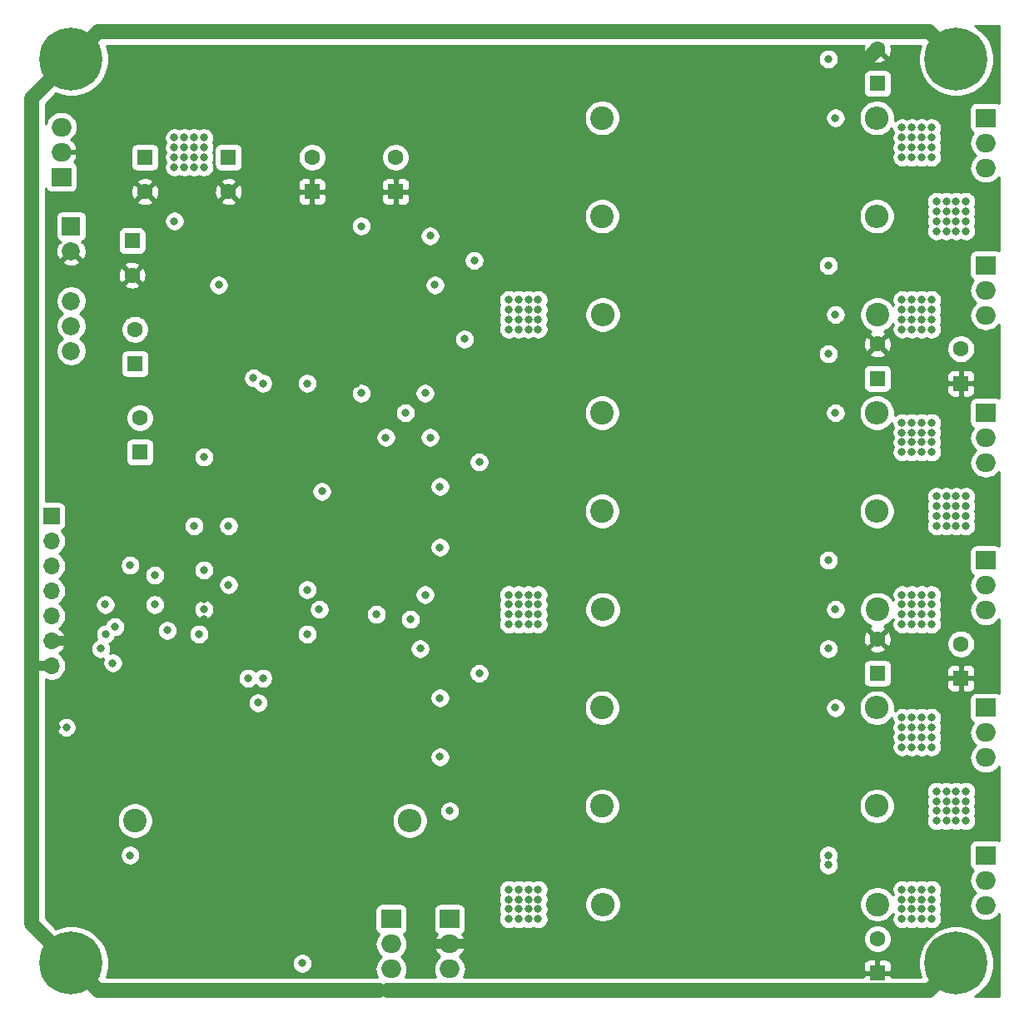
<source format=gbr>
G04 #@! TF.GenerationSoftware,KiCad,Pcbnew,(5.1.6)-1*
G04 #@! TF.CreationDate,2020-07-02T12:50:25+02:00*
G04 #@! TF.ProjectId,LT1166_amp,4c543131-3636-45f6-916d-702e6b696361,rev?*
G04 #@! TF.SameCoordinates,Original*
G04 #@! TF.FileFunction,Copper,L3,Inr*
G04 #@! TF.FilePolarity,Positive*
%FSLAX46Y46*%
G04 Gerber Fmt 4.6, Leading zero omitted, Abs format (unit mm)*
G04 Created by KiCad (PCBNEW (5.1.6)-1) date 2020-07-02 12:50:25*
%MOMM*%
%LPD*%
G01*
G04 APERTURE LIST*
G04 #@! TA.AperFunction,ViaPad*
%ADD10O,1.700000X1.700000*%
G04 #@! TD*
G04 #@! TA.AperFunction,ViaPad*
%ADD11R,1.700000X1.700000*%
G04 #@! TD*
G04 #@! TA.AperFunction,ViaPad*
%ADD12O,2.000000X1.905000*%
G04 #@! TD*
G04 #@! TA.AperFunction,ViaPad*
%ADD13R,2.000000X1.905000*%
G04 #@! TD*
G04 #@! TA.AperFunction,ViaPad*
%ADD14C,1.600000*%
G04 #@! TD*
G04 #@! TA.AperFunction,ViaPad*
%ADD15R,1.600000X1.600000*%
G04 #@! TD*
G04 #@! TA.AperFunction,ViaPad*
%ADD16C,1.850000*%
G04 #@! TD*
G04 #@! TA.AperFunction,ViaPad*
%ADD17R,1.850000X1.850000*%
G04 #@! TD*
G04 #@! TA.AperFunction,ViaPad*
%ADD18O,2.400000X2.400000*%
G04 #@! TD*
G04 #@! TA.AperFunction,ViaPad*
%ADD19C,2.400000*%
G04 #@! TD*
G04 #@! TA.AperFunction,ViaPad*
%ADD20C,6.400000*%
G04 #@! TD*
G04 #@! TA.AperFunction,ViaPad*
%ADD21C,0.800000*%
G04 #@! TD*
G04 #@! TA.AperFunction,Conductor*
%ADD22C,1.000000*%
G04 #@! TD*
G04 #@! TA.AperFunction,Conductor*
%ADD23C,1.500000*%
G04 #@! TD*
G04 #@! TA.AperFunction,Conductor*
%ADD24C,0.254000*%
G04 #@! TD*
G04 APERTURE END LIST*
D10*
X103000000Y-115740000D03*
X103000000Y-113200000D03*
X103000000Y-110660000D03*
X103000000Y-108120000D03*
X103000000Y-105580000D03*
X103000000Y-103040000D03*
D11*
X103000000Y-100500000D03*
D12*
X104000000Y-60920000D03*
X104000000Y-63460000D03*
D13*
X104000000Y-66000000D03*
D14*
X111500000Y-81500000D03*
D15*
X111500000Y-85000000D03*
D14*
X111200000Y-76000000D03*
D15*
X111200000Y-72500000D03*
D14*
X112000000Y-90500000D03*
D15*
X112000000Y-94000000D03*
D16*
X105000000Y-83700000D03*
X105000000Y-81160000D03*
X105000000Y-78620000D03*
X105000000Y-73540000D03*
D17*
X105000000Y-71000000D03*
D14*
X129500000Y-64000000D03*
D15*
X129500000Y-67500000D03*
D14*
X138000000Y-64000000D03*
D15*
X138000000Y-67500000D03*
D14*
X121000000Y-67500000D03*
D15*
X121000000Y-64000000D03*
D14*
X112500000Y-67500000D03*
D15*
X112500000Y-64000000D03*
D12*
X137540000Y-146580000D03*
X137540000Y-144040000D03*
D13*
X137540000Y-141500000D03*
D12*
X143500000Y-146580000D03*
X143500000Y-144040000D03*
D13*
X143500000Y-141500000D03*
D12*
X198000000Y-80080000D03*
X198000000Y-77540000D03*
D13*
X198000000Y-75000000D03*
D12*
X198000000Y-65080000D03*
X198000000Y-62540000D03*
D13*
X198000000Y-60000000D03*
D14*
X195500000Y-83500000D03*
D15*
X195500000Y-87000000D03*
D14*
X187000000Y-53000000D03*
D15*
X187000000Y-56500000D03*
D18*
X186940000Y-60000000D03*
D19*
X159000000Y-60000000D03*
D18*
X159060000Y-80000000D03*
D19*
X187000000Y-80000000D03*
D18*
X186940000Y-70000000D03*
D19*
X159000000Y-70000000D03*
D18*
X139440000Y-131500000D03*
D19*
X111500000Y-131500000D03*
D12*
X198000000Y-140080000D03*
X198000000Y-137540000D03*
D13*
X198000000Y-135000000D03*
D12*
X198000000Y-125080000D03*
X198000000Y-122540000D03*
D13*
X198000000Y-120000000D03*
D12*
X198000000Y-110080000D03*
X198000000Y-107540000D03*
D13*
X198000000Y-105000000D03*
D12*
X198000000Y-95080000D03*
X198000000Y-92540000D03*
D13*
X198000000Y-90000000D03*
D14*
X187000000Y-143500000D03*
D15*
X187000000Y-147000000D03*
D14*
X187000000Y-113000000D03*
D15*
X187000000Y-116500000D03*
D14*
X195500000Y-113500000D03*
D15*
X195500000Y-117000000D03*
D14*
X187000000Y-83000000D03*
D15*
X187000000Y-86500000D03*
D20*
X195000000Y-146000000D03*
X105000000Y-146000000D03*
X195000000Y-54000000D03*
X105000000Y-54000000D03*
D18*
X159060000Y-140000000D03*
D19*
X187000000Y-140000000D03*
D18*
X186940000Y-130000000D03*
D19*
X159000000Y-130000000D03*
D18*
X186940000Y-120000000D03*
D19*
X159000000Y-120000000D03*
D18*
X159060000Y-110000000D03*
D19*
X187000000Y-110000000D03*
D18*
X186940000Y-100000000D03*
D19*
X159000000Y-100000000D03*
D18*
X186940000Y-90000000D03*
D19*
X159000000Y-90000000D03*
D21*
X123500000Y-135000000D03*
X134000000Y-73000000D03*
X134000000Y-87000000D03*
X123500000Y-62000000D03*
X124500000Y-62000000D03*
X125500000Y-62000000D03*
X126500000Y-62000000D03*
X123500000Y-63000000D03*
X124500000Y-63000000D03*
X125500000Y-63000000D03*
X126500000Y-63000000D03*
X123500000Y-64000000D03*
X124500000Y-64000000D03*
X125500000Y-64000000D03*
X126500000Y-64000000D03*
X123500000Y-65000000D03*
X124500000Y-65000000D03*
X125500000Y-65000000D03*
X126500000Y-65000000D03*
X124500000Y-135000000D03*
X125500000Y-135000000D03*
X126500000Y-135000000D03*
X123500000Y-136000000D03*
X124500000Y-136000000D03*
X125500000Y-136000000D03*
X126500000Y-136000000D03*
X123500000Y-137000000D03*
X124500000Y-137000000D03*
X123500000Y-138000000D03*
X124500000Y-138000000D03*
X125500000Y-138000000D03*
X134000000Y-108000000D03*
X134500000Y-93000000D03*
X134000000Y-115000000D03*
X134000000Y-128500000D03*
X125500000Y-137000000D03*
X126500000Y-137000000D03*
X126500000Y-138000000D03*
X103500000Y-122000000D03*
X113500000Y-122000000D03*
X118500000Y-111000000D03*
X116500000Y-111000000D03*
X116500000Y-109000000D03*
X118500000Y-109000000D03*
X125500000Y-103500000D03*
X110000000Y-137500000D03*
X126500000Y-74600000D03*
X125450846Y-75649154D03*
X122000000Y-74600000D03*
X137500000Y-138500000D03*
X137500000Y-137500000D03*
X137500000Y-136500000D03*
X137500000Y-135500000D03*
X136500000Y-135500000D03*
X133947313Y-133443127D03*
X114500000Y-128500000D03*
X113500000Y-118000000D03*
X124500000Y-81600000D03*
X124000000Y-69500000D03*
X122500000Y-105500000D03*
X115000000Y-101000000D03*
X109500000Y-117500000D03*
X128000000Y-95500000D03*
X115500000Y-62000000D03*
X189500000Y-91000000D03*
X189500000Y-121000000D03*
X189500000Y-61000000D03*
X190500000Y-61000000D03*
X191500000Y-61000000D03*
X192500000Y-61000000D03*
X189500000Y-62000000D03*
X190500000Y-62000000D03*
X191500000Y-62000000D03*
X192500000Y-62000000D03*
X189500000Y-63000000D03*
X190500000Y-63000000D03*
X191500000Y-63000000D03*
X192500000Y-63000000D03*
X189500000Y-64000000D03*
X190500000Y-64000000D03*
X191500000Y-64000000D03*
X192500000Y-64000000D03*
X190500000Y-91000000D03*
X191500000Y-91000000D03*
X192500000Y-91000000D03*
X189500000Y-92000000D03*
X190500000Y-92000000D03*
X191500000Y-92000000D03*
X192500000Y-92000000D03*
X189500000Y-93000000D03*
X190500000Y-93000000D03*
X191500000Y-93000000D03*
X192500000Y-93000000D03*
X189500000Y-94000000D03*
X190500000Y-94000000D03*
X191500000Y-94000000D03*
X192500000Y-94000000D03*
X190500000Y-121000000D03*
X191500000Y-121000000D03*
X192500000Y-121000000D03*
X189500000Y-122000000D03*
X190500000Y-122000000D03*
X191500000Y-122000000D03*
X192500000Y-122000000D03*
X189500000Y-123000000D03*
X190500000Y-123000000D03*
X191500000Y-123000000D03*
X192500000Y-123000000D03*
X189500000Y-124000000D03*
X190500000Y-124000000D03*
X191500000Y-124000000D03*
X192500000Y-124000000D03*
X116500000Y-62000000D03*
X117500000Y-62000000D03*
X118500000Y-62000000D03*
X115500000Y-63000000D03*
X116500000Y-63000000D03*
X117500000Y-63000000D03*
X118500000Y-63000000D03*
X115500000Y-64000000D03*
X116500000Y-64000000D03*
X117500000Y-64000000D03*
X118500000Y-64000000D03*
X115500000Y-65000000D03*
X116500000Y-65000000D03*
X117500000Y-65000000D03*
X118500000Y-65000000D03*
X182000000Y-54000000D03*
X141500000Y-72000000D03*
X182725000Y-60000000D03*
X142000000Y-77000000D03*
X182000000Y-75000000D03*
X141000000Y-88000000D03*
X149500000Y-108500000D03*
X149500000Y-138500000D03*
X149500000Y-78500000D03*
X189500000Y-108500000D03*
X189500000Y-138500000D03*
X189500000Y-78500000D03*
X190500000Y-78500000D03*
X191500000Y-78500000D03*
X192500000Y-78500000D03*
X189500000Y-79500000D03*
X190500000Y-79500000D03*
X191500000Y-79500000D03*
X192500000Y-79500000D03*
X189500000Y-80500000D03*
X190500000Y-80500000D03*
X191500000Y-80500000D03*
X192500000Y-80500000D03*
X189500000Y-81500000D03*
X190500000Y-81500000D03*
X191500000Y-81500000D03*
X192500000Y-81500000D03*
X190500000Y-108500000D03*
X191500000Y-108500000D03*
X192500000Y-108500000D03*
X189500000Y-109500000D03*
X190500000Y-109500000D03*
X191500000Y-109500000D03*
X192500000Y-109500000D03*
X189500000Y-110500000D03*
X190500000Y-110500000D03*
X191500000Y-110500000D03*
X192500000Y-110500000D03*
X189500000Y-111500000D03*
X190500000Y-111500000D03*
X191500000Y-111500000D03*
X192500000Y-111500000D03*
X190500000Y-138500000D03*
X191500000Y-138500000D03*
X192500000Y-138500000D03*
X189500000Y-139500000D03*
X190500000Y-139500000D03*
X191500000Y-139500000D03*
X192500000Y-139500000D03*
X189500000Y-140500000D03*
X190500000Y-140500000D03*
X191500000Y-140500000D03*
X192500000Y-140500000D03*
X189500000Y-141500000D03*
X190500000Y-141500000D03*
X191500000Y-141500000D03*
X192500000Y-141500000D03*
X150500000Y-78500000D03*
X151500000Y-78500000D03*
X152500000Y-78500000D03*
X149500000Y-79500000D03*
X150500000Y-79500000D03*
X151500000Y-79500000D03*
X152500000Y-79500000D03*
X149500000Y-80500000D03*
X150500000Y-80500000D03*
X151500000Y-80500000D03*
X152500000Y-80500000D03*
X149500000Y-81500000D03*
X150500000Y-81500000D03*
X151500000Y-81500000D03*
X152500000Y-81500000D03*
X150500000Y-108500000D03*
X151500000Y-108500000D03*
X152500000Y-108500000D03*
X149500000Y-109500000D03*
X150500000Y-109500000D03*
X151500000Y-109500000D03*
X152500000Y-109500000D03*
X149500000Y-110500000D03*
X150500000Y-110500000D03*
X151500000Y-110500000D03*
X152500000Y-110500000D03*
X149500000Y-111500000D03*
X150500000Y-111500000D03*
X151500000Y-111500000D03*
X152500000Y-111500000D03*
X150500000Y-138500000D03*
X151500000Y-138500000D03*
X152500000Y-138500000D03*
X149500000Y-139500000D03*
X150500000Y-139500000D03*
X151500000Y-139500000D03*
X152500000Y-139500000D03*
X149500000Y-140500000D03*
X150500000Y-140500000D03*
X151500000Y-140500000D03*
X152500000Y-140500000D03*
X149500000Y-141500000D03*
X150500000Y-141500000D03*
X151500000Y-141500000D03*
X152500000Y-141500000D03*
X146000000Y-74500000D03*
X146500000Y-95000000D03*
X129000000Y-87000000D03*
X129000000Y-108000000D03*
X182000000Y-84000000D03*
X141500000Y-92500000D03*
X182725000Y-90000000D03*
X142500000Y-97500000D03*
X182000000Y-105000000D03*
X141000000Y-108500000D03*
X182000000Y-114000000D03*
X140500000Y-114000000D03*
X182725000Y-120000000D03*
X142500000Y-119000000D03*
X182000000Y-135000000D03*
X143500000Y-130500000D03*
X182725000Y-80000000D03*
X145000000Y-82500000D03*
X182725000Y-110000000D03*
X142500000Y-103675000D03*
X182000000Y-136000000D03*
X142500000Y-125000000D03*
X146500000Y-116500000D03*
X134500000Y-71000000D03*
X137000000Y-92500000D03*
X124500000Y-117000000D03*
X139500000Y-111000000D03*
X139000000Y-90000000D03*
X129000000Y-112500000D03*
X130225000Y-110000000D03*
X123537653Y-86462347D03*
X130500000Y-98000000D03*
X113500010Y-109500000D03*
X123000000Y-117000000D03*
X118500000Y-110000000D03*
X121000000Y-101500000D03*
X124500000Y-87000000D03*
X115500000Y-70500000D03*
X120000000Y-77000000D03*
X104499996Y-122002932D03*
X193000000Y-98500000D03*
X193000000Y-128500000D03*
X193000000Y-68500000D03*
X194000000Y-68500000D03*
X195000000Y-68500000D03*
X196000000Y-68500000D03*
X193000000Y-69500000D03*
X194000000Y-69500000D03*
X195000000Y-69500000D03*
X196000000Y-69500000D03*
X193000000Y-70500000D03*
X194000000Y-70500000D03*
X195000000Y-70500000D03*
X196000000Y-70500000D03*
X193000000Y-71500000D03*
X194000000Y-71500000D03*
X195000000Y-71500000D03*
X196000000Y-71500000D03*
X194000000Y-98500000D03*
X195000000Y-98500000D03*
X196000000Y-98500000D03*
X193000000Y-99500000D03*
X194000000Y-99500000D03*
X195000000Y-99500000D03*
X196000000Y-99500000D03*
X193000000Y-100500000D03*
X194000000Y-100500000D03*
X195000000Y-100500000D03*
X196000000Y-100500000D03*
X193000000Y-101500000D03*
X194000000Y-101500000D03*
X195000000Y-101500000D03*
X196000000Y-101500000D03*
X194000000Y-128500000D03*
X195000000Y-128500000D03*
X196000000Y-128500000D03*
X193000000Y-129500000D03*
X194000000Y-129500000D03*
X195000000Y-129500000D03*
X196000000Y-129500000D03*
X193000000Y-130500000D03*
X194000000Y-130500000D03*
X195000000Y-130500000D03*
X196000000Y-130500000D03*
X193000000Y-131500000D03*
X194000000Y-131500000D03*
X195000000Y-131500000D03*
X196000000Y-131500000D03*
X124000000Y-119500000D03*
X136049990Y-110500000D03*
X134500000Y-88000000D03*
X111000000Y-105500000D03*
X108474695Y-109500000D03*
X136249999Y-148750001D03*
X137249999Y-148750001D03*
X138249999Y-148750001D03*
X139249999Y-148750001D03*
X140249999Y-148750001D03*
X109230000Y-115445000D03*
X121000000Y-107500000D03*
X118000000Y-112500000D03*
X108500000Y-112500000D03*
X109449990Y-111775000D03*
X114767711Y-112134756D03*
X118500000Y-106000000D03*
X108000000Y-114000000D03*
X113512653Y-106512653D03*
X128500000Y-146000000D03*
X118500000Y-94500000D03*
X117500000Y-101500000D03*
X111000000Y-135000000D03*
D22*
X143500000Y-144040000D02*
X141040000Y-144040000D01*
X141040000Y-144040000D02*
X141080000Y-144000000D01*
X143500000Y-144040000D02*
X145960000Y-144040000D01*
D23*
X187000000Y-53000000D02*
X186000000Y-54000000D01*
D22*
X103000000Y-113200000D02*
X105200000Y-113200000D01*
D23*
X107750001Y-51249999D02*
X105000000Y-54000000D01*
X192249999Y-51249999D02*
X107750001Y-51249999D01*
X195000000Y-54000000D02*
X192249999Y-51249999D01*
X105000000Y-54000000D02*
X101000000Y-58000000D01*
X101000000Y-142000000D02*
X105000000Y-146000000D01*
X192249999Y-148750001D02*
X195000000Y-146000000D01*
X107750001Y-148750001D02*
X136249999Y-148750001D01*
X105000000Y-146000000D02*
X107750001Y-148750001D01*
X137249999Y-148750001D02*
X138249999Y-148750001D01*
X138249999Y-148750001D02*
X139249999Y-148750001D01*
X139249999Y-148750001D02*
X140249999Y-148750001D01*
X140249999Y-148750001D02*
X192249999Y-148750001D01*
D22*
X101240000Y-115740000D02*
X101000000Y-115500000D01*
X103000000Y-115740000D02*
X101240000Y-115740000D01*
D23*
X101000000Y-58000000D02*
X101000000Y-115500000D01*
X101000000Y-115500000D02*
X101000000Y-142000000D01*
D24*
G36*
X199340000Y-58509216D02*
G01*
X199244180Y-58457998D01*
X199124482Y-58421688D01*
X199000000Y-58409428D01*
X197000000Y-58409428D01*
X196875518Y-58421688D01*
X196755820Y-58457998D01*
X196645506Y-58516963D01*
X196548815Y-58596315D01*
X196469463Y-58693006D01*
X196410498Y-58803320D01*
X196374188Y-58923018D01*
X196361928Y-59047500D01*
X196361928Y-60952500D01*
X196374188Y-61076982D01*
X196410498Y-61196680D01*
X196469463Y-61306994D01*
X196548815Y-61403685D01*
X196645506Y-61483037D01*
X196729446Y-61527905D01*
X196626155Y-61653765D01*
X196478745Y-61929551D01*
X196387970Y-62228796D01*
X196357319Y-62540000D01*
X196387970Y-62851204D01*
X196478745Y-63150449D01*
X196626155Y-63426235D01*
X196824537Y-63667963D01*
X196997609Y-63810000D01*
X196824537Y-63952037D01*
X196626155Y-64193765D01*
X196478745Y-64469551D01*
X196387970Y-64768796D01*
X196357319Y-65080000D01*
X196387970Y-65391204D01*
X196478745Y-65690449D01*
X196626155Y-65966235D01*
X196824537Y-66207963D01*
X197066265Y-66406345D01*
X197342051Y-66553755D01*
X197641296Y-66644530D01*
X197874514Y-66667500D01*
X198125486Y-66667500D01*
X198358704Y-66644530D01*
X198657949Y-66553755D01*
X198933735Y-66406345D01*
X199175463Y-66207963D01*
X199340000Y-66007475D01*
X199340000Y-73509216D01*
X199244180Y-73457998D01*
X199124482Y-73421688D01*
X199000000Y-73409428D01*
X197000000Y-73409428D01*
X196875518Y-73421688D01*
X196755820Y-73457998D01*
X196645506Y-73516963D01*
X196548815Y-73596315D01*
X196469463Y-73693006D01*
X196410498Y-73803320D01*
X196374188Y-73923018D01*
X196361928Y-74047500D01*
X196361928Y-75952500D01*
X196374188Y-76076982D01*
X196410498Y-76196680D01*
X196469463Y-76306994D01*
X196548815Y-76403685D01*
X196645506Y-76483037D01*
X196729446Y-76527905D01*
X196626155Y-76653765D01*
X196478745Y-76929551D01*
X196387970Y-77228796D01*
X196357319Y-77540000D01*
X196387970Y-77851204D01*
X196478745Y-78150449D01*
X196626155Y-78426235D01*
X196824537Y-78667963D01*
X196997609Y-78810000D01*
X196824537Y-78952037D01*
X196626155Y-79193765D01*
X196478745Y-79469551D01*
X196387970Y-79768796D01*
X196357319Y-80080000D01*
X196387970Y-80391204D01*
X196478745Y-80690449D01*
X196626155Y-80966235D01*
X196824537Y-81207963D01*
X197066265Y-81406345D01*
X197342051Y-81553755D01*
X197641296Y-81644530D01*
X197874514Y-81667500D01*
X198125486Y-81667500D01*
X198358704Y-81644530D01*
X198657949Y-81553755D01*
X198933735Y-81406345D01*
X199175463Y-81207963D01*
X199340000Y-81007475D01*
X199340000Y-88509216D01*
X199244180Y-88457998D01*
X199124482Y-88421688D01*
X199000000Y-88409428D01*
X197000000Y-88409428D01*
X196875518Y-88421688D01*
X196755820Y-88457998D01*
X196645506Y-88516963D01*
X196548815Y-88596315D01*
X196469463Y-88693006D01*
X196410498Y-88803320D01*
X196374188Y-88923018D01*
X196361928Y-89047500D01*
X196361928Y-90952500D01*
X196374188Y-91076982D01*
X196410498Y-91196680D01*
X196469463Y-91306994D01*
X196548815Y-91403685D01*
X196645506Y-91483037D01*
X196729446Y-91527905D01*
X196626155Y-91653765D01*
X196478745Y-91929551D01*
X196387970Y-92228796D01*
X196357319Y-92540000D01*
X196387970Y-92851204D01*
X196478745Y-93150449D01*
X196626155Y-93426235D01*
X196824537Y-93667963D01*
X196997609Y-93810000D01*
X196824537Y-93952037D01*
X196626155Y-94193765D01*
X196478745Y-94469551D01*
X196387970Y-94768796D01*
X196357319Y-95080000D01*
X196387970Y-95391204D01*
X196478745Y-95690449D01*
X196626155Y-95966235D01*
X196824537Y-96207963D01*
X197066265Y-96406345D01*
X197342051Y-96553755D01*
X197641296Y-96644530D01*
X197874514Y-96667500D01*
X198125486Y-96667500D01*
X198358704Y-96644530D01*
X198657949Y-96553755D01*
X198933735Y-96406345D01*
X199175463Y-96207963D01*
X199340000Y-96007474D01*
X199340001Y-103509216D01*
X199244180Y-103457998D01*
X199124482Y-103421688D01*
X199000000Y-103409428D01*
X197000000Y-103409428D01*
X196875518Y-103421688D01*
X196755820Y-103457998D01*
X196645506Y-103516963D01*
X196548815Y-103596315D01*
X196469463Y-103693006D01*
X196410498Y-103803320D01*
X196374188Y-103923018D01*
X196361928Y-104047500D01*
X196361928Y-105952500D01*
X196374188Y-106076982D01*
X196410498Y-106196680D01*
X196469463Y-106306994D01*
X196548815Y-106403685D01*
X196645506Y-106483037D01*
X196729446Y-106527905D01*
X196626155Y-106653765D01*
X196478745Y-106929551D01*
X196387970Y-107228796D01*
X196357319Y-107540000D01*
X196387970Y-107851204D01*
X196478745Y-108150449D01*
X196626155Y-108426235D01*
X196824537Y-108667963D01*
X196997609Y-108810000D01*
X196824537Y-108952037D01*
X196626155Y-109193765D01*
X196478745Y-109469551D01*
X196387970Y-109768796D01*
X196357319Y-110080000D01*
X196387970Y-110391204D01*
X196478745Y-110690449D01*
X196626155Y-110966235D01*
X196824537Y-111207963D01*
X197066265Y-111406345D01*
X197342051Y-111553755D01*
X197641296Y-111644530D01*
X197874514Y-111667500D01*
X198125486Y-111667500D01*
X198358704Y-111644530D01*
X198657949Y-111553755D01*
X198933735Y-111406345D01*
X199175463Y-111207963D01*
X199340001Y-111007474D01*
X199340001Y-118509216D01*
X199244180Y-118457998D01*
X199124482Y-118421688D01*
X199000000Y-118409428D01*
X197000000Y-118409428D01*
X196875518Y-118421688D01*
X196755820Y-118457998D01*
X196645506Y-118516963D01*
X196548815Y-118596315D01*
X196469463Y-118693006D01*
X196410498Y-118803320D01*
X196374188Y-118923018D01*
X196361928Y-119047500D01*
X196361928Y-120952500D01*
X196374188Y-121076982D01*
X196410498Y-121196680D01*
X196469463Y-121306994D01*
X196548815Y-121403685D01*
X196645506Y-121483037D01*
X196729446Y-121527905D01*
X196626155Y-121653765D01*
X196478745Y-121929551D01*
X196387970Y-122228796D01*
X196357319Y-122540000D01*
X196387970Y-122851204D01*
X196478745Y-123150449D01*
X196626155Y-123426235D01*
X196824537Y-123667963D01*
X196997609Y-123810000D01*
X196824537Y-123952037D01*
X196626155Y-124193765D01*
X196478745Y-124469551D01*
X196387970Y-124768796D01*
X196357319Y-125080000D01*
X196387970Y-125391204D01*
X196478745Y-125690449D01*
X196626155Y-125966235D01*
X196824537Y-126207963D01*
X197066265Y-126406345D01*
X197342051Y-126553755D01*
X197641296Y-126644530D01*
X197874514Y-126667500D01*
X198125486Y-126667500D01*
X198358704Y-126644530D01*
X198657949Y-126553755D01*
X198933735Y-126406345D01*
X199175463Y-126207963D01*
X199340001Y-126007474D01*
X199340001Y-133509216D01*
X199244180Y-133457998D01*
X199124482Y-133421688D01*
X199000000Y-133409428D01*
X197000000Y-133409428D01*
X196875518Y-133421688D01*
X196755820Y-133457998D01*
X196645506Y-133516963D01*
X196548815Y-133596315D01*
X196469463Y-133693006D01*
X196410498Y-133803320D01*
X196374188Y-133923018D01*
X196361928Y-134047500D01*
X196361928Y-135952500D01*
X196374188Y-136076982D01*
X196410498Y-136196680D01*
X196469463Y-136306994D01*
X196548815Y-136403685D01*
X196645506Y-136483037D01*
X196729446Y-136527905D01*
X196626155Y-136653765D01*
X196478745Y-136929551D01*
X196387970Y-137228796D01*
X196357319Y-137540000D01*
X196387970Y-137851204D01*
X196478745Y-138150449D01*
X196626155Y-138426235D01*
X196824537Y-138667963D01*
X196997609Y-138810000D01*
X196824537Y-138952037D01*
X196626155Y-139193765D01*
X196478745Y-139469551D01*
X196387970Y-139768796D01*
X196357319Y-140080000D01*
X196387970Y-140391204D01*
X196478745Y-140690449D01*
X196626155Y-140966235D01*
X196824537Y-141207963D01*
X197066265Y-141406345D01*
X197342051Y-141553755D01*
X197641296Y-141644530D01*
X197874514Y-141667500D01*
X198125486Y-141667500D01*
X198358704Y-141644530D01*
X198657949Y-141553755D01*
X198933735Y-141406345D01*
X199175463Y-141207963D01*
X199340001Y-141007474D01*
X199340001Y-149340000D01*
X196904155Y-149340000D01*
X197444670Y-148978839D01*
X197978839Y-148444670D01*
X198398533Y-147816554D01*
X198687623Y-147118628D01*
X198835000Y-146377715D01*
X198835000Y-145622285D01*
X198687623Y-144881372D01*
X198398533Y-144183446D01*
X197978839Y-143555330D01*
X197444670Y-143021161D01*
X196816554Y-142601467D01*
X196118628Y-142312377D01*
X195377715Y-142165000D01*
X194622285Y-142165000D01*
X193881372Y-142312377D01*
X193183446Y-142601467D01*
X192555330Y-143021161D01*
X192021161Y-143555330D01*
X191601467Y-144183446D01*
X191312377Y-144881372D01*
X191165000Y-145622285D01*
X191165000Y-146377715D01*
X191312377Y-147118628D01*
X191414428Y-147365001D01*
X188435473Y-147365001D01*
X188435000Y-147285750D01*
X188276250Y-147127000D01*
X187127000Y-147127000D01*
X187127000Y-147147000D01*
X186873000Y-147147000D01*
X186873000Y-147127000D01*
X185723750Y-147127000D01*
X185565000Y-147285750D01*
X185564527Y-147365001D01*
X144927955Y-147365001D01*
X145021255Y-147190449D01*
X145112030Y-146891204D01*
X145142681Y-146580000D01*
X145112030Y-146268796D01*
X145091161Y-146200000D01*
X185561928Y-146200000D01*
X185565000Y-146714250D01*
X185723750Y-146873000D01*
X186873000Y-146873000D01*
X186873000Y-145723750D01*
X187127000Y-145723750D01*
X187127000Y-146873000D01*
X188276250Y-146873000D01*
X188435000Y-146714250D01*
X188438072Y-146200000D01*
X188425812Y-146075518D01*
X188389502Y-145955820D01*
X188330537Y-145845506D01*
X188251185Y-145748815D01*
X188154494Y-145669463D01*
X188044180Y-145610498D01*
X187924482Y-145574188D01*
X187800000Y-145561928D01*
X187285750Y-145565000D01*
X187127000Y-145723750D01*
X186873000Y-145723750D01*
X186714250Y-145565000D01*
X186200000Y-145561928D01*
X186075518Y-145574188D01*
X185955820Y-145610498D01*
X185845506Y-145669463D01*
X185748815Y-145748815D01*
X185669463Y-145845506D01*
X185610498Y-145955820D01*
X185574188Y-146075518D01*
X185561928Y-146200000D01*
X145091161Y-146200000D01*
X145021255Y-145969551D01*
X144873845Y-145693765D01*
X144675463Y-145452037D01*
X144496101Y-145304837D01*
X144681315Y-145149437D01*
X144875969Y-144906923D01*
X145019571Y-144631094D01*
X145090563Y-144412980D01*
X144970594Y-144167000D01*
X143627000Y-144167000D01*
X143627000Y-144187000D01*
X143373000Y-144187000D01*
X143373000Y-144167000D01*
X142029406Y-144167000D01*
X141909437Y-144412980D01*
X141980429Y-144631094D01*
X142124031Y-144906923D01*
X142318685Y-145149437D01*
X142503899Y-145304837D01*
X142324537Y-145452037D01*
X142126155Y-145693765D01*
X141978745Y-145969551D01*
X141887970Y-146268796D01*
X141857319Y-146580000D01*
X141887970Y-146891204D01*
X141978745Y-147190449D01*
X142072045Y-147365001D01*
X138967955Y-147365001D01*
X139061255Y-147190449D01*
X139152030Y-146891204D01*
X139182681Y-146580000D01*
X139152030Y-146268796D01*
X139061255Y-145969551D01*
X138913845Y-145693765D01*
X138715463Y-145452037D01*
X138542391Y-145310000D01*
X138715463Y-145167963D01*
X138913845Y-144926235D01*
X139061255Y-144650449D01*
X139152030Y-144351204D01*
X139182681Y-144040000D01*
X139152030Y-143728796D01*
X139061255Y-143429551D01*
X138913845Y-143153765D01*
X138810554Y-143027905D01*
X138894494Y-142983037D01*
X138991185Y-142903685D01*
X139070537Y-142806994D01*
X139129502Y-142696680D01*
X139165812Y-142576982D01*
X139178072Y-142452500D01*
X139178072Y-140547500D01*
X141861928Y-140547500D01*
X141861928Y-142452500D01*
X141874188Y-142576982D01*
X141910498Y-142696680D01*
X141969463Y-142806994D01*
X142048815Y-142903685D01*
X142145506Y-142983037D01*
X142237219Y-143032059D01*
X142124031Y-143173077D01*
X141980429Y-143448906D01*
X141909437Y-143667020D01*
X142029406Y-143913000D01*
X143373000Y-143913000D01*
X143373000Y-143893000D01*
X143627000Y-143893000D01*
X143627000Y-143913000D01*
X144970594Y-143913000D01*
X145090563Y-143667020D01*
X145019571Y-143448906D01*
X144972590Y-143358665D01*
X185565000Y-143358665D01*
X185565000Y-143641335D01*
X185620147Y-143918574D01*
X185728320Y-144179727D01*
X185885363Y-144414759D01*
X186085241Y-144614637D01*
X186320273Y-144771680D01*
X186581426Y-144879853D01*
X186858665Y-144935000D01*
X187141335Y-144935000D01*
X187418574Y-144879853D01*
X187679727Y-144771680D01*
X187914759Y-144614637D01*
X188114637Y-144414759D01*
X188271680Y-144179727D01*
X188379853Y-143918574D01*
X188435000Y-143641335D01*
X188435000Y-143358665D01*
X188379853Y-143081426D01*
X188271680Y-142820273D01*
X188114637Y-142585241D01*
X187914759Y-142385363D01*
X187679727Y-142228320D01*
X187418574Y-142120147D01*
X187141335Y-142065000D01*
X186858665Y-142065000D01*
X186581426Y-142120147D01*
X186320273Y-142228320D01*
X186085241Y-142385363D01*
X185885363Y-142585241D01*
X185728320Y-142820273D01*
X185620147Y-143081426D01*
X185565000Y-143358665D01*
X144972590Y-143358665D01*
X144875969Y-143173077D01*
X144762781Y-143032059D01*
X144854494Y-142983037D01*
X144951185Y-142903685D01*
X145030537Y-142806994D01*
X145089502Y-142696680D01*
X145125812Y-142576982D01*
X145138072Y-142452500D01*
X145138072Y-140547500D01*
X145125812Y-140423018D01*
X145089502Y-140303320D01*
X145030537Y-140193006D01*
X144951185Y-140096315D01*
X144854494Y-140016963D01*
X144744180Y-139957998D01*
X144624482Y-139921688D01*
X144500000Y-139909428D01*
X142500000Y-139909428D01*
X142375518Y-139921688D01*
X142255820Y-139957998D01*
X142145506Y-140016963D01*
X142048815Y-140096315D01*
X141969463Y-140193006D01*
X141910498Y-140303320D01*
X141874188Y-140423018D01*
X141861928Y-140547500D01*
X139178072Y-140547500D01*
X139165812Y-140423018D01*
X139129502Y-140303320D01*
X139070537Y-140193006D01*
X138991185Y-140096315D01*
X138894494Y-140016963D01*
X138784180Y-139957998D01*
X138664482Y-139921688D01*
X138540000Y-139909428D01*
X136540000Y-139909428D01*
X136415518Y-139921688D01*
X136295820Y-139957998D01*
X136185506Y-140016963D01*
X136088815Y-140096315D01*
X136009463Y-140193006D01*
X135950498Y-140303320D01*
X135914188Y-140423018D01*
X135901928Y-140547500D01*
X135901928Y-142452500D01*
X135914188Y-142576982D01*
X135950498Y-142696680D01*
X136009463Y-142806994D01*
X136088815Y-142903685D01*
X136185506Y-142983037D01*
X136269446Y-143027905D01*
X136166155Y-143153765D01*
X136018745Y-143429551D01*
X135927970Y-143728796D01*
X135897319Y-144040000D01*
X135927970Y-144351204D01*
X136018745Y-144650449D01*
X136166155Y-144926235D01*
X136364537Y-145167963D01*
X136537609Y-145310000D01*
X136364537Y-145452037D01*
X136166155Y-145693765D01*
X136018745Y-145969551D01*
X135927970Y-146268796D01*
X135897319Y-146580000D01*
X135927970Y-146891204D01*
X136018745Y-147190449D01*
X136112045Y-147365001D01*
X108585572Y-147365001D01*
X108687623Y-147118628D01*
X108835000Y-146377715D01*
X108835000Y-145898061D01*
X127465000Y-145898061D01*
X127465000Y-146101939D01*
X127504774Y-146301898D01*
X127582795Y-146490256D01*
X127696063Y-146659774D01*
X127840226Y-146803937D01*
X128009744Y-146917205D01*
X128198102Y-146995226D01*
X128398061Y-147035000D01*
X128601939Y-147035000D01*
X128801898Y-146995226D01*
X128990256Y-146917205D01*
X129159774Y-146803937D01*
X129303937Y-146659774D01*
X129417205Y-146490256D01*
X129495226Y-146301898D01*
X129535000Y-146101939D01*
X129535000Y-145898061D01*
X129495226Y-145698102D01*
X129417205Y-145509744D01*
X129303937Y-145340226D01*
X129159774Y-145196063D01*
X128990256Y-145082795D01*
X128801898Y-145004774D01*
X128601939Y-144965000D01*
X128398061Y-144965000D01*
X128198102Y-145004774D01*
X128009744Y-145082795D01*
X127840226Y-145196063D01*
X127696063Y-145340226D01*
X127582795Y-145509744D01*
X127504774Y-145698102D01*
X127465000Y-145898061D01*
X108835000Y-145898061D01*
X108835000Y-145622285D01*
X108687623Y-144881372D01*
X108398533Y-144183446D01*
X107978839Y-143555330D01*
X107444670Y-143021161D01*
X106816554Y-142601467D01*
X106118628Y-142312377D01*
X105377715Y-142165000D01*
X104622285Y-142165000D01*
X103881372Y-142312377D01*
X103449818Y-142491132D01*
X102385000Y-141426315D01*
X102385000Y-138398061D01*
X148465000Y-138398061D01*
X148465000Y-138601939D01*
X148504774Y-138801898D01*
X148582795Y-138990256D01*
X148589306Y-139000000D01*
X148582795Y-139009744D01*
X148504774Y-139198102D01*
X148465000Y-139398061D01*
X148465000Y-139601939D01*
X148504774Y-139801898D01*
X148582795Y-139990256D01*
X148589306Y-140000000D01*
X148582795Y-140009744D01*
X148504774Y-140198102D01*
X148465000Y-140398061D01*
X148465000Y-140601939D01*
X148504774Y-140801898D01*
X148582795Y-140990256D01*
X148589306Y-141000000D01*
X148582795Y-141009744D01*
X148504774Y-141198102D01*
X148465000Y-141398061D01*
X148465000Y-141601939D01*
X148504774Y-141801898D01*
X148582795Y-141990256D01*
X148696063Y-142159774D01*
X148840226Y-142303937D01*
X149009744Y-142417205D01*
X149198102Y-142495226D01*
X149398061Y-142535000D01*
X149601939Y-142535000D01*
X149801898Y-142495226D01*
X149990256Y-142417205D01*
X150000000Y-142410694D01*
X150009744Y-142417205D01*
X150198102Y-142495226D01*
X150398061Y-142535000D01*
X150601939Y-142535000D01*
X150801898Y-142495226D01*
X150990256Y-142417205D01*
X151000000Y-142410694D01*
X151009744Y-142417205D01*
X151198102Y-142495226D01*
X151398061Y-142535000D01*
X151601939Y-142535000D01*
X151801898Y-142495226D01*
X151990256Y-142417205D01*
X152000000Y-142410694D01*
X152009744Y-142417205D01*
X152198102Y-142495226D01*
X152398061Y-142535000D01*
X152601939Y-142535000D01*
X152801898Y-142495226D01*
X152990256Y-142417205D01*
X153159774Y-142303937D01*
X153303937Y-142159774D01*
X153417205Y-141990256D01*
X153495226Y-141801898D01*
X153535000Y-141601939D01*
X153535000Y-141398061D01*
X153495226Y-141198102D01*
X153417205Y-141009744D01*
X153410694Y-141000000D01*
X153417205Y-140990256D01*
X153495226Y-140801898D01*
X153535000Y-140601939D01*
X153535000Y-140398061D01*
X153495226Y-140198102D01*
X153417205Y-140009744D01*
X153410694Y-140000000D01*
X153417205Y-139990256D01*
X153488031Y-139819268D01*
X157225000Y-139819268D01*
X157225000Y-140180732D01*
X157295518Y-140535250D01*
X157433844Y-140869199D01*
X157634662Y-141169744D01*
X157890256Y-141425338D01*
X158190801Y-141626156D01*
X158524750Y-141764482D01*
X158879268Y-141835000D01*
X159240732Y-141835000D01*
X159595250Y-141764482D01*
X159929199Y-141626156D01*
X160229744Y-141425338D01*
X160485338Y-141169744D01*
X160686156Y-140869199D01*
X160824482Y-140535250D01*
X160895000Y-140180732D01*
X160895000Y-139819268D01*
X185165000Y-139819268D01*
X185165000Y-140180732D01*
X185235518Y-140535250D01*
X185373844Y-140869199D01*
X185574662Y-141169744D01*
X185830256Y-141425338D01*
X186130801Y-141626156D01*
X186464750Y-141764482D01*
X186819268Y-141835000D01*
X187180732Y-141835000D01*
X187535250Y-141764482D01*
X187869199Y-141626156D01*
X188169744Y-141425338D01*
X188425338Y-141169744D01*
X188568434Y-140955586D01*
X188582795Y-140990256D01*
X188589306Y-141000000D01*
X188582795Y-141009744D01*
X188504774Y-141198102D01*
X188465000Y-141398061D01*
X188465000Y-141601939D01*
X188504774Y-141801898D01*
X188582795Y-141990256D01*
X188696063Y-142159774D01*
X188840226Y-142303937D01*
X189009744Y-142417205D01*
X189198102Y-142495226D01*
X189398061Y-142535000D01*
X189601939Y-142535000D01*
X189801898Y-142495226D01*
X189990256Y-142417205D01*
X190000000Y-142410694D01*
X190009744Y-142417205D01*
X190198102Y-142495226D01*
X190398061Y-142535000D01*
X190601939Y-142535000D01*
X190801898Y-142495226D01*
X190990256Y-142417205D01*
X191000000Y-142410694D01*
X191009744Y-142417205D01*
X191198102Y-142495226D01*
X191398061Y-142535000D01*
X191601939Y-142535000D01*
X191801898Y-142495226D01*
X191990256Y-142417205D01*
X192000000Y-142410694D01*
X192009744Y-142417205D01*
X192198102Y-142495226D01*
X192398061Y-142535000D01*
X192601939Y-142535000D01*
X192801898Y-142495226D01*
X192990256Y-142417205D01*
X193159774Y-142303937D01*
X193303937Y-142159774D01*
X193417205Y-141990256D01*
X193495226Y-141801898D01*
X193535000Y-141601939D01*
X193535000Y-141398061D01*
X193495226Y-141198102D01*
X193417205Y-141009744D01*
X193410694Y-141000000D01*
X193417205Y-140990256D01*
X193495226Y-140801898D01*
X193535000Y-140601939D01*
X193535000Y-140398061D01*
X193495226Y-140198102D01*
X193417205Y-140009744D01*
X193410694Y-140000000D01*
X193417205Y-139990256D01*
X193495226Y-139801898D01*
X193535000Y-139601939D01*
X193535000Y-139398061D01*
X193495226Y-139198102D01*
X193417205Y-139009744D01*
X193410694Y-139000000D01*
X193417205Y-138990256D01*
X193495226Y-138801898D01*
X193535000Y-138601939D01*
X193535000Y-138398061D01*
X193495226Y-138198102D01*
X193417205Y-138009744D01*
X193303937Y-137840226D01*
X193159774Y-137696063D01*
X192990256Y-137582795D01*
X192801898Y-137504774D01*
X192601939Y-137465000D01*
X192398061Y-137465000D01*
X192198102Y-137504774D01*
X192009744Y-137582795D01*
X192000000Y-137589306D01*
X191990256Y-137582795D01*
X191801898Y-137504774D01*
X191601939Y-137465000D01*
X191398061Y-137465000D01*
X191198102Y-137504774D01*
X191009744Y-137582795D01*
X191000000Y-137589306D01*
X190990256Y-137582795D01*
X190801898Y-137504774D01*
X190601939Y-137465000D01*
X190398061Y-137465000D01*
X190198102Y-137504774D01*
X190009744Y-137582795D01*
X190000000Y-137589306D01*
X189990256Y-137582795D01*
X189801898Y-137504774D01*
X189601939Y-137465000D01*
X189398061Y-137465000D01*
X189198102Y-137504774D01*
X189009744Y-137582795D01*
X188840226Y-137696063D01*
X188696063Y-137840226D01*
X188582795Y-138009744D01*
X188504774Y-138198102D01*
X188465000Y-138398061D01*
X188465000Y-138601939D01*
X188504774Y-138801898D01*
X188582795Y-138990256D01*
X188589306Y-139000000D01*
X188582795Y-139009744D01*
X188568434Y-139044414D01*
X188425338Y-138830256D01*
X188169744Y-138574662D01*
X187869199Y-138373844D01*
X187535250Y-138235518D01*
X187180732Y-138165000D01*
X186819268Y-138165000D01*
X186464750Y-138235518D01*
X186130801Y-138373844D01*
X185830256Y-138574662D01*
X185574662Y-138830256D01*
X185373844Y-139130801D01*
X185235518Y-139464750D01*
X185165000Y-139819268D01*
X160895000Y-139819268D01*
X160824482Y-139464750D01*
X160686156Y-139130801D01*
X160485338Y-138830256D01*
X160229744Y-138574662D01*
X159929199Y-138373844D01*
X159595250Y-138235518D01*
X159240732Y-138165000D01*
X158879268Y-138165000D01*
X158524750Y-138235518D01*
X158190801Y-138373844D01*
X157890256Y-138574662D01*
X157634662Y-138830256D01*
X157433844Y-139130801D01*
X157295518Y-139464750D01*
X157225000Y-139819268D01*
X153488031Y-139819268D01*
X153495226Y-139801898D01*
X153535000Y-139601939D01*
X153535000Y-139398061D01*
X153495226Y-139198102D01*
X153417205Y-139009744D01*
X153410694Y-139000000D01*
X153417205Y-138990256D01*
X153495226Y-138801898D01*
X153535000Y-138601939D01*
X153535000Y-138398061D01*
X153495226Y-138198102D01*
X153417205Y-138009744D01*
X153303937Y-137840226D01*
X153159774Y-137696063D01*
X152990256Y-137582795D01*
X152801898Y-137504774D01*
X152601939Y-137465000D01*
X152398061Y-137465000D01*
X152198102Y-137504774D01*
X152009744Y-137582795D01*
X152000000Y-137589306D01*
X151990256Y-137582795D01*
X151801898Y-137504774D01*
X151601939Y-137465000D01*
X151398061Y-137465000D01*
X151198102Y-137504774D01*
X151009744Y-137582795D01*
X151000000Y-137589306D01*
X150990256Y-137582795D01*
X150801898Y-137504774D01*
X150601939Y-137465000D01*
X150398061Y-137465000D01*
X150198102Y-137504774D01*
X150009744Y-137582795D01*
X150000000Y-137589306D01*
X149990256Y-137582795D01*
X149801898Y-137504774D01*
X149601939Y-137465000D01*
X149398061Y-137465000D01*
X149198102Y-137504774D01*
X149009744Y-137582795D01*
X148840226Y-137696063D01*
X148696063Y-137840226D01*
X148582795Y-138009744D01*
X148504774Y-138198102D01*
X148465000Y-138398061D01*
X102385000Y-138398061D01*
X102385000Y-134898061D01*
X109965000Y-134898061D01*
X109965000Y-135101939D01*
X110004774Y-135301898D01*
X110082795Y-135490256D01*
X110196063Y-135659774D01*
X110340226Y-135803937D01*
X110509744Y-135917205D01*
X110698102Y-135995226D01*
X110898061Y-136035000D01*
X111101939Y-136035000D01*
X111301898Y-135995226D01*
X111490256Y-135917205D01*
X111659774Y-135803937D01*
X111803937Y-135659774D01*
X111917205Y-135490256D01*
X111995226Y-135301898D01*
X112035000Y-135101939D01*
X112035000Y-134898061D01*
X180965000Y-134898061D01*
X180965000Y-135101939D01*
X181004774Y-135301898D01*
X181082795Y-135490256D01*
X181089306Y-135500000D01*
X181082795Y-135509744D01*
X181004774Y-135698102D01*
X180965000Y-135898061D01*
X180965000Y-136101939D01*
X181004774Y-136301898D01*
X181082795Y-136490256D01*
X181196063Y-136659774D01*
X181340226Y-136803937D01*
X181509744Y-136917205D01*
X181698102Y-136995226D01*
X181898061Y-137035000D01*
X182101939Y-137035000D01*
X182301898Y-136995226D01*
X182490256Y-136917205D01*
X182659774Y-136803937D01*
X182803937Y-136659774D01*
X182917205Y-136490256D01*
X182995226Y-136301898D01*
X183035000Y-136101939D01*
X183035000Y-135898061D01*
X182995226Y-135698102D01*
X182917205Y-135509744D01*
X182910694Y-135500000D01*
X182917205Y-135490256D01*
X182995226Y-135301898D01*
X183035000Y-135101939D01*
X183035000Y-134898061D01*
X182995226Y-134698102D01*
X182917205Y-134509744D01*
X182803937Y-134340226D01*
X182659774Y-134196063D01*
X182490256Y-134082795D01*
X182301898Y-134004774D01*
X182101939Y-133965000D01*
X181898061Y-133965000D01*
X181698102Y-134004774D01*
X181509744Y-134082795D01*
X181340226Y-134196063D01*
X181196063Y-134340226D01*
X181082795Y-134509744D01*
X181004774Y-134698102D01*
X180965000Y-134898061D01*
X112035000Y-134898061D01*
X111995226Y-134698102D01*
X111917205Y-134509744D01*
X111803937Y-134340226D01*
X111659774Y-134196063D01*
X111490256Y-134082795D01*
X111301898Y-134004774D01*
X111101939Y-133965000D01*
X110898061Y-133965000D01*
X110698102Y-134004774D01*
X110509744Y-134082795D01*
X110340226Y-134196063D01*
X110196063Y-134340226D01*
X110082795Y-134509744D01*
X110004774Y-134698102D01*
X109965000Y-134898061D01*
X102385000Y-134898061D01*
X102385000Y-131319268D01*
X109665000Y-131319268D01*
X109665000Y-131680732D01*
X109735518Y-132035250D01*
X109873844Y-132369199D01*
X110074662Y-132669744D01*
X110330256Y-132925338D01*
X110630801Y-133126156D01*
X110964750Y-133264482D01*
X111319268Y-133335000D01*
X111680732Y-133335000D01*
X112035250Y-133264482D01*
X112369199Y-133126156D01*
X112669744Y-132925338D01*
X112925338Y-132669744D01*
X113126156Y-132369199D01*
X113264482Y-132035250D01*
X113335000Y-131680732D01*
X113335000Y-131319268D01*
X137605000Y-131319268D01*
X137605000Y-131680732D01*
X137675518Y-132035250D01*
X137813844Y-132369199D01*
X138014662Y-132669744D01*
X138270256Y-132925338D01*
X138570801Y-133126156D01*
X138904750Y-133264482D01*
X139259268Y-133335000D01*
X139620732Y-133335000D01*
X139975250Y-133264482D01*
X140309199Y-133126156D01*
X140609744Y-132925338D01*
X140865338Y-132669744D01*
X141066156Y-132369199D01*
X141204482Y-132035250D01*
X141275000Y-131680732D01*
X141275000Y-131319268D01*
X141204482Y-130964750D01*
X141066156Y-130630801D01*
X140910644Y-130398061D01*
X142465000Y-130398061D01*
X142465000Y-130601939D01*
X142504774Y-130801898D01*
X142582795Y-130990256D01*
X142696063Y-131159774D01*
X142840226Y-131303937D01*
X143009744Y-131417205D01*
X143198102Y-131495226D01*
X143398061Y-131535000D01*
X143601939Y-131535000D01*
X143801898Y-131495226D01*
X143990256Y-131417205D01*
X144159774Y-131303937D01*
X144303937Y-131159774D01*
X144417205Y-130990256D01*
X144495226Y-130801898D01*
X144535000Y-130601939D01*
X144535000Y-130398061D01*
X144495226Y-130198102D01*
X144417205Y-130009744D01*
X144303937Y-129840226D01*
X144282979Y-129819268D01*
X157165000Y-129819268D01*
X157165000Y-130180732D01*
X157235518Y-130535250D01*
X157373844Y-130869199D01*
X157574662Y-131169744D01*
X157830256Y-131425338D01*
X158130801Y-131626156D01*
X158464750Y-131764482D01*
X158819268Y-131835000D01*
X159180732Y-131835000D01*
X159535250Y-131764482D01*
X159869199Y-131626156D01*
X160169744Y-131425338D01*
X160425338Y-131169744D01*
X160626156Y-130869199D01*
X160764482Y-130535250D01*
X160835000Y-130180732D01*
X160835000Y-129819268D01*
X185105000Y-129819268D01*
X185105000Y-130180732D01*
X185175518Y-130535250D01*
X185313844Y-130869199D01*
X185514662Y-131169744D01*
X185770256Y-131425338D01*
X186070801Y-131626156D01*
X186404750Y-131764482D01*
X186759268Y-131835000D01*
X187120732Y-131835000D01*
X187475250Y-131764482D01*
X187809199Y-131626156D01*
X188109744Y-131425338D01*
X188365338Y-131169744D01*
X188566156Y-130869199D01*
X188704482Y-130535250D01*
X188775000Y-130180732D01*
X188775000Y-129819268D01*
X188704482Y-129464750D01*
X188566156Y-129130801D01*
X188365338Y-128830256D01*
X188109744Y-128574662D01*
X187845443Y-128398061D01*
X191965000Y-128398061D01*
X191965000Y-128601939D01*
X192004774Y-128801898D01*
X192082795Y-128990256D01*
X192089306Y-129000000D01*
X192082795Y-129009744D01*
X192004774Y-129198102D01*
X191965000Y-129398061D01*
X191965000Y-129601939D01*
X192004774Y-129801898D01*
X192082795Y-129990256D01*
X192089306Y-130000000D01*
X192082795Y-130009744D01*
X192004774Y-130198102D01*
X191965000Y-130398061D01*
X191965000Y-130601939D01*
X192004774Y-130801898D01*
X192082795Y-130990256D01*
X192089306Y-131000000D01*
X192082795Y-131009744D01*
X192004774Y-131198102D01*
X191965000Y-131398061D01*
X191965000Y-131601939D01*
X192004774Y-131801898D01*
X192082795Y-131990256D01*
X192196063Y-132159774D01*
X192340226Y-132303937D01*
X192509744Y-132417205D01*
X192698102Y-132495226D01*
X192898061Y-132535000D01*
X193101939Y-132535000D01*
X193301898Y-132495226D01*
X193490256Y-132417205D01*
X193500000Y-132410694D01*
X193509744Y-132417205D01*
X193698102Y-132495226D01*
X193898061Y-132535000D01*
X194101939Y-132535000D01*
X194301898Y-132495226D01*
X194490256Y-132417205D01*
X194500000Y-132410694D01*
X194509744Y-132417205D01*
X194698102Y-132495226D01*
X194898061Y-132535000D01*
X195101939Y-132535000D01*
X195301898Y-132495226D01*
X195490256Y-132417205D01*
X195500000Y-132410694D01*
X195509744Y-132417205D01*
X195698102Y-132495226D01*
X195898061Y-132535000D01*
X196101939Y-132535000D01*
X196301898Y-132495226D01*
X196490256Y-132417205D01*
X196659774Y-132303937D01*
X196803937Y-132159774D01*
X196917205Y-131990256D01*
X196995226Y-131801898D01*
X197035000Y-131601939D01*
X197035000Y-131398061D01*
X196995226Y-131198102D01*
X196917205Y-131009744D01*
X196910694Y-131000000D01*
X196917205Y-130990256D01*
X196995226Y-130801898D01*
X197035000Y-130601939D01*
X197035000Y-130398061D01*
X196995226Y-130198102D01*
X196917205Y-130009744D01*
X196910694Y-130000000D01*
X196917205Y-129990256D01*
X196995226Y-129801898D01*
X197035000Y-129601939D01*
X197035000Y-129398061D01*
X196995226Y-129198102D01*
X196917205Y-129009744D01*
X196910694Y-129000000D01*
X196917205Y-128990256D01*
X196995226Y-128801898D01*
X197035000Y-128601939D01*
X197035000Y-128398061D01*
X196995226Y-128198102D01*
X196917205Y-128009744D01*
X196803937Y-127840226D01*
X196659774Y-127696063D01*
X196490256Y-127582795D01*
X196301898Y-127504774D01*
X196101939Y-127465000D01*
X195898061Y-127465000D01*
X195698102Y-127504774D01*
X195509744Y-127582795D01*
X195500000Y-127589306D01*
X195490256Y-127582795D01*
X195301898Y-127504774D01*
X195101939Y-127465000D01*
X194898061Y-127465000D01*
X194698102Y-127504774D01*
X194509744Y-127582795D01*
X194500000Y-127589306D01*
X194490256Y-127582795D01*
X194301898Y-127504774D01*
X194101939Y-127465000D01*
X193898061Y-127465000D01*
X193698102Y-127504774D01*
X193509744Y-127582795D01*
X193500000Y-127589306D01*
X193490256Y-127582795D01*
X193301898Y-127504774D01*
X193101939Y-127465000D01*
X192898061Y-127465000D01*
X192698102Y-127504774D01*
X192509744Y-127582795D01*
X192340226Y-127696063D01*
X192196063Y-127840226D01*
X192082795Y-128009744D01*
X192004774Y-128198102D01*
X191965000Y-128398061D01*
X187845443Y-128398061D01*
X187809199Y-128373844D01*
X187475250Y-128235518D01*
X187120732Y-128165000D01*
X186759268Y-128165000D01*
X186404750Y-128235518D01*
X186070801Y-128373844D01*
X185770256Y-128574662D01*
X185514662Y-128830256D01*
X185313844Y-129130801D01*
X185175518Y-129464750D01*
X185105000Y-129819268D01*
X160835000Y-129819268D01*
X160764482Y-129464750D01*
X160626156Y-129130801D01*
X160425338Y-128830256D01*
X160169744Y-128574662D01*
X159869199Y-128373844D01*
X159535250Y-128235518D01*
X159180732Y-128165000D01*
X158819268Y-128165000D01*
X158464750Y-128235518D01*
X158130801Y-128373844D01*
X157830256Y-128574662D01*
X157574662Y-128830256D01*
X157373844Y-129130801D01*
X157235518Y-129464750D01*
X157165000Y-129819268D01*
X144282979Y-129819268D01*
X144159774Y-129696063D01*
X143990256Y-129582795D01*
X143801898Y-129504774D01*
X143601939Y-129465000D01*
X143398061Y-129465000D01*
X143198102Y-129504774D01*
X143009744Y-129582795D01*
X142840226Y-129696063D01*
X142696063Y-129840226D01*
X142582795Y-130009744D01*
X142504774Y-130198102D01*
X142465000Y-130398061D01*
X140910644Y-130398061D01*
X140865338Y-130330256D01*
X140609744Y-130074662D01*
X140309199Y-129873844D01*
X139975250Y-129735518D01*
X139620732Y-129665000D01*
X139259268Y-129665000D01*
X138904750Y-129735518D01*
X138570801Y-129873844D01*
X138270256Y-130074662D01*
X138014662Y-130330256D01*
X137813844Y-130630801D01*
X137675518Y-130964750D01*
X137605000Y-131319268D01*
X113335000Y-131319268D01*
X113264482Y-130964750D01*
X113126156Y-130630801D01*
X112925338Y-130330256D01*
X112669744Y-130074662D01*
X112369199Y-129873844D01*
X112035250Y-129735518D01*
X111680732Y-129665000D01*
X111319268Y-129665000D01*
X110964750Y-129735518D01*
X110630801Y-129873844D01*
X110330256Y-130074662D01*
X110074662Y-130330256D01*
X109873844Y-130630801D01*
X109735518Y-130964750D01*
X109665000Y-131319268D01*
X102385000Y-131319268D01*
X102385000Y-124898061D01*
X141465000Y-124898061D01*
X141465000Y-125101939D01*
X141504774Y-125301898D01*
X141582795Y-125490256D01*
X141696063Y-125659774D01*
X141840226Y-125803937D01*
X142009744Y-125917205D01*
X142198102Y-125995226D01*
X142398061Y-126035000D01*
X142601939Y-126035000D01*
X142801898Y-125995226D01*
X142990256Y-125917205D01*
X143159774Y-125803937D01*
X143303937Y-125659774D01*
X143417205Y-125490256D01*
X143495226Y-125301898D01*
X143535000Y-125101939D01*
X143535000Y-124898061D01*
X143495226Y-124698102D01*
X143417205Y-124509744D01*
X143303937Y-124340226D01*
X143159774Y-124196063D01*
X142990256Y-124082795D01*
X142801898Y-124004774D01*
X142601939Y-123965000D01*
X142398061Y-123965000D01*
X142198102Y-124004774D01*
X142009744Y-124082795D01*
X141840226Y-124196063D01*
X141696063Y-124340226D01*
X141582795Y-124509744D01*
X141504774Y-124698102D01*
X141465000Y-124898061D01*
X102385000Y-124898061D01*
X102385000Y-121900993D01*
X103464996Y-121900993D01*
X103464996Y-122104871D01*
X103504770Y-122304830D01*
X103582791Y-122493188D01*
X103696059Y-122662706D01*
X103840222Y-122806869D01*
X104009740Y-122920137D01*
X104198098Y-122998158D01*
X104398057Y-123037932D01*
X104601935Y-123037932D01*
X104801894Y-122998158D01*
X104990252Y-122920137D01*
X105159770Y-122806869D01*
X105303933Y-122662706D01*
X105417201Y-122493188D01*
X105495222Y-122304830D01*
X105534996Y-122104871D01*
X105534996Y-121900993D01*
X105495222Y-121701034D01*
X105417201Y-121512676D01*
X105303933Y-121343158D01*
X105159770Y-121198995D01*
X104990252Y-121085727D01*
X104801894Y-121007706D01*
X104601935Y-120967932D01*
X104398057Y-120967932D01*
X104198098Y-121007706D01*
X104009740Y-121085727D01*
X103840222Y-121198995D01*
X103696059Y-121343158D01*
X103582791Y-121512676D01*
X103504770Y-121701034D01*
X103464996Y-121900993D01*
X102385000Y-121900993D01*
X102385000Y-119398061D01*
X122965000Y-119398061D01*
X122965000Y-119601939D01*
X123004774Y-119801898D01*
X123082795Y-119990256D01*
X123196063Y-120159774D01*
X123340226Y-120303937D01*
X123509744Y-120417205D01*
X123698102Y-120495226D01*
X123898061Y-120535000D01*
X124101939Y-120535000D01*
X124301898Y-120495226D01*
X124490256Y-120417205D01*
X124659774Y-120303937D01*
X124803937Y-120159774D01*
X124917205Y-119990256D01*
X124995226Y-119801898D01*
X125035000Y-119601939D01*
X125035000Y-119398061D01*
X124995226Y-119198102D01*
X124917205Y-119009744D01*
X124842582Y-118898061D01*
X141465000Y-118898061D01*
X141465000Y-119101939D01*
X141504774Y-119301898D01*
X141582795Y-119490256D01*
X141696063Y-119659774D01*
X141840226Y-119803937D01*
X142009744Y-119917205D01*
X142198102Y-119995226D01*
X142398061Y-120035000D01*
X142601939Y-120035000D01*
X142801898Y-119995226D01*
X142990256Y-119917205D01*
X143136829Y-119819268D01*
X157165000Y-119819268D01*
X157165000Y-120180732D01*
X157235518Y-120535250D01*
X157373844Y-120869199D01*
X157574662Y-121169744D01*
X157830256Y-121425338D01*
X158130801Y-121626156D01*
X158464750Y-121764482D01*
X158819268Y-121835000D01*
X159180732Y-121835000D01*
X159535250Y-121764482D01*
X159869199Y-121626156D01*
X160169744Y-121425338D01*
X160425338Y-121169744D01*
X160626156Y-120869199D01*
X160764482Y-120535250D01*
X160835000Y-120180732D01*
X160835000Y-119898061D01*
X181690000Y-119898061D01*
X181690000Y-120101939D01*
X181729774Y-120301898D01*
X181807795Y-120490256D01*
X181921063Y-120659774D01*
X182065226Y-120803937D01*
X182234744Y-120917205D01*
X182423102Y-120995226D01*
X182623061Y-121035000D01*
X182826939Y-121035000D01*
X183026898Y-120995226D01*
X183215256Y-120917205D01*
X183384774Y-120803937D01*
X183528937Y-120659774D01*
X183642205Y-120490256D01*
X183720226Y-120301898D01*
X183760000Y-120101939D01*
X183760000Y-119898061D01*
X183744328Y-119819268D01*
X185105000Y-119819268D01*
X185105000Y-120180732D01*
X185175518Y-120535250D01*
X185313844Y-120869199D01*
X185514662Y-121169744D01*
X185770256Y-121425338D01*
X186070801Y-121626156D01*
X186404750Y-121764482D01*
X186759268Y-121835000D01*
X187120732Y-121835000D01*
X187475250Y-121764482D01*
X187809199Y-121626156D01*
X188109744Y-121425338D01*
X188365338Y-121169744D01*
X188465000Y-121020589D01*
X188465000Y-121101939D01*
X188504774Y-121301898D01*
X188582795Y-121490256D01*
X188589306Y-121500000D01*
X188582795Y-121509744D01*
X188504774Y-121698102D01*
X188465000Y-121898061D01*
X188465000Y-122101939D01*
X188504774Y-122301898D01*
X188582795Y-122490256D01*
X188589306Y-122500000D01*
X188582795Y-122509744D01*
X188504774Y-122698102D01*
X188465000Y-122898061D01*
X188465000Y-123101939D01*
X188504774Y-123301898D01*
X188582795Y-123490256D01*
X188589306Y-123500000D01*
X188582795Y-123509744D01*
X188504774Y-123698102D01*
X188465000Y-123898061D01*
X188465000Y-124101939D01*
X188504774Y-124301898D01*
X188582795Y-124490256D01*
X188696063Y-124659774D01*
X188840226Y-124803937D01*
X189009744Y-124917205D01*
X189198102Y-124995226D01*
X189398061Y-125035000D01*
X189601939Y-125035000D01*
X189801898Y-124995226D01*
X189990256Y-124917205D01*
X190000000Y-124910694D01*
X190009744Y-124917205D01*
X190198102Y-124995226D01*
X190398061Y-125035000D01*
X190601939Y-125035000D01*
X190801898Y-124995226D01*
X190990256Y-124917205D01*
X191000000Y-124910694D01*
X191009744Y-124917205D01*
X191198102Y-124995226D01*
X191398061Y-125035000D01*
X191601939Y-125035000D01*
X191801898Y-124995226D01*
X191990256Y-124917205D01*
X192000000Y-124910694D01*
X192009744Y-124917205D01*
X192198102Y-124995226D01*
X192398061Y-125035000D01*
X192601939Y-125035000D01*
X192801898Y-124995226D01*
X192990256Y-124917205D01*
X193159774Y-124803937D01*
X193303937Y-124659774D01*
X193417205Y-124490256D01*
X193495226Y-124301898D01*
X193535000Y-124101939D01*
X193535000Y-123898061D01*
X193495226Y-123698102D01*
X193417205Y-123509744D01*
X193410694Y-123500000D01*
X193417205Y-123490256D01*
X193495226Y-123301898D01*
X193535000Y-123101939D01*
X193535000Y-122898061D01*
X193495226Y-122698102D01*
X193417205Y-122509744D01*
X193410694Y-122500000D01*
X193417205Y-122490256D01*
X193495226Y-122301898D01*
X193535000Y-122101939D01*
X193535000Y-121898061D01*
X193495226Y-121698102D01*
X193417205Y-121509744D01*
X193410694Y-121500000D01*
X193417205Y-121490256D01*
X193495226Y-121301898D01*
X193535000Y-121101939D01*
X193535000Y-120898061D01*
X193495226Y-120698102D01*
X193417205Y-120509744D01*
X193303937Y-120340226D01*
X193159774Y-120196063D01*
X192990256Y-120082795D01*
X192801898Y-120004774D01*
X192601939Y-119965000D01*
X192398061Y-119965000D01*
X192198102Y-120004774D01*
X192009744Y-120082795D01*
X192000000Y-120089306D01*
X191990256Y-120082795D01*
X191801898Y-120004774D01*
X191601939Y-119965000D01*
X191398061Y-119965000D01*
X191198102Y-120004774D01*
X191009744Y-120082795D01*
X191000000Y-120089306D01*
X190990256Y-120082795D01*
X190801898Y-120004774D01*
X190601939Y-119965000D01*
X190398061Y-119965000D01*
X190198102Y-120004774D01*
X190009744Y-120082795D01*
X190000000Y-120089306D01*
X189990256Y-120082795D01*
X189801898Y-120004774D01*
X189601939Y-119965000D01*
X189398061Y-119965000D01*
X189198102Y-120004774D01*
X189009744Y-120082795D01*
X188840226Y-120196063D01*
X188754997Y-120281292D01*
X188775000Y-120180732D01*
X188775000Y-119819268D01*
X188704482Y-119464750D01*
X188566156Y-119130801D01*
X188365338Y-118830256D01*
X188109744Y-118574662D01*
X187809199Y-118373844D01*
X187475250Y-118235518D01*
X187120732Y-118165000D01*
X186759268Y-118165000D01*
X186404750Y-118235518D01*
X186070801Y-118373844D01*
X185770256Y-118574662D01*
X185514662Y-118830256D01*
X185313844Y-119130801D01*
X185175518Y-119464750D01*
X185105000Y-119819268D01*
X183744328Y-119819268D01*
X183720226Y-119698102D01*
X183642205Y-119509744D01*
X183528937Y-119340226D01*
X183384774Y-119196063D01*
X183215256Y-119082795D01*
X183026898Y-119004774D01*
X182826939Y-118965000D01*
X182623061Y-118965000D01*
X182423102Y-119004774D01*
X182234744Y-119082795D01*
X182065226Y-119196063D01*
X181921063Y-119340226D01*
X181807795Y-119509744D01*
X181729774Y-119698102D01*
X181690000Y-119898061D01*
X160835000Y-119898061D01*
X160835000Y-119819268D01*
X160764482Y-119464750D01*
X160626156Y-119130801D01*
X160425338Y-118830256D01*
X160169744Y-118574662D01*
X159869199Y-118373844D01*
X159535250Y-118235518D01*
X159180732Y-118165000D01*
X158819268Y-118165000D01*
X158464750Y-118235518D01*
X158130801Y-118373844D01*
X157830256Y-118574662D01*
X157574662Y-118830256D01*
X157373844Y-119130801D01*
X157235518Y-119464750D01*
X157165000Y-119819268D01*
X143136829Y-119819268D01*
X143159774Y-119803937D01*
X143303937Y-119659774D01*
X143417205Y-119490256D01*
X143495226Y-119301898D01*
X143535000Y-119101939D01*
X143535000Y-118898061D01*
X143495226Y-118698102D01*
X143417205Y-118509744D01*
X143303937Y-118340226D01*
X143159774Y-118196063D01*
X142990256Y-118082795D01*
X142801898Y-118004774D01*
X142601939Y-117965000D01*
X142398061Y-117965000D01*
X142198102Y-118004774D01*
X142009744Y-118082795D01*
X141840226Y-118196063D01*
X141696063Y-118340226D01*
X141582795Y-118509744D01*
X141504774Y-118698102D01*
X141465000Y-118898061D01*
X124842582Y-118898061D01*
X124803937Y-118840226D01*
X124659774Y-118696063D01*
X124490256Y-118582795D01*
X124301898Y-118504774D01*
X124101939Y-118465000D01*
X123898061Y-118465000D01*
X123698102Y-118504774D01*
X123509744Y-118582795D01*
X123340226Y-118696063D01*
X123196063Y-118840226D01*
X123082795Y-119009744D01*
X123004774Y-119198102D01*
X122965000Y-119398061D01*
X102385000Y-119398061D01*
X102385000Y-117092611D01*
X102566842Y-117167932D01*
X102853740Y-117225000D01*
X103146260Y-117225000D01*
X103433158Y-117167932D01*
X103703411Y-117055990D01*
X103939768Y-116898061D01*
X121965000Y-116898061D01*
X121965000Y-117101939D01*
X122004774Y-117301898D01*
X122082795Y-117490256D01*
X122196063Y-117659774D01*
X122340226Y-117803937D01*
X122509744Y-117917205D01*
X122698102Y-117995226D01*
X122898061Y-118035000D01*
X123101939Y-118035000D01*
X123301898Y-117995226D01*
X123490256Y-117917205D01*
X123659774Y-117803937D01*
X123750000Y-117713711D01*
X123840226Y-117803937D01*
X124009744Y-117917205D01*
X124198102Y-117995226D01*
X124398061Y-118035000D01*
X124601939Y-118035000D01*
X124801898Y-117995226D01*
X124990256Y-117917205D01*
X125159774Y-117803937D01*
X125303937Y-117659774D01*
X125417205Y-117490256D01*
X125495226Y-117301898D01*
X125535000Y-117101939D01*
X125535000Y-116898061D01*
X125495226Y-116698102D01*
X125417205Y-116509744D01*
X125342582Y-116398061D01*
X145465000Y-116398061D01*
X145465000Y-116601939D01*
X145504774Y-116801898D01*
X145582795Y-116990256D01*
X145696063Y-117159774D01*
X145840226Y-117303937D01*
X146009744Y-117417205D01*
X146198102Y-117495226D01*
X146398061Y-117535000D01*
X146601939Y-117535000D01*
X146801898Y-117495226D01*
X146990256Y-117417205D01*
X147159774Y-117303937D01*
X147303937Y-117159774D01*
X147417205Y-116990256D01*
X147495226Y-116801898D01*
X147535000Y-116601939D01*
X147535000Y-116398061D01*
X147495226Y-116198102D01*
X147417205Y-116009744D01*
X147303937Y-115840226D01*
X147163711Y-115700000D01*
X185561928Y-115700000D01*
X185561928Y-117300000D01*
X185574188Y-117424482D01*
X185610498Y-117544180D01*
X185669463Y-117654494D01*
X185748815Y-117751185D01*
X185845506Y-117830537D01*
X185955820Y-117889502D01*
X186075518Y-117925812D01*
X186200000Y-117938072D01*
X187800000Y-117938072D01*
X187924482Y-117925812D01*
X188044180Y-117889502D01*
X188154494Y-117830537D01*
X188191703Y-117800000D01*
X194061928Y-117800000D01*
X194074188Y-117924482D01*
X194110498Y-118044180D01*
X194169463Y-118154494D01*
X194248815Y-118251185D01*
X194345506Y-118330537D01*
X194455820Y-118389502D01*
X194575518Y-118425812D01*
X194700000Y-118438072D01*
X195214250Y-118435000D01*
X195373000Y-118276250D01*
X195373000Y-117127000D01*
X195627000Y-117127000D01*
X195627000Y-118276250D01*
X195785750Y-118435000D01*
X196300000Y-118438072D01*
X196424482Y-118425812D01*
X196544180Y-118389502D01*
X196654494Y-118330537D01*
X196751185Y-118251185D01*
X196830537Y-118154494D01*
X196889502Y-118044180D01*
X196925812Y-117924482D01*
X196938072Y-117800000D01*
X196935000Y-117285750D01*
X196776250Y-117127000D01*
X195627000Y-117127000D01*
X195373000Y-117127000D01*
X194223750Y-117127000D01*
X194065000Y-117285750D01*
X194061928Y-117800000D01*
X188191703Y-117800000D01*
X188251185Y-117751185D01*
X188330537Y-117654494D01*
X188389502Y-117544180D01*
X188425812Y-117424482D01*
X188438072Y-117300000D01*
X188438072Y-116200000D01*
X194061928Y-116200000D01*
X194065000Y-116714250D01*
X194223750Y-116873000D01*
X195373000Y-116873000D01*
X195373000Y-115723750D01*
X195627000Y-115723750D01*
X195627000Y-116873000D01*
X196776250Y-116873000D01*
X196935000Y-116714250D01*
X196938072Y-116200000D01*
X196925812Y-116075518D01*
X196889502Y-115955820D01*
X196830537Y-115845506D01*
X196751185Y-115748815D01*
X196654494Y-115669463D01*
X196544180Y-115610498D01*
X196424482Y-115574188D01*
X196300000Y-115561928D01*
X195785750Y-115565000D01*
X195627000Y-115723750D01*
X195373000Y-115723750D01*
X195214250Y-115565000D01*
X194700000Y-115561928D01*
X194575518Y-115574188D01*
X194455820Y-115610498D01*
X194345506Y-115669463D01*
X194248815Y-115748815D01*
X194169463Y-115845506D01*
X194110498Y-115955820D01*
X194074188Y-116075518D01*
X194061928Y-116200000D01*
X188438072Y-116200000D01*
X188438072Y-115700000D01*
X188425812Y-115575518D01*
X188389502Y-115455820D01*
X188330537Y-115345506D01*
X188251185Y-115248815D01*
X188154494Y-115169463D01*
X188044180Y-115110498D01*
X187924482Y-115074188D01*
X187800000Y-115061928D01*
X186200000Y-115061928D01*
X186075518Y-115074188D01*
X185955820Y-115110498D01*
X185845506Y-115169463D01*
X185748815Y-115248815D01*
X185669463Y-115345506D01*
X185610498Y-115455820D01*
X185574188Y-115575518D01*
X185561928Y-115700000D01*
X147163711Y-115700000D01*
X147159774Y-115696063D01*
X146990256Y-115582795D01*
X146801898Y-115504774D01*
X146601939Y-115465000D01*
X146398061Y-115465000D01*
X146198102Y-115504774D01*
X146009744Y-115582795D01*
X145840226Y-115696063D01*
X145696063Y-115840226D01*
X145582795Y-116009744D01*
X145504774Y-116198102D01*
X145465000Y-116398061D01*
X125342582Y-116398061D01*
X125303937Y-116340226D01*
X125159774Y-116196063D01*
X124990256Y-116082795D01*
X124801898Y-116004774D01*
X124601939Y-115965000D01*
X124398061Y-115965000D01*
X124198102Y-116004774D01*
X124009744Y-116082795D01*
X123840226Y-116196063D01*
X123750000Y-116286289D01*
X123659774Y-116196063D01*
X123490256Y-116082795D01*
X123301898Y-116004774D01*
X123101939Y-115965000D01*
X122898061Y-115965000D01*
X122698102Y-116004774D01*
X122509744Y-116082795D01*
X122340226Y-116196063D01*
X122196063Y-116340226D01*
X122082795Y-116509744D01*
X122004774Y-116698102D01*
X121965000Y-116898061D01*
X103939768Y-116898061D01*
X103946632Y-116893475D01*
X104153475Y-116686632D01*
X104315990Y-116443411D01*
X104427932Y-116173158D01*
X104485000Y-115886260D01*
X104485000Y-115593740D01*
X104427932Y-115306842D01*
X104315990Y-115036589D01*
X104153475Y-114793368D01*
X103946632Y-114586525D01*
X103764466Y-114464805D01*
X103881355Y-114395178D01*
X104097588Y-114200269D01*
X104271641Y-113966920D01*
X104304439Y-113898061D01*
X106965000Y-113898061D01*
X106965000Y-114101939D01*
X107004774Y-114301898D01*
X107082795Y-114490256D01*
X107196063Y-114659774D01*
X107340226Y-114803937D01*
X107509744Y-114917205D01*
X107698102Y-114995226D01*
X107898061Y-115035000D01*
X108101939Y-115035000D01*
X108295499Y-114996499D01*
X108234774Y-115143102D01*
X108195000Y-115343061D01*
X108195000Y-115546939D01*
X108234774Y-115746898D01*
X108312795Y-115935256D01*
X108426063Y-116104774D01*
X108570226Y-116248937D01*
X108739744Y-116362205D01*
X108928102Y-116440226D01*
X109128061Y-116480000D01*
X109331939Y-116480000D01*
X109531898Y-116440226D01*
X109720256Y-116362205D01*
X109889774Y-116248937D01*
X110033937Y-116104774D01*
X110147205Y-115935256D01*
X110225226Y-115746898D01*
X110265000Y-115546939D01*
X110265000Y-115343061D01*
X110225226Y-115143102D01*
X110147205Y-114954744D01*
X110033937Y-114785226D01*
X109889774Y-114641063D01*
X109720256Y-114527795D01*
X109531898Y-114449774D01*
X109331939Y-114410000D01*
X109128061Y-114410000D01*
X108934501Y-114448501D01*
X108995226Y-114301898D01*
X109035000Y-114101939D01*
X109035000Y-113898061D01*
X139465000Y-113898061D01*
X139465000Y-114101939D01*
X139504774Y-114301898D01*
X139582795Y-114490256D01*
X139696063Y-114659774D01*
X139840226Y-114803937D01*
X140009744Y-114917205D01*
X140198102Y-114995226D01*
X140398061Y-115035000D01*
X140601939Y-115035000D01*
X140801898Y-114995226D01*
X140990256Y-114917205D01*
X141159774Y-114803937D01*
X141303937Y-114659774D01*
X141417205Y-114490256D01*
X141495226Y-114301898D01*
X141535000Y-114101939D01*
X141535000Y-113898061D01*
X180965000Y-113898061D01*
X180965000Y-114101939D01*
X181004774Y-114301898D01*
X181082795Y-114490256D01*
X181196063Y-114659774D01*
X181340226Y-114803937D01*
X181509744Y-114917205D01*
X181698102Y-114995226D01*
X181898061Y-115035000D01*
X182101939Y-115035000D01*
X182301898Y-114995226D01*
X182490256Y-114917205D01*
X182659774Y-114803937D01*
X182803937Y-114659774D01*
X182917205Y-114490256D01*
X182995226Y-114301898D01*
X183035000Y-114101939D01*
X183035000Y-113992702D01*
X186186903Y-113992702D01*
X186258486Y-114236671D01*
X186513996Y-114357571D01*
X186788184Y-114426300D01*
X187070512Y-114440217D01*
X187350130Y-114398787D01*
X187616292Y-114303603D01*
X187741514Y-114236671D01*
X187813097Y-113992702D01*
X187000000Y-113179605D01*
X186186903Y-113992702D01*
X183035000Y-113992702D01*
X183035000Y-113898061D01*
X182995226Y-113698102D01*
X182917205Y-113509744D01*
X182803937Y-113340226D01*
X182659774Y-113196063D01*
X182490256Y-113082795D01*
X182460603Y-113070512D01*
X185559783Y-113070512D01*
X185601213Y-113350130D01*
X185696397Y-113616292D01*
X185763329Y-113741514D01*
X186007298Y-113813097D01*
X186820395Y-113000000D01*
X187179605Y-113000000D01*
X187992702Y-113813097D01*
X188236671Y-113741514D01*
X188357571Y-113486004D01*
X188389490Y-113358665D01*
X194065000Y-113358665D01*
X194065000Y-113641335D01*
X194120147Y-113918574D01*
X194228320Y-114179727D01*
X194385363Y-114414759D01*
X194585241Y-114614637D01*
X194820273Y-114771680D01*
X195081426Y-114879853D01*
X195358665Y-114935000D01*
X195641335Y-114935000D01*
X195918574Y-114879853D01*
X196179727Y-114771680D01*
X196414759Y-114614637D01*
X196614637Y-114414759D01*
X196771680Y-114179727D01*
X196879853Y-113918574D01*
X196935000Y-113641335D01*
X196935000Y-113358665D01*
X196879853Y-113081426D01*
X196771680Y-112820273D01*
X196614637Y-112585241D01*
X196414759Y-112385363D01*
X196179727Y-112228320D01*
X195918574Y-112120147D01*
X195641335Y-112065000D01*
X195358665Y-112065000D01*
X195081426Y-112120147D01*
X194820273Y-112228320D01*
X194585241Y-112385363D01*
X194385363Y-112585241D01*
X194228320Y-112820273D01*
X194120147Y-113081426D01*
X194065000Y-113358665D01*
X188389490Y-113358665D01*
X188426300Y-113211816D01*
X188440217Y-112929488D01*
X188398787Y-112649870D01*
X188303603Y-112383708D01*
X188236671Y-112258486D01*
X187992702Y-112186903D01*
X187179605Y-113000000D01*
X186820395Y-113000000D01*
X186007298Y-112186903D01*
X185763329Y-112258486D01*
X185642429Y-112513996D01*
X185573700Y-112788184D01*
X185559783Y-113070512D01*
X182460603Y-113070512D01*
X182301898Y-113004774D01*
X182101939Y-112965000D01*
X181898061Y-112965000D01*
X181698102Y-113004774D01*
X181509744Y-113082795D01*
X181340226Y-113196063D01*
X181196063Y-113340226D01*
X181082795Y-113509744D01*
X181004774Y-113698102D01*
X180965000Y-113898061D01*
X141535000Y-113898061D01*
X141495226Y-113698102D01*
X141417205Y-113509744D01*
X141303937Y-113340226D01*
X141159774Y-113196063D01*
X140990256Y-113082795D01*
X140801898Y-113004774D01*
X140601939Y-112965000D01*
X140398061Y-112965000D01*
X140198102Y-113004774D01*
X140009744Y-113082795D01*
X139840226Y-113196063D01*
X139696063Y-113340226D01*
X139582795Y-113509744D01*
X139504774Y-113698102D01*
X139465000Y-113898061D01*
X109035000Y-113898061D01*
X108995226Y-113698102D01*
X108917205Y-113509744D01*
X108884612Y-113460965D01*
X108990256Y-113417205D01*
X109159774Y-113303937D01*
X109303937Y-113159774D01*
X109417205Y-112990256D01*
X109491870Y-112810000D01*
X109551929Y-112810000D01*
X109751888Y-112770226D01*
X109940246Y-112692205D01*
X110109764Y-112578937D01*
X110253927Y-112434774D01*
X110367195Y-112265256D01*
X110445216Y-112076898D01*
X110453984Y-112032817D01*
X113732711Y-112032817D01*
X113732711Y-112236695D01*
X113772485Y-112436654D01*
X113850506Y-112625012D01*
X113963774Y-112794530D01*
X114107937Y-112938693D01*
X114277455Y-113051961D01*
X114465813Y-113129982D01*
X114665772Y-113169756D01*
X114869650Y-113169756D01*
X115069609Y-113129982D01*
X115257967Y-113051961D01*
X115427485Y-112938693D01*
X115571648Y-112794530D01*
X115684916Y-112625012D01*
X115762937Y-112436654D01*
X115770613Y-112398061D01*
X116965000Y-112398061D01*
X116965000Y-112601939D01*
X117004774Y-112801898D01*
X117082795Y-112990256D01*
X117196063Y-113159774D01*
X117340226Y-113303937D01*
X117509744Y-113417205D01*
X117698102Y-113495226D01*
X117898061Y-113535000D01*
X118101939Y-113535000D01*
X118301898Y-113495226D01*
X118490256Y-113417205D01*
X118659774Y-113303937D01*
X118803937Y-113159774D01*
X118917205Y-112990256D01*
X118995226Y-112801898D01*
X119035000Y-112601939D01*
X119035000Y-112398061D01*
X127965000Y-112398061D01*
X127965000Y-112601939D01*
X128004774Y-112801898D01*
X128082795Y-112990256D01*
X128196063Y-113159774D01*
X128340226Y-113303937D01*
X128509744Y-113417205D01*
X128698102Y-113495226D01*
X128898061Y-113535000D01*
X129101939Y-113535000D01*
X129301898Y-113495226D01*
X129490256Y-113417205D01*
X129659774Y-113303937D01*
X129803937Y-113159774D01*
X129917205Y-112990256D01*
X129995226Y-112801898D01*
X130035000Y-112601939D01*
X130035000Y-112398061D01*
X129995226Y-112198102D01*
X129917205Y-112009744D01*
X129803937Y-111840226D01*
X129659774Y-111696063D01*
X129490256Y-111582795D01*
X129301898Y-111504774D01*
X129101939Y-111465000D01*
X128898061Y-111465000D01*
X128698102Y-111504774D01*
X128509744Y-111582795D01*
X128340226Y-111696063D01*
X128196063Y-111840226D01*
X128082795Y-112009744D01*
X128004774Y-112198102D01*
X127965000Y-112398061D01*
X119035000Y-112398061D01*
X118995226Y-112198102D01*
X118917205Y-112009744D01*
X118803937Y-111840226D01*
X118659774Y-111696063D01*
X118490256Y-111582795D01*
X118301898Y-111504774D01*
X118101939Y-111465000D01*
X117898061Y-111465000D01*
X117698102Y-111504774D01*
X117509744Y-111582795D01*
X117340226Y-111696063D01*
X117196063Y-111840226D01*
X117082795Y-112009744D01*
X117004774Y-112198102D01*
X116965000Y-112398061D01*
X115770613Y-112398061D01*
X115802711Y-112236695D01*
X115802711Y-112032817D01*
X115762937Y-111832858D01*
X115684916Y-111644500D01*
X115571648Y-111474982D01*
X115427485Y-111330819D01*
X115257967Y-111217551D01*
X115069609Y-111139530D01*
X114869650Y-111099756D01*
X114665772Y-111099756D01*
X114465813Y-111139530D01*
X114277455Y-111217551D01*
X114107937Y-111330819D01*
X113963774Y-111474982D01*
X113850506Y-111644500D01*
X113772485Y-111832858D01*
X113732711Y-112032817D01*
X110453984Y-112032817D01*
X110484990Y-111876939D01*
X110484990Y-111673061D01*
X110445216Y-111473102D01*
X110367195Y-111284744D01*
X110253927Y-111115226D01*
X110109764Y-110971063D01*
X109940246Y-110857795D01*
X109751888Y-110779774D01*
X109551929Y-110740000D01*
X109348051Y-110740000D01*
X109148092Y-110779774D01*
X108959734Y-110857795D01*
X108790216Y-110971063D01*
X108646053Y-111115226D01*
X108532785Y-111284744D01*
X108458120Y-111465000D01*
X108398061Y-111465000D01*
X108198102Y-111504774D01*
X108009744Y-111582795D01*
X107840226Y-111696063D01*
X107696063Y-111840226D01*
X107582795Y-112009744D01*
X107504774Y-112198102D01*
X107465000Y-112398061D01*
X107465000Y-112601939D01*
X107504774Y-112801898D01*
X107582795Y-112990256D01*
X107615388Y-113039035D01*
X107509744Y-113082795D01*
X107340226Y-113196063D01*
X107196063Y-113340226D01*
X107082795Y-113509744D01*
X107004774Y-113698102D01*
X106965000Y-113898061D01*
X104304439Y-113898061D01*
X104396825Y-113704099D01*
X104441476Y-113556890D01*
X104320155Y-113327000D01*
X103127000Y-113327000D01*
X103127000Y-113347000D01*
X102873000Y-113347000D01*
X102873000Y-113327000D01*
X102853000Y-113327000D01*
X102853000Y-113073000D01*
X102873000Y-113073000D01*
X102873000Y-113053000D01*
X103127000Y-113053000D01*
X103127000Y-113073000D01*
X104320155Y-113073000D01*
X104441476Y-112843110D01*
X104396825Y-112695901D01*
X104271641Y-112433080D01*
X104097588Y-112199731D01*
X103881355Y-112004822D01*
X103764466Y-111935195D01*
X103946632Y-111813475D01*
X104153475Y-111606632D01*
X104315990Y-111363411D01*
X104427932Y-111093158D01*
X104485000Y-110806260D01*
X104485000Y-110513740D01*
X104427932Y-110226842D01*
X104315990Y-109956589D01*
X104153475Y-109713368D01*
X103946632Y-109506525D01*
X103784305Y-109398061D01*
X107439695Y-109398061D01*
X107439695Y-109601939D01*
X107479469Y-109801898D01*
X107557490Y-109990256D01*
X107670758Y-110159774D01*
X107814921Y-110303937D01*
X107984439Y-110417205D01*
X108172797Y-110495226D01*
X108372756Y-110535000D01*
X108576634Y-110535000D01*
X108776593Y-110495226D01*
X108964951Y-110417205D01*
X109134469Y-110303937D01*
X109278632Y-110159774D01*
X109391900Y-109990256D01*
X109469921Y-109801898D01*
X109509695Y-109601939D01*
X109509695Y-109398061D01*
X112465010Y-109398061D01*
X112465010Y-109601939D01*
X112504784Y-109801898D01*
X112582805Y-109990256D01*
X112696073Y-110159774D01*
X112840236Y-110303937D01*
X113009754Y-110417205D01*
X113198112Y-110495226D01*
X113398071Y-110535000D01*
X113601949Y-110535000D01*
X113801908Y-110495226D01*
X113990266Y-110417205D01*
X114159784Y-110303937D01*
X114303947Y-110159774D01*
X114417215Y-109990256D01*
X114455403Y-109898061D01*
X117465000Y-109898061D01*
X117465000Y-110101939D01*
X117504774Y-110301898D01*
X117582795Y-110490256D01*
X117696063Y-110659774D01*
X117840226Y-110803937D01*
X118009744Y-110917205D01*
X118198102Y-110995226D01*
X118398061Y-111035000D01*
X118601939Y-111035000D01*
X118801898Y-110995226D01*
X118990256Y-110917205D01*
X119159774Y-110803937D01*
X119303937Y-110659774D01*
X119417205Y-110490256D01*
X119495226Y-110301898D01*
X119535000Y-110101939D01*
X119535000Y-109898061D01*
X129190000Y-109898061D01*
X129190000Y-110101939D01*
X129229774Y-110301898D01*
X129307795Y-110490256D01*
X129421063Y-110659774D01*
X129565226Y-110803937D01*
X129734744Y-110917205D01*
X129923102Y-110995226D01*
X130123061Y-111035000D01*
X130326939Y-111035000D01*
X130526898Y-110995226D01*
X130715256Y-110917205D01*
X130884774Y-110803937D01*
X131028937Y-110659774D01*
X131142205Y-110490256D01*
X131180393Y-110398061D01*
X135014990Y-110398061D01*
X135014990Y-110601939D01*
X135054764Y-110801898D01*
X135132785Y-110990256D01*
X135246053Y-111159774D01*
X135390216Y-111303937D01*
X135559734Y-111417205D01*
X135748092Y-111495226D01*
X135948051Y-111535000D01*
X136151929Y-111535000D01*
X136351888Y-111495226D01*
X136540246Y-111417205D01*
X136709764Y-111303937D01*
X136853927Y-111159774D01*
X136967195Y-110990256D01*
X137005383Y-110898061D01*
X138465000Y-110898061D01*
X138465000Y-111101939D01*
X138504774Y-111301898D01*
X138582795Y-111490256D01*
X138696063Y-111659774D01*
X138840226Y-111803937D01*
X139009744Y-111917205D01*
X139198102Y-111995226D01*
X139398061Y-112035000D01*
X139601939Y-112035000D01*
X139801898Y-111995226D01*
X139990256Y-111917205D01*
X140159774Y-111803937D01*
X140303937Y-111659774D01*
X140417205Y-111490256D01*
X140495226Y-111301898D01*
X140535000Y-111101939D01*
X140535000Y-110898061D01*
X140495226Y-110698102D01*
X140417205Y-110509744D01*
X140303937Y-110340226D01*
X140159774Y-110196063D01*
X139990256Y-110082795D01*
X139801898Y-110004774D01*
X139601939Y-109965000D01*
X139398061Y-109965000D01*
X139198102Y-110004774D01*
X139009744Y-110082795D01*
X138840226Y-110196063D01*
X138696063Y-110340226D01*
X138582795Y-110509744D01*
X138504774Y-110698102D01*
X138465000Y-110898061D01*
X137005383Y-110898061D01*
X137045216Y-110801898D01*
X137084990Y-110601939D01*
X137084990Y-110398061D01*
X137045216Y-110198102D01*
X136967195Y-110009744D01*
X136853927Y-109840226D01*
X136709764Y-109696063D01*
X136540246Y-109582795D01*
X136351888Y-109504774D01*
X136151929Y-109465000D01*
X135948051Y-109465000D01*
X135748092Y-109504774D01*
X135559734Y-109582795D01*
X135390216Y-109696063D01*
X135246053Y-109840226D01*
X135132785Y-110009744D01*
X135054764Y-110198102D01*
X135014990Y-110398061D01*
X131180393Y-110398061D01*
X131220226Y-110301898D01*
X131260000Y-110101939D01*
X131260000Y-109898061D01*
X131220226Y-109698102D01*
X131142205Y-109509744D01*
X131028937Y-109340226D01*
X130884774Y-109196063D01*
X130715256Y-109082795D01*
X130526898Y-109004774D01*
X130326939Y-108965000D01*
X130123061Y-108965000D01*
X129923102Y-109004774D01*
X129734744Y-109082795D01*
X129565226Y-109196063D01*
X129421063Y-109340226D01*
X129307795Y-109509744D01*
X129229774Y-109698102D01*
X129190000Y-109898061D01*
X119535000Y-109898061D01*
X119495226Y-109698102D01*
X119417205Y-109509744D01*
X119303937Y-109340226D01*
X119159774Y-109196063D01*
X118990256Y-109082795D01*
X118801898Y-109004774D01*
X118601939Y-108965000D01*
X118398061Y-108965000D01*
X118198102Y-109004774D01*
X118009744Y-109082795D01*
X117840226Y-109196063D01*
X117696063Y-109340226D01*
X117582795Y-109509744D01*
X117504774Y-109698102D01*
X117465000Y-109898061D01*
X114455403Y-109898061D01*
X114495236Y-109801898D01*
X114535010Y-109601939D01*
X114535010Y-109398061D01*
X114495236Y-109198102D01*
X114417215Y-109009744D01*
X114303947Y-108840226D01*
X114159784Y-108696063D01*
X113990266Y-108582795D01*
X113801908Y-108504774D01*
X113601949Y-108465000D01*
X113398071Y-108465000D01*
X113198112Y-108504774D01*
X113009754Y-108582795D01*
X112840236Y-108696063D01*
X112696073Y-108840226D01*
X112582805Y-109009744D01*
X112504784Y-109198102D01*
X112465010Y-109398061D01*
X109509695Y-109398061D01*
X109469921Y-109198102D01*
X109391900Y-109009744D01*
X109278632Y-108840226D01*
X109134469Y-108696063D01*
X108964951Y-108582795D01*
X108776593Y-108504774D01*
X108576634Y-108465000D01*
X108372756Y-108465000D01*
X108172797Y-108504774D01*
X107984439Y-108582795D01*
X107814921Y-108696063D01*
X107670758Y-108840226D01*
X107557490Y-109009744D01*
X107479469Y-109198102D01*
X107439695Y-109398061D01*
X103784305Y-109398061D01*
X103772240Y-109390000D01*
X103946632Y-109273475D01*
X104153475Y-109066632D01*
X104315990Y-108823411D01*
X104427932Y-108553158D01*
X104485000Y-108266260D01*
X104485000Y-107973740D01*
X104427932Y-107686842D01*
X104315990Y-107416589D01*
X104153475Y-107173368D01*
X103946632Y-106966525D01*
X103772240Y-106850000D01*
X103946632Y-106733475D01*
X104153475Y-106526632D01*
X104315990Y-106283411D01*
X104427932Y-106013158D01*
X104485000Y-105726260D01*
X104485000Y-105433740D01*
X104477903Y-105398061D01*
X109965000Y-105398061D01*
X109965000Y-105601939D01*
X110004774Y-105801898D01*
X110082795Y-105990256D01*
X110196063Y-106159774D01*
X110340226Y-106303937D01*
X110509744Y-106417205D01*
X110698102Y-106495226D01*
X110898061Y-106535000D01*
X111101939Y-106535000D01*
X111301898Y-106495226D01*
X111490256Y-106417205D01*
X111499970Y-106410714D01*
X112477653Y-106410714D01*
X112477653Y-106614592D01*
X112517427Y-106814551D01*
X112595448Y-107002909D01*
X112708716Y-107172427D01*
X112852879Y-107316590D01*
X113022397Y-107429858D01*
X113210755Y-107507879D01*
X113410714Y-107547653D01*
X113614592Y-107547653D01*
X113814551Y-107507879D01*
X114002909Y-107429858D01*
X114050496Y-107398061D01*
X119965000Y-107398061D01*
X119965000Y-107601939D01*
X120004774Y-107801898D01*
X120082795Y-107990256D01*
X120196063Y-108159774D01*
X120340226Y-108303937D01*
X120509744Y-108417205D01*
X120698102Y-108495226D01*
X120898061Y-108535000D01*
X121101939Y-108535000D01*
X121301898Y-108495226D01*
X121490256Y-108417205D01*
X121659774Y-108303937D01*
X121803937Y-108159774D01*
X121917205Y-107990256D01*
X121955393Y-107898061D01*
X127965000Y-107898061D01*
X127965000Y-108101939D01*
X128004774Y-108301898D01*
X128082795Y-108490256D01*
X128196063Y-108659774D01*
X128340226Y-108803937D01*
X128509744Y-108917205D01*
X128698102Y-108995226D01*
X128898061Y-109035000D01*
X129101939Y-109035000D01*
X129301898Y-108995226D01*
X129490256Y-108917205D01*
X129659774Y-108803937D01*
X129803937Y-108659774D01*
X129917205Y-108490256D01*
X129955393Y-108398061D01*
X139965000Y-108398061D01*
X139965000Y-108601939D01*
X140004774Y-108801898D01*
X140082795Y-108990256D01*
X140196063Y-109159774D01*
X140340226Y-109303937D01*
X140509744Y-109417205D01*
X140698102Y-109495226D01*
X140898061Y-109535000D01*
X141101939Y-109535000D01*
X141301898Y-109495226D01*
X141490256Y-109417205D01*
X141659774Y-109303937D01*
X141803937Y-109159774D01*
X141917205Y-108990256D01*
X141995226Y-108801898D01*
X142035000Y-108601939D01*
X142035000Y-108398061D01*
X148465000Y-108398061D01*
X148465000Y-108601939D01*
X148504774Y-108801898D01*
X148582795Y-108990256D01*
X148589306Y-109000000D01*
X148582795Y-109009744D01*
X148504774Y-109198102D01*
X148465000Y-109398061D01*
X148465000Y-109601939D01*
X148504774Y-109801898D01*
X148582795Y-109990256D01*
X148589306Y-110000000D01*
X148582795Y-110009744D01*
X148504774Y-110198102D01*
X148465000Y-110398061D01*
X148465000Y-110601939D01*
X148504774Y-110801898D01*
X148582795Y-110990256D01*
X148589306Y-111000000D01*
X148582795Y-111009744D01*
X148504774Y-111198102D01*
X148465000Y-111398061D01*
X148465000Y-111601939D01*
X148504774Y-111801898D01*
X148582795Y-111990256D01*
X148696063Y-112159774D01*
X148840226Y-112303937D01*
X149009744Y-112417205D01*
X149198102Y-112495226D01*
X149398061Y-112535000D01*
X149601939Y-112535000D01*
X149801898Y-112495226D01*
X149990256Y-112417205D01*
X150000000Y-112410694D01*
X150009744Y-112417205D01*
X150198102Y-112495226D01*
X150398061Y-112535000D01*
X150601939Y-112535000D01*
X150801898Y-112495226D01*
X150990256Y-112417205D01*
X151000000Y-112410694D01*
X151009744Y-112417205D01*
X151198102Y-112495226D01*
X151398061Y-112535000D01*
X151601939Y-112535000D01*
X151801898Y-112495226D01*
X151990256Y-112417205D01*
X152000000Y-112410694D01*
X152009744Y-112417205D01*
X152198102Y-112495226D01*
X152398061Y-112535000D01*
X152601939Y-112535000D01*
X152801898Y-112495226D01*
X152990256Y-112417205D01*
X153159774Y-112303937D01*
X153303937Y-112159774D01*
X153417205Y-111990256D01*
X153495226Y-111801898D01*
X153535000Y-111601939D01*
X153535000Y-111398061D01*
X153495226Y-111198102D01*
X153417205Y-111009744D01*
X153410694Y-111000000D01*
X153417205Y-110990256D01*
X153495226Y-110801898D01*
X153535000Y-110601939D01*
X153535000Y-110398061D01*
X153495226Y-110198102D01*
X153417205Y-110009744D01*
X153410694Y-110000000D01*
X153417205Y-109990256D01*
X153488031Y-109819268D01*
X157225000Y-109819268D01*
X157225000Y-110180732D01*
X157295518Y-110535250D01*
X157433844Y-110869199D01*
X157634662Y-111169744D01*
X157890256Y-111425338D01*
X158190801Y-111626156D01*
X158524750Y-111764482D01*
X158879268Y-111835000D01*
X159240732Y-111835000D01*
X159595250Y-111764482D01*
X159929199Y-111626156D01*
X160229744Y-111425338D01*
X160485338Y-111169744D01*
X160686156Y-110869199D01*
X160824482Y-110535250D01*
X160895000Y-110180732D01*
X160895000Y-109898061D01*
X181690000Y-109898061D01*
X181690000Y-110101939D01*
X181729774Y-110301898D01*
X181807795Y-110490256D01*
X181921063Y-110659774D01*
X182065226Y-110803937D01*
X182234744Y-110917205D01*
X182423102Y-110995226D01*
X182623061Y-111035000D01*
X182826939Y-111035000D01*
X183026898Y-110995226D01*
X183215256Y-110917205D01*
X183384774Y-110803937D01*
X183528937Y-110659774D01*
X183642205Y-110490256D01*
X183720226Y-110301898D01*
X183760000Y-110101939D01*
X183760000Y-109898061D01*
X183744328Y-109819268D01*
X185165000Y-109819268D01*
X185165000Y-110180732D01*
X185235518Y-110535250D01*
X185373844Y-110869199D01*
X185574662Y-111169744D01*
X185830256Y-111425338D01*
X186130801Y-111626156D01*
X186347326Y-111715843D01*
X186258486Y-111763329D01*
X186186903Y-112007298D01*
X187000000Y-112820395D01*
X187813097Y-112007298D01*
X187741514Y-111763329D01*
X187646533Y-111718387D01*
X187869199Y-111626156D01*
X188169744Y-111425338D01*
X188425338Y-111169744D01*
X188568434Y-110955586D01*
X188582795Y-110990256D01*
X188589306Y-111000000D01*
X188582795Y-111009744D01*
X188504774Y-111198102D01*
X188465000Y-111398061D01*
X188465000Y-111601939D01*
X188504774Y-111801898D01*
X188582795Y-111990256D01*
X188696063Y-112159774D01*
X188840226Y-112303937D01*
X189009744Y-112417205D01*
X189198102Y-112495226D01*
X189398061Y-112535000D01*
X189601939Y-112535000D01*
X189801898Y-112495226D01*
X189990256Y-112417205D01*
X190000000Y-112410694D01*
X190009744Y-112417205D01*
X190198102Y-112495226D01*
X190398061Y-112535000D01*
X190601939Y-112535000D01*
X190801898Y-112495226D01*
X190990256Y-112417205D01*
X191000000Y-112410694D01*
X191009744Y-112417205D01*
X191198102Y-112495226D01*
X191398061Y-112535000D01*
X191601939Y-112535000D01*
X191801898Y-112495226D01*
X191990256Y-112417205D01*
X192000000Y-112410694D01*
X192009744Y-112417205D01*
X192198102Y-112495226D01*
X192398061Y-112535000D01*
X192601939Y-112535000D01*
X192801898Y-112495226D01*
X192990256Y-112417205D01*
X193159774Y-112303937D01*
X193303937Y-112159774D01*
X193417205Y-111990256D01*
X193495226Y-111801898D01*
X193535000Y-111601939D01*
X193535000Y-111398061D01*
X193495226Y-111198102D01*
X193417205Y-111009744D01*
X193410694Y-111000000D01*
X193417205Y-110990256D01*
X193495226Y-110801898D01*
X193535000Y-110601939D01*
X193535000Y-110398061D01*
X193495226Y-110198102D01*
X193417205Y-110009744D01*
X193410694Y-110000000D01*
X193417205Y-109990256D01*
X193495226Y-109801898D01*
X193535000Y-109601939D01*
X193535000Y-109398061D01*
X193495226Y-109198102D01*
X193417205Y-109009744D01*
X193410694Y-109000000D01*
X193417205Y-108990256D01*
X193495226Y-108801898D01*
X193535000Y-108601939D01*
X193535000Y-108398061D01*
X193495226Y-108198102D01*
X193417205Y-108009744D01*
X193303937Y-107840226D01*
X193159774Y-107696063D01*
X192990256Y-107582795D01*
X192801898Y-107504774D01*
X192601939Y-107465000D01*
X192398061Y-107465000D01*
X192198102Y-107504774D01*
X192009744Y-107582795D01*
X192000000Y-107589306D01*
X191990256Y-107582795D01*
X191801898Y-107504774D01*
X191601939Y-107465000D01*
X191398061Y-107465000D01*
X191198102Y-107504774D01*
X191009744Y-107582795D01*
X191000000Y-107589306D01*
X190990256Y-107582795D01*
X190801898Y-107504774D01*
X190601939Y-107465000D01*
X190398061Y-107465000D01*
X190198102Y-107504774D01*
X190009744Y-107582795D01*
X190000000Y-107589306D01*
X189990256Y-107582795D01*
X189801898Y-107504774D01*
X189601939Y-107465000D01*
X189398061Y-107465000D01*
X189198102Y-107504774D01*
X189009744Y-107582795D01*
X188840226Y-107696063D01*
X188696063Y-107840226D01*
X188582795Y-108009744D01*
X188504774Y-108198102D01*
X188465000Y-108398061D01*
X188465000Y-108601939D01*
X188504774Y-108801898D01*
X188582795Y-108990256D01*
X188589306Y-109000000D01*
X188582795Y-109009744D01*
X188568434Y-109044414D01*
X188425338Y-108830256D01*
X188169744Y-108574662D01*
X187869199Y-108373844D01*
X187535250Y-108235518D01*
X187180732Y-108165000D01*
X186819268Y-108165000D01*
X186464750Y-108235518D01*
X186130801Y-108373844D01*
X185830256Y-108574662D01*
X185574662Y-108830256D01*
X185373844Y-109130801D01*
X185235518Y-109464750D01*
X185165000Y-109819268D01*
X183744328Y-109819268D01*
X183720226Y-109698102D01*
X183642205Y-109509744D01*
X183528937Y-109340226D01*
X183384774Y-109196063D01*
X183215256Y-109082795D01*
X183026898Y-109004774D01*
X182826939Y-108965000D01*
X182623061Y-108965000D01*
X182423102Y-109004774D01*
X182234744Y-109082795D01*
X182065226Y-109196063D01*
X181921063Y-109340226D01*
X181807795Y-109509744D01*
X181729774Y-109698102D01*
X181690000Y-109898061D01*
X160895000Y-109898061D01*
X160895000Y-109819268D01*
X160824482Y-109464750D01*
X160686156Y-109130801D01*
X160485338Y-108830256D01*
X160229744Y-108574662D01*
X159929199Y-108373844D01*
X159595250Y-108235518D01*
X159240732Y-108165000D01*
X158879268Y-108165000D01*
X158524750Y-108235518D01*
X158190801Y-108373844D01*
X157890256Y-108574662D01*
X157634662Y-108830256D01*
X157433844Y-109130801D01*
X157295518Y-109464750D01*
X157225000Y-109819268D01*
X153488031Y-109819268D01*
X153495226Y-109801898D01*
X153535000Y-109601939D01*
X153535000Y-109398061D01*
X153495226Y-109198102D01*
X153417205Y-109009744D01*
X153410694Y-109000000D01*
X153417205Y-108990256D01*
X153495226Y-108801898D01*
X153535000Y-108601939D01*
X153535000Y-108398061D01*
X153495226Y-108198102D01*
X153417205Y-108009744D01*
X153303937Y-107840226D01*
X153159774Y-107696063D01*
X152990256Y-107582795D01*
X152801898Y-107504774D01*
X152601939Y-107465000D01*
X152398061Y-107465000D01*
X152198102Y-107504774D01*
X152009744Y-107582795D01*
X152000000Y-107589306D01*
X151990256Y-107582795D01*
X151801898Y-107504774D01*
X151601939Y-107465000D01*
X151398061Y-107465000D01*
X151198102Y-107504774D01*
X151009744Y-107582795D01*
X151000000Y-107589306D01*
X150990256Y-107582795D01*
X150801898Y-107504774D01*
X150601939Y-107465000D01*
X150398061Y-107465000D01*
X150198102Y-107504774D01*
X150009744Y-107582795D01*
X150000000Y-107589306D01*
X149990256Y-107582795D01*
X149801898Y-107504774D01*
X149601939Y-107465000D01*
X149398061Y-107465000D01*
X149198102Y-107504774D01*
X149009744Y-107582795D01*
X148840226Y-107696063D01*
X148696063Y-107840226D01*
X148582795Y-108009744D01*
X148504774Y-108198102D01*
X148465000Y-108398061D01*
X142035000Y-108398061D01*
X141995226Y-108198102D01*
X141917205Y-108009744D01*
X141803937Y-107840226D01*
X141659774Y-107696063D01*
X141490256Y-107582795D01*
X141301898Y-107504774D01*
X141101939Y-107465000D01*
X140898061Y-107465000D01*
X140698102Y-107504774D01*
X140509744Y-107582795D01*
X140340226Y-107696063D01*
X140196063Y-107840226D01*
X140082795Y-108009744D01*
X140004774Y-108198102D01*
X139965000Y-108398061D01*
X129955393Y-108398061D01*
X129995226Y-108301898D01*
X130035000Y-108101939D01*
X130035000Y-107898061D01*
X129995226Y-107698102D01*
X129917205Y-107509744D01*
X129803937Y-107340226D01*
X129659774Y-107196063D01*
X129490256Y-107082795D01*
X129301898Y-107004774D01*
X129101939Y-106965000D01*
X128898061Y-106965000D01*
X128698102Y-107004774D01*
X128509744Y-107082795D01*
X128340226Y-107196063D01*
X128196063Y-107340226D01*
X128082795Y-107509744D01*
X128004774Y-107698102D01*
X127965000Y-107898061D01*
X121955393Y-107898061D01*
X121995226Y-107801898D01*
X122035000Y-107601939D01*
X122035000Y-107398061D01*
X121995226Y-107198102D01*
X121917205Y-107009744D01*
X121803937Y-106840226D01*
X121659774Y-106696063D01*
X121490256Y-106582795D01*
X121301898Y-106504774D01*
X121101939Y-106465000D01*
X120898061Y-106465000D01*
X120698102Y-106504774D01*
X120509744Y-106582795D01*
X120340226Y-106696063D01*
X120196063Y-106840226D01*
X120082795Y-107009744D01*
X120004774Y-107198102D01*
X119965000Y-107398061D01*
X114050496Y-107398061D01*
X114172427Y-107316590D01*
X114316590Y-107172427D01*
X114429858Y-107002909D01*
X114507879Y-106814551D01*
X114547653Y-106614592D01*
X114547653Y-106410714D01*
X114507879Y-106210755D01*
X114429858Y-106022397D01*
X114346780Y-105898061D01*
X117465000Y-105898061D01*
X117465000Y-106101939D01*
X117504774Y-106301898D01*
X117582795Y-106490256D01*
X117696063Y-106659774D01*
X117840226Y-106803937D01*
X118009744Y-106917205D01*
X118198102Y-106995226D01*
X118398061Y-107035000D01*
X118601939Y-107035000D01*
X118801898Y-106995226D01*
X118990256Y-106917205D01*
X119159774Y-106803937D01*
X119303937Y-106659774D01*
X119417205Y-106490256D01*
X119495226Y-106301898D01*
X119535000Y-106101939D01*
X119535000Y-105898061D01*
X119495226Y-105698102D01*
X119417205Y-105509744D01*
X119303937Y-105340226D01*
X119159774Y-105196063D01*
X118990256Y-105082795D01*
X118801898Y-105004774D01*
X118601939Y-104965000D01*
X118398061Y-104965000D01*
X118198102Y-105004774D01*
X118009744Y-105082795D01*
X117840226Y-105196063D01*
X117696063Y-105340226D01*
X117582795Y-105509744D01*
X117504774Y-105698102D01*
X117465000Y-105898061D01*
X114346780Y-105898061D01*
X114316590Y-105852879D01*
X114172427Y-105708716D01*
X114002909Y-105595448D01*
X113814551Y-105517427D01*
X113614592Y-105477653D01*
X113410714Y-105477653D01*
X113210755Y-105517427D01*
X113022397Y-105595448D01*
X112852879Y-105708716D01*
X112708716Y-105852879D01*
X112595448Y-106022397D01*
X112517427Y-106210755D01*
X112477653Y-106410714D01*
X111499970Y-106410714D01*
X111659774Y-106303937D01*
X111803937Y-106159774D01*
X111917205Y-105990256D01*
X111995226Y-105801898D01*
X112035000Y-105601939D01*
X112035000Y-105398061D01*
X111995226Y-105198102D01*
X111917205Y-105009744D01*
X111842582Y-104898061D01*
X180965000Y-104898061D01*
X180965000Y-105101939D01*
X181004774Y-105301898D01*
X181082795Y-105490256D01*
X181196063Y-105659774D01*
X181340226Y-105803937D01*
X181509744Y-105917205D01*
X181698102Y-105995226D01*
X181898061Y-106035000D01*
X182101939Y-106035000D01*
X182301898Y-105995226D01*
X182490256Y-105917205D01*
X182659774Y-105803937D01*
X182803937Y-105659774D01*
X182917205Y-105490256D01*
X182995226Y-105301898D01*
X183035000Y-105101939D01*
X183035000Y-104898061D01*
X182995226Y-104698102D01*
X182917205Y-104509744D01*
X182803937Y-104340226D01*
X182659774Y-104196063D01*
X182490256Y-104082795D01*
X182301898Y-104004774D01*
X182101939Y-103965000D01*
X181898061Y-103965000D01*
X181698102Y-104004774D01*
X181509744Y-104082795D01*
X181340226Y-104196063D01*
X181196063Y-104340226D01*
X181082795Y-104509744D01*
X181004774Y-104698102D01*
X180965000Y-104898061D01*
X111842582Y-104898061D01*
X111803937Y-104840226D01*
X111659774Y-104696063D01*
X111490256Y-104582795D01*
X111301898Y-104504774D01*
X111101939Y-104465000D01*
X110898061Y-104465000D01*
X110698102Y-104504774D01*
X110509744Y-104582795D01*
X110340226Y-104696063D01*
X110196063Y-104840226D01*
X110082795Y-105009744D01*
X110004774Y-105198102D01*
X109965000Y-105398061D01*
X104477903Y-105398061D01*
X104427932Y-105146842D01*
X104315990Y-104876589D01*
X104153475Y-104633368D01*
X103946632Y-104426525D01*
X103772240Y-104310000D01*
X103946632Y-104193475D01*
X104153475Y-103986632D01*
X104315990Y-103743411D01*
X104386550Y-103573061D01*
X141465000Y-103573061D01*
X141465000Y-103776939D01*
X141504774Y-103976898D01*
X141582795Y-104165256D01*
X141696063Y-104334774D01*
X141840226Y-104478937D01*
X142009744Y-104592205D01*
X142198102Y-104670226D01*
X142398061Y-104710000D01*
X142601939Y-104710000D01*
X142801898Y-104670226D01*
X142990256Y-104592205D01*
X143159774Y-104478937D01*
X143303937Y-104334774D01*
X143417205Y-104165256D01*
X143495226Y-103976898D01*
X143535000Y-103776939D01*
X143535000Y-103573061D01*
X143495226Y-103373102D01*
X143417205Y-103184744D01*
X143303937Y-103015226D01*
X143159774Y-102871063D01*
X142990256Y-102757795D01*
X142801898Y-102679774D01*
X142601939Y-102640000D01*
X142398061Y-102640000D01*
X142198102Y-102679774D01*
X142009744Y-102757795D01*
X141840226Y-102871063D01*
X141696063Y-103015226D01*
X141582795Y-103184744D01*
X141504774Y-103373102D01*
X141465000Y-103573061D01*
X104386550Y-103573061D01*
X104427932Y-103473158D01*
X104485000Y-103186260D01*
X104485000Y-102893740D01*
X104427932Y-102606842D01*
X104315990Y-102336589D01*
X104153475Y-102093368D01*
X104021620Y-101961513D01*
X104094180Y-101939502D01*
X104204494Y-101880537D01*
X104301185Y-101801185D01*
X104380537Y-101704494D01*
X104439502Y-101594180D01*
X104475812Y-101474482D01*
X104483338Y-101398061D01*
X116465000Y-101398061D01*
X116465000Y-101601939D01*
X116504774Y-101801898D01*
X116582795Y-101990256D01*
X116696063Y-102159774D01*
X116840226Y-102303937D01*
X117009744Y-102417205D01*
X117198102Y-102495226D01*
X117398061Y-102535000D01*
X117601939Y-102535000D01*
X117801898Y-102495226D01*
X117990256Y-102417205D01*
X118159774Y-102303937D01*
X118303937Y-102159774D01*
X118417205Y-101990256D01*
X118495226Y-101801898D01*
X118535000Y-101601939D01*
X118535000Y-101398061D01*
X119965000Y-101398061D01*
X119965000Y-101601939D01*
X120004774Y-101801898D01*
X120082795Y-101990256D01*
X120196063Y-102159774D01*
X120340226Y-102303937D01*
X120509744Y-102417205D01*
X120698102Y-102495226D01*
X120898061Y-102535000D01*
X121101939Y-102535000D01*
X121301898Y-102495226D01*
X121490256Y-102417205D01*
X121659774Y-102303937D01*
X121803937Y-102159774D01*
X121917205Y-101990256D01*
X121995226Y-101801898D01*
X122035000Y-101601939D01*
X122035000Y-101398061D01*
X121995226Y-101198102D01*
X121917205Y-101009744D01*
X121803937Y-100840226D01*
X121659774Y-100696063D01*
X121490256Y-100582795D01*
X121301898Y-100504774D01*
X121101939Y-100465000D01*
X120898061Y-100465000D01*
X120698102Y-100504774D01*
X120509744Y-100582795D01*
X120340226Y-100696063D01*
X120196063Y-100840226D01*
X120082795Y-101009744D01*
X120004774Y-101198102D01*
X119965000Y-101398061D01*
X118535000Y-101398061D01*
X118495226Y-101198102D01*
X118417205Y-101009744D01*
X118303937Y-100840226D01*
X118159774Y-100696063D01*
X117990256Y-100582795D01*
X117801898Y-100504774D01*
X117601939Y-100465000D01*
X117398061Y-100465000D01*
X117198102Y-100504774D01*
X117009744Y-100582795D01*
X116840226Y-100696063D01*
X116696063Y-100840226D01*
X116582795Y-101009744D01*
X116504774Y-101198102D01*
X116465000Y-101398061D01*
X104483338Y-101398061D01*
X104488072Y-101350000D01*
X104488072Y-99819268D01*
X157165000Y-99819268D01*
X157165000Y-100180732D01*
X157235518Y-100535250D01*
X157373844Y-100869199D01*
X157574662Y-101169744D01*
X157830256Y-101425338D01*
X158130801Y-101626156D01*
X158464750Y-101764482D01*
X158819268Y-101835000D01*
X159180732Y-101835000D01*
X159535250Y-101764482D01*
X159869199Y-101626156D01*
X160169744Y-101425338D01*
X160425338Y-101169744D01*
X160626156Y-100869199D01*
X160764482Y-100535250D01*
X160835000Y-100180732D01*
X160835000Y-99819268D01*
X185105000Y-99819268D01*
X185105000Y-100180732D01*
X185175518Y-100535250D01*
X185313844Y-100869199D01*
X185514662Y-101169744D01*
X185770256Y-101425338D01*
X186070801Y-101626156D01*
X186404750Y-101764482D01*
X186759268Y-101835000D01*
X187120732Y-101835000D01*
X187475250Y-101764482D01*
X187809199Y-101626156D01*
X188109744Y-101425338D01*
X188365338Y-101169744D01*
X188566156Y-100869199D01*
X188704482Y-100535250D01*
X188775000Y-100180732D01*
X188775000Y-99819268D01*
X188704482Y-99464750D01*
X188566156Y-99130801D01*
X188365338Y-98830256D01*
X188109744Y-98574662D01*
X187845443Y-98398061D01*
X191965000Y-98398061D01*
X191965000Y-98601939D01*
X192004774Y-98801898D01*
X192082795Y-98990256D01*
X192089306Y-99000000D01*
X192082795Y-99009744D01*
X192004774Y-99198102D01*
X191965000Y-99398061D01*
X191965000Y-99601939D01*
X192004774Y-99801898D01*
X192082795Y-99990256D01*
X192089306Y-100000000D01*
X192082795Y-100009744D01*
X192004774Y-100198102D01*
X191965000Y-100398061D01*
X191965000Y-100601939D01*
X192004774Y-100801898D01*
X192082795Y-100990256D01*
X192089306Y-101000000D01*
X192082795Y-101009744D01*
X192004774Y-101198102D01*
X191965000Y-101398061D01*
X191965000Y-101601939D01*
X192004774Y-101801898D01*
X192082795Y-101990256D01*
X192196063Y-102159774D01*
X192340226Y-102303937D01*
X192509744Y-102417205D01*
X192698102Y-102495226D01*
X192898061Y-102535000D01*
X193101939Y-102535000D01*
X193301898Y-102495226D01*
X193490256Y-102417205D01*
X193500000Y-102410694D01*
X193509744Y-102417205D01*
X193698102Y-102495226D01*
X193898061Y-102535000D01*
X194101939Y-102535000D01*
X194301898Y-102495226D01*
X194490256Y-102417205D01*
X194500000Y-102410694D01*
X194509744Y-102417205D01*
X194698102Y-102495226D01*
X194898061Y-102535000D01*
X195101939Y-102535000D01*
X195301898Y-102495226D01*
X195490256Y-102417205D01*
X195500000Y-102410694D01*
X195509744Y-102417205D01*
X195698102Y-102495226D01*
X195898061Y-102535000D01*
X196101939Y-102535000D01*
X196301898Y-102495226D01*
X196490256Y-102417205D01*
X196659774Y-102303937D01*
X196803937Y-102159774D01*
X196917205Y-101990256D01*
X196995226Y-101801898D01*
X197035000Y-101601939D01*
X197035000Y-101398061D01*
X196995226Y-101198102D01*
X196917205Y-101009744D01*
X196910694Y-101000000D01*
X196917205Y-100990256D01*
X196995226Y-100801898D01*
X197035000Y-100601939D01*
X197035000Y-100398061D01*
X196995226Y-100198102D01*
X196917205Y-100009744D01*
X196910694Y-100000000D01*
X196917205Y-99990256D01*
X196995226Y-99801898D01*
X197035000Y-99601939D01*
X197035000Y-99398061D01*
X196995226Y-99198102D01*
X196917205Y-99009744D01*
X196910694Y-99000000D01*
X196917205Y-98990256D01*
X196995226Y-98801898D01*
X197035000Y-98601939D01*
X197035000Y-98398061D01*
X196995226Y-98198102D01*
X196917205Y-98009744D01*
X196803937Y-97840226D01*
X196659774Y-97696063D01*
X196490256Y-97582795D01*
X196301898Y-97504774D01*
X196101939Y-97465000D01*
X195898061Y-97465000D01*
X195698102Y-97504774D01*
X195509744Y-97582795D01*
X195500000Y-97589306D01*
X195490256Y-97582795D01*
X195301898Y-97504774D01*
X195101939Y-97465000D01*
X194898061Y-97465000D01*
X194698102Y-97504774D01*
X194509744Y-97582795D01*
X194500000Y-97589306D01*
X194490256Y-97582795D01*
X194301898Y-97504774D01*
X194101939Y-97465000D01*
X193898061Y-97465000D01*
X193698102Y-97504774D01*
X193509744Y-97582795D01*
X193500000Y-97589306D01*
X193490256Y-97582795D01*
X193301898Y-97504774D01*
X193101939Y-97465000D01*
X192898061Y-97465000D01*
X192698102Y-97504774D01*
X192509744Y-97582795D01*
X192340226Y-97696063D01*
X192196063Y-97840226D01*
X192082795Y-98009744D01*
X192004774Y-98198102D01*
X191965000Y-98398061D01*
X187845443Y-98398061D01*
X187809199Y-98373844D01*
X187475250Y-98235518D01*
X187120732Y-98165000D01*
X186759268Y-98165000D01*
X186404750Y-98235518D01*
X186070801Y-98373844D01*
X185770256Y-98574662D01*
X185514662Y-98830256D01*
X185313844Y-99130801D01*
X185175518Y-99464750D01*
X185105000Y-99819268D01*
X160835000Y-99819268D01*
X160764482Y-99464750D01*
X160626156Y-99130801D01*
X160425338Y-98830256D01*
X160169744Y-98574662D01*
X159869199Y-98373844D01*
X159535250Y-98235518D01*
X159180732Y-98165000D01*
X158819268Y-98165000D01*
X158464750Y-98235518D01*
X158130801Y-98373844D01*
X157830256Y-98574662D01*
X157574662Y-98830256D01*
X157373844Y-99130801D01*
X157235518Y-99464750D01*
X157165000Y-99819268D01*
X104488072Y-99819268D01*
X104488072Y-99650000D01*
X104475812Y-99525518D01*
X104439502Y-99405820D01*
X104380537Y-99295506D01*
X104301185Y-99198815D01*
X104204494Y-99119463D01*
X104094180Y-99060498D01*
X103974482Y-99024188D01*
X103850000Y-99011928D01*
X102385000Y-99011928D01*
X102385000Y-97898061D01*
X129465000Y-97898061D01*
X129465000Y-98101939D01*
X129504774Y-98301898D01*
X129582795Y-98490256D01*
X129696063Y-98659774D01*
X129840226Y-98803937D01*
X130009744Y-98917205D01*
X130198102Y-98995226D01*
X130398061Y-99035000D01*
X130601939Y-99035000D01*
X130801898Y-98995226D01*
X130990256Y-98917205D01*
X131159774Y-98803937D01*
X131303937Y-98659774D01*
X131417205Y-98490256D01*
X131495226Y-98301898D01*
X131535000Y-98101939D01*
X131535000Y-97898061D01*
X131495226Y-97698102D01*
X131417205Y-97509744D01*
X131342582Y-97398061D01*
X141465000Y-97398061D01*
X141465000Y-97601939D01*
X141504774Y-97801898D01*
X141582795Y-97990256D01*
X141696063Y-98159774D01*
X141840226Y-98303937D01*
X142009744Y-98417205D01*
X142198102Y-98495226D01*
X142398061Y-98535000D01*
X142601939Y-98535000D01*
X142801898Y-98495226D01*
X142990256Y-98417205D01*
X143159774Y-98303937D01*
X143303937Y-98159774D01*
X143417205Y-97990256D01*
X143495226Y-97801898D01*
X143535000Y-97601939D01*
X143535000Y-97398061D01*
X143495226Y-97198102D01*
X143417205Y-97009744D01*
X143303937Y-96840226D01*
X143159774Y-96696063D01*
X142990256Y-96582795D01*
X142801898Y-96504774D01*
X142601939Y-96465000D01*
X142398061Y-96465000D01*
X142198102Y-96504774D01*
X142009744Y-96582795D01*
X141840226Y-96696063D01*
X141696063Y-96840226D01*
X141582795Y-97009744D01*
X141504774Y-97198102D01*
X141465000Y-97398061D01*
X131342582Y-97398061D01*
X131303937Y-97340226D01*
X131159774Y-97196063D01*
X130990256Y-97082795D01*
X130801898Y-97004774D01*
X130601939Y-96965000D01*
X130398061Y-96965000D01*
X130198102Y-97004774D01*
X130009744Y-97082795D01*
X129840226Y-97196063D01*
X129696063Y-97340226D01*
X129582795Y-97509744D01*
X129504774Y-97698102D01*
X129465000Y-97898061D01*
X102385000Y-97898061D01*
X102385000Y-93200000D01*
X110561928Y-93200000D01*
X110561928Y-94800000D01*
X110574188Y-94924482D01*
X110610498Y-95044180D01*
X110669463Y-95154494D01*
X110748815Y-95251185D01*
X110845506Y-95330537D01*
X110955820Y-95389502D01*
X111075518Y-95425812D01*
X111200000Y-95438072D01*
X112800000Y-95438072D01*
X112924482Y-95425812D01*
X113044180Y-95389502D01*
X113154494Y-95330537D01*
X113251185Y-95251185D01*
X113330537Y-95154494D01*
X113389502Y-95044180D01*
X113425812Y-94924482D01*
X113438072Y-94800000D01*
X113438072Y-94398061D01*
X117465000Y-94398061D01*
X117465000Y-94601939D01*
X117504774Y-94801898D01*
X117582795Y-94990256D01*
X117696063Y-95159774D01*
X117840226Y-95303937D01*
X118009744Y-95417205D01*
X118198102Y-95495226D01*
X118398061Y-95535000D01*
X118601939Y-95535000D01*
X118801898Y-95495226D01*
X118990256Y-95417205D01*
X119159774Y-95303937D01*
X119303937Y-95159774D01*
X119417205Y-94990256D01*
X119455393Y-94898061D01*
X145465000Y-94898061D01*
X145465000Y-95101939D01*
X145504774Y-95301898D01*
X145582795Y-95490256D01*
X145696063Y-95659774D01*
X145840226Y-95803937D01*
X146009744Y-95917205D01*
X146198102Y-95995226D01*
X146398061Y-96035000D01*
X146601939Y-96035000D01*
X146801898Y-95995226D01*
X146990256Y-95917205D01*
X147159774Y-95803937D01*
X147303937Y-95659774D01*
X147417205Y-95490256D01*
X147495226Y-95301898D01*
X147535000Y-95101939D01*
X147535000Y-94898061D01*
X147495226Y-94698102D01*
X147417205Y-94509744D01*
X147303937Y-94340226D01*
X147159774Y-94196063D01*
X146990256Y-94082795D01*
X146801898Y-94004774D01*
X146601939Y-93965000D01*
X146398061Y-93965000D01*
X146198102Y-94004774D01*
X146009744Y-94082795D01*
X145840226Y-94196063D01*
X145696063Y-94340226D01*
X145582795Y-94509744D01*
X145504774Y-94698102D01*
X145465000Y-94898061D01*
X119455393Y-94898061D01*
X119495226Y-94801898D01*
X119535000Y-94601939D01*
X119535000Y-94398061D01*
X119495226Y-94198102D01*
X119417205Y-94009744D01*
X119303937Y-93840226D01*
X119159774Y-93696063D01*
X118990256Y-93582795D01*
X118801898Y-93504774D01*
X118601939Y-93465000D01*
X118398061Y-93465000D01*
X118198102Y-93504774D01*
X118009744Y-93582795D01*
X117840226Y-93696063D01*
X117696063Y-93840226D01*
X117582795Y-94009744D01*
X117504774Y-94198102D01*
X117465000Y-94398061D01*
X113438072Y-94398061D01*
X113438072Y-93200000D01*
X113425812Y-93075518D01*
X113389502Y-92955820D01*
X113330537Y-92845506D01*
X113251185Y-92748815D01*
X113154494Y-92669463D01*
X113044180Y-92610498D01*
X112924482Y-92574188D01*
X112800000Y-92561928D01*
X111200000Y-92561928D01*
X111075518Y-92574188D01*
X110955820Y-92610498D01*
X110845506Y-92669463D01*
X110748815Y-92748815D01*
X110669463Y-92845506D01*
X110610498Y-92955820D01*
X110574188Y-93075518D01*
X110561928Y-93200000D01*
X102385000Y-93200000D01*
X102385000Y-92398061D01*
X135965000Y-92398061D01*
X135965000Y-92601939D01*
X136004774Y-92801898D01*
X136082795Y-92990256D01*
X136196063Y-93159774D01*
X136340226Y-93303937D01*
X136509744Y-93417205D01*
X136698102Y-93495226D01*
X136898061Y-93535000D01*
X137101939Y-93535000D01*
X137301898Y-93495226D01*
X137490256Y-93417205D01*
X137659774Y-93303937D01*
X137803937Y-93159774D01*
X137917205Y-92990256D01*
X137995226Y-92801898D01*
X138035000Y-92601939D01*
X138035000Y-92398061D01*
X140465000Y-92398061D01*
X140465000Y-92601939D01*
X140504774Y-92801898D01*
X140582795Y-92990256D01*
X140696063Y-93159774D01*
X140840226Y-93303937D01*
X141009744Y-93417205D01*
X141198102Y-93495226D01*
X141398061Y-93535000D01*
X141601939Y-93535000D01*
X141801898Y-93495226D01*
X141990256Y-93417205D01*
X142159774Y-93303937D01*
X142303937Y-93159774D01*
X142417205Y-92990256D01*
X142495226Y-92801898D01*
X142535000Y-92601939D01*
X142535000Y-92398061D01*
X142495226Y-92198102D01*
X142417205Y-92009744D01*
X142303937Y-91840226D01*
X142159774Y-91696063D01*
X141990256Y-91582795D01*
X141801898Y-91504774D01*
X141601939Y-91465000D01*
X141398061Y-91465000D01*
X141198102Y-91504774D01*
X141009744Y-91582795D01*
X140840226Y-91696063D01*
X140696063Y-91840226D01*
X140582795Y-92009744D01*
X140504774Y-92198102D01*
X140465000Y-92398061D01*
X138035000Y-92398061D01*
X137995226Y-92198102D01*
X137917205Y-92009744D01*
X137803937Y-91840226D01*
X137659774Y-91696063D01*
X137490256Y-91582795D01*
X137301898Y-91504774D01*
X137101939Y-91465000D01*
X136898061Y-91465000D01*
X136698102Y-91504774D01*
X136509744Y-91582795D01*
X136340226Y-91696063D01*
X136196063Y-91840226D01*
X136082795Y-92009744D01*
X136004774Y-92198102D01*
X135965000Y-92398061D01*
X102385000Y-92398061D01*
X102385000Y-90358665D01*
X110565000Y-90358665D01*
X110565000Y-90641335D01*
X110620147Y-90918574D01*
X110728320Y-91179727D01*
X110885363Y-91414759D01*
X111085241Y-91614637D01*
X111320273Y-91771680D01*
X111581426Y-91879853D01*
X111858665Y-91935000D01*
X112141335Y-91935000D01*
X112418574Y-91879853D01*
X112679727Y-91771680D01*
X112914759Y-91614637D01*
X113114637Y-91414759D01*
X113271680Y-91179727D01*
X113379853Y-90918574D01*
X113435000Y-90641335D01*
X113435000Y-90358665D01*
X113379853Y-90081426D01*
X113303901Y-89898061D01*
X137965000Y-89898061D01*
X137965000Y-90101939D01*
X138004774Y-90301898D01*
X138082795Y-90490256D01*
X138196063Y-90659774D01*
X138340226Y-90803937D01*
X138509744Y-90917205D01*
X138698102Y-90995226D01*
X138898061Y-91035000D01*
X139101939Y-91035000D01*
X139301898Y-90995226D01*
X139490256Y-90917205D01*
X139659774Y-90803937D01*
X139803937Y-90659774D01*
X139917205Y-90490256D01*
X139995226Y-90301898D01*
X140035000Y-90101939D01*
X140035000Y-89898061D01*
X140019328Y-89819268D01*
X157165000Y-89819268D01*
X157165000Y-90180732D01*
X157235518Y-90535250D01*
X157373844Y-90869199D01*
X157574662Y-91169744D01*
X157830256Y-91425338D01*
X158130801Y-91626156D01*
X158464750Y-91764482D01*
X158819268Y-91835000D01*
X159180732Y-91835000D01*
X159535250Y-91764482D01*
X159869199Y-91626156D01*
X160169744Y-91425338D01*
X160425338Y-91169744D01*
X160626156Y-90869199D01*
X160764482Y-90535250D01*
X160835000Y-90180732D01*
X160835000Y-89898061D01*
X181690000Y-89898061D01*
X181690000Y-90101939D01*
X181729774Y-90301898D01*
X181807795Y-90490256D01*
X181921063Y-90659774D01*
X182065226Y-90803937D01*
X182234744Y-90917205D01*
X182423102Y-90995226D01*
X182623061Y-91035000D01*
X182826939Y-91035000D01*
X183026898Y-90995226D01*
X183215256Y-90917205D01*
X183384774Y-90803937D01*
X183528937Y-90659774D01*
X183642205Y-90490256D01*
X183720226Y-90301898D01*
X183760000Y-90101939D01*
X183760000Y-89898061D01*
X183744328Y-89819268D01*
X185105000Y-89819268D01*
X185105000Y-90180732D01*
X185175518Y-90535250D01*
X185313844Y-90869199D01*
X185514662Y-91169744D01*
X185770256Y-91425338D01*
X186070801Y-91626156D01*
X186404750Y-91764482D01*
X186759268Y-91835000D01*
X187120732Y-91835000D01*
X187475250Y-91764482D01*
X187809199Y-91626156D01*
X188109744Y-91425338D01*
X188365338Y-91169744D01*
X188465000Y-91020589D01*
X188465000Y-91101939D01*
X188504774Y-91301898D01*
X188582795Y-91490256D01*
X188589306Y-91500000D01*
X188582795Y-91509744D01*
X188504774Y-91698102D01*
X188465000Y-91898061D01*
X188465000Y-92101939D01*
X188504774Y-92301898D01*
X188582795Y-92490256D01*
X188589306Y-92500000D01*
X188582795Y-92509744D01*
X188504774Y-92698102D01*
X188465000Y-92898061D01*
X188465000Y-93101939D01*
X188504774Y-93301898D01*
X188582795Y-93490256D01*
X188589306Y-93500000D01*
X188582795Y-93509744D01*
X188504774Y-93698102D01*
X188465000Y-93898061D01*
X188465000Y-94101939D01*
X188504774Y-94301898D01*
X188582795Y-94490256D01*
X188696063Y-94659774D01*
X188840226Y-94803937D01*
X189009744Y-94917205D01*
X189198102Y-94995226D01*
X189398061Y-95035000D01*
X189601939Y-95035000D01*
X189801898Y-94995226D01*
X189990256Y-94917205D01*
X190000000Y-94910694D01*
X190009744Y-94917205D01*
X190198102Y-94995226D01*
X190398061Y-95035000D01*
X190601939Y-95035000D01*
X190801898Y-94995226D01*
X190990256Y-94917205D01*
X191000000Y-94910694D01*
X191009744Y-94917205D01*
X191198102Y-94995226D01*
X191398061Y-95035000D01*
X191601939Y-95035000D01*
X191801898Y-94995226D01*
X191990256Y-94917205D01*
X192000000Y-94910694D01*
X192009744Y-94917205D01*
X192198102Y-94995226D01*
X192398061Y-95035000D01*
X192601939Y-95035000D01*
X192801898Y-94995226D01*
X192990256Y-94917205D01*
X193159774Y-94803937D01*
X193303937Y-94659774D01*
X193417205Y-94490256D01*
X193495226Y-94301898D01*
X193535000Y-94101939D01*
X193535000Y-93898061D01*
X193495226Y-93698102D01*
X193417205Y-93509744D01*
X193410694Y-93500000D01*
X193417205Y-93490256D01*
X193495226Y-93301898D01*
X193535000Y-93101939D01*
X193535000Y-92898061D01*
X193495226Y-92698102D01*
X193417205Y-92509744D01*
X193410694Y-92500000D01*
X193417205Y-92490256D01*
X193495226Y-92301898D01*
X193535000Y-92101939D01*
X193535000Y-91898061D01*
X193495226Y-91698102D01*
X193417205Y-91509744D01*
X193410694Y-91500000D01*
X193417205Y-91490256D01*
X193495226Y-91301898D01*
X193535000Y-91101939D01*
X193535000Y-90898061D01*
X193495226Y-90698102D01*
X193417205Y-90509744D01*
X193303937Y-90340226D01*
X193159774Y-90196063D01*
X192990256Y-90082795D01*
X192801898Y-90004774D01*
X192601939Y-89965000D01*
X192398061Y-89965000D01*
X192198102Y-90004774D01*
X192009744Y-90082795D01*
X192000000Y-90089306D01*
X191990256Y-90082795D01*
X191801898Y-90004774D01*
X191601939Y-89965000D01*
X191398061Y-89965000D01*
X191198102Y-90004774D01*
X191009744Y-90082795D01*
X191000000Y-90089306D01*
X190990256Y-90082795D01*
X190801898Y-90004774D01*
X190601939Y-89965000D01*
X190398061Y-89965000D01*
X190198102Y-90004774D01*
X190009744Y-90082795D01*
X190000000Y-90089306D01*
X189990256Y-90082795D01*
X189801898Y-90004774D01*
X189601939Y-89965000D01*
X189398061Y-89965000D01*
X189198102Y-90004774D01*
X189009744Y-90082795D01*
X188840226Y-90196063D01*
X188754997Y-90281292D01*
X188775000Y-90180732D01*
X188775000Y-89819268D01*
X188704482Y-89464750D01*
X188566156Y-89130801D01*
X188365338Y-88830256D01*
X188109744Y-88574662D01*
X187809199Y-88373844D01*
X187475250Y-88235518D01*
X187120732Y-88165000D01*
X186759268Y-88165000D01*
X186404750Y-88235518D01*
X186070801Y-88373844D01*
X185770256Y-88574662D01*
X185514662Y-88830256D01*
X185313844Y-89130801D01*
X185175518Y-89464750D01*
X185105000Y-89819268D01*
X183744328Y-89819268D01*
X183720226Y-89698102D01*
X183642205Y-89509744D01*
X183528937Y-89340226D01*
X183384774Y-89196063D01*
X183215256Y-89082795D01*
X183026898Y-89004774D01*
X182826939Y-88965000D01*
X182623061Y-88965000D01*
X182423102Y-89004774D01*
X182234744Y-89082795D01*
X182065226Y-89196063D01*
X181921063Y-89340226D01*
X181807795Y-89509744D01*
X181729774Y-89698102D01*
X181690000Y-89898061D01*
X160835000Y-89898061D01*
X160835000Y-89819268D01*
X160764482Y-89464750D01*
X160626156Y-89130801D01*
X160425338Y-88830256D01*
X160169744Y-88574662D01*
X159869199Y-88373844D01*
X159535250Y-88235518D01*
X159180732Y-88165000D01*
X158819268Y-88165000D01*
X158464750Y-88235518D01*
X158130801Y-88373844D01*
X157830256Y-88574662D01*
X157574662Y-88830256D01*
X157373844Y-89130801D01*
X157235518Y-89464750D01*
X157165000Y-89819268D01*
X140019328Y-89819268D01*
X139995226Y-89698102D01*
X139917205Y-89509744D01*
X139803937Y-89340226D01*
X139659774Y-89196063D01*
X139490256Y-89082795D01*
X139301898Y-89004774D01*
X139101939Y-88965000D01*
X138898061Y-88965000D01*
X138698102Y-89004774D01*
X138509744Y-89082795D01*
X138340226Y-89196063D01*
X138196063Y-89340226D01*
X138082795Y-89509744D01*
X138004774Y-89698102D01*
X137965000Y-89898061D01*
X113303901Y-89898061D01*
X113271680Y-89820273D01*
X113114637Y-89585241D01*
X112914759Y-89385363D01*
X112679727Y-89228320D01*
X112418574Y-89120147D01*
X112141335Y-89065000D01*
X111858665Y-89065000D01*
X111581426Y-89120147D01*
X111320273Y-89228320D01*
X111085241Y-89385363D01*
X110885363Y-89585241D01*
X110728320Y-89820273D01*
X110620147Y-90081426D01*
X110565000Y-90358665D01*
X102385000Y-90358665D01*
X102385000Y-78466353D01*
X103440000Y-78466353D01*
X103440000Y-78773647D01*
X103499950Y-79075035D01*
X103617546Y-79358937D01*
X103788269Y-79614442D01*
X104005558Y-79831731D01*
X104092764Y-79890000D01*
X104005558Y-79948269D01*
X103788269Y-80165558D01*
X103617546Y-80421063D01*
X103499950Y-80704965D01*
X103440000Y-81006353D01*
X103440000Y-81313647D01*
X103499950Y-81615035D01*
X103617546Y-81898937D01*
X103788269Y-82154442D01*
X104005558Y-82371731D01*
X104092764Y-82430000D01*
X104005558Y-82488269D01*
X103788269Y-82705558D01*
X103617546Y-82961063D01*
X103499950Y-83244965D01*
X103440000Y-83546353D01*
X103440000Y-83853647D01*
X103499950Y-84155035D01*
X103617546Y-84438937D01*
X103788269Y-84694442D01*
X104005558Y-84911731D01*
X104261063Y-85082454D01*
X104544965Y-85200050D01*
X104846353Y-85260000D01*
X105153647Y-85260000D01*
X105455035Y-85200050D01*
X105738937Y-85082454D01*
X105994442Y-84911731D01*
X106211731Y-84694442D01*
X106382454Y-84438937D01*
X106481424Y-84200000D01*
X110061928Y-84200000D01*
X110061928Y-85800000D01*
X110074188Y-85924482D01*
X110110498Y-86044180D01*
X110169463Y-86154494D01*
X110248815Y-86251185D01*
X110345506Y-86330537D01*
X110455820Y-86389502D01*
X110575518Y-86425812D01*
X110700000Y-86438072D01*
X112300000Y-86438072D01*
X112424482Y-86425812D01*
X112544180Y-86389502D01*
X112598610Y-86360408D01*
X122502653Y-86360408D01*
X122502653Y-86564286D01*
X122542427Y-86764245D01*
X122620448Y-86952603D01*
X122733716Y-87122121D01*
X122877879Y-87266284D01*
X123047397Y-87379552D01*
X123235755Y-87457573D01*
X123435714Y-87497347D01*
X123587533Y-87497347D01*
X123696063Y-87659774D01*
X123840226Y-87803937D01*
X124009744Y-87917205D01*
X124198102Y-87995226D01*
X124398061Y-88035000D01*
X124601939Y-88035000D01*
X124801898Y-87995226D01*
X124990256Y-87917205D01*
X125159774Y-87803937D01*
X125303937Y-87659774D01*
X125417205Y-87490256D01*
X125495226Y-87301898D01*
X125535000Y-87101939D01*
X125535000Y-86898061D01*
X127965000Y-86898061D01*
X127965000Y-87101939D01*
X128004774Y-87301898D01*
X128082795Y-87490256D01*
X128196063Y-87659774D01*
X128340226Y-87803937D01*
X128509744Y-87917205D01*
X128698102Y-87995226D01*
X128898061Y-88035000D01*
X129101939Y-88035000D01*
X129301898Y-87995226D01*
X129490256Y-87917205D01*
X129518907Y-87898061D01*
X133465000Y-87898061D01*
X133465000Y-88101939D01*
X133504774Y-88301898D01*
X133582795Y-88490256D01*
X133696063Y-88659774D01*
X133840226Y-88803937D01*
X134009744Y-88917205D01*
X134198102Y-88995226D01*
X134398061Y-89035000D01*
X134601939Y-89035000D01*
X134801898Y-88995226D01*
X134990256Y-88917205D01*
X135159774Y-88803937D01*
X135303937Y-88659774D01*
X135417205Y-88490256D01*
X135495226Y-88301898D01*
X135535000Y-88101939D01*
X135535000Y-87898061D01*
X139965000Y-87898061D01*
X139965000Y-88101939D01*
X140004774Y-88301898D01*
X140082795Y-88490256D01*
X140196063Y-88659774D01*
X140340226Y-88803937D01*
X140509744Y-88917205D01*
X140698102Y-88995226D01*
X140898061Y-89035000D01*
X141101939Y-89035000D01*
X141301898Y-88995226D01*
X141490256Y-88917205D01*
X141659774Y-88803937D01*
X141803937Y-88659774D01*
X141917205Y-88490256D01*
X141995226Y-88301898D01*
X142035000Y-88101939D01*
X142035000Y-87898061D01*
X141995226Y-87698102D01*
X141917205Y-87509744D01*
X141803937Y-87340226D01*
X141659774Y-87196063D01*
X141490256Y-87082795D01*
X141301898Y-87004774D01*
X141101939Y-86965000D01*
X140898061Y-86965000D01*
X140698102Y-87004774D01*
X140509744Y-87082795D01*
X140340226Y-87196063D01*
X140196063Y-87340226D01*
X140082795Y-87509744D01*
X140004774Y-87698102D01*
X139965000Y-87898061D01*
X135535000Y-87898061D01*
X135495226Y-87698102D01*
X135417205Y-87509744D01*
X135303937Y-87340226D01*
X135159774Y-87196063D01*
X134990256Y-87082795D01*
X134801898Y-87004774D01*
X134601939Y-86965000D01*
X134398061Y-86965000D01*
X134198102Y-87004774D01*
X134009744Y-87082795D01*
X133840226Y-87196063D01*
X133696063Y-87340226D01*
X133582795Y-87509744D01*
X133504774Y-87698102D01*
X133465000Y-87898061D01*
X129518907Y-87898061D01*
X129659774Y-87803937D01*
X129803937Y-87659774D01*
X129917205Y-87490256D01*
X129995226Y-87301898D01*
X130035000Y-87101939D01*
X130035000Y-86898061D01*
X129995226Y-86698102D01*
X129917205Y-86509744D01*
X129803937Y-86340226D01*
X129659774Y-86196063D01*
X129490256Y-86082795D01*
X129301898Y-86004774D01*
X129101939Y-85965000D01*
X128898061Y-85965000D01*
X128698102Y-86004774D01*
X128509744Y-86082795D01*
X128340226Y-86196063D01*
X128196063Y-86340226D01*
X128082795Y-86509744D01*
X128004774Y-86698102D01*
X127965000Y-86898061D01*
X125535000Y-86898061D01*
X125495226Y-86698102D01*
X125417205Y-86509744D01*
X125303937Y-86340226D01*
X125159774Y-86196063D01*
X124990256Y-86082795D01*
X124801898Y-86004774D01*
X124601939Y-85965000D01*
X124450120Y-85965000D01*
X124341590Y-85802573D01*
X124239017Y-85700000D01*
X185561928Y-85700000D01*
X185561928Y-87300000D01*
X185574188Y-87424482D01*
X185610498Y-87544180D01*
X185669463Y-87654494D01*
X185748815Y-87751185D01*
X185845506Y-87830537D01*
X185955820Y-87889502D01*
X186075518Y-87925812D01*
X186200000Y-87938072D01*
X187800000Y-87938072D01*
X187924482Y-87925812D01*
X188044180Y-87889502D01*
X188154494Y-87830537D01*
X188191703Y-87800000D01*
X194061928Y-87800000D01*
X194074188Y-87924482D01*
X194110498Y-88044180D01*
X194169463Y-88154494D01*
X194248815Y-88251185D01*
X194345506Y-88330537D01*
X194455820Y-88389502D01*
X194575518Y-88425812D01*
X194700000Y-88438072D01*
X195214250Y-88435000D01*
X195373000Y-88276250D01*
X195373000Y-87127000D01*
X195627000Y-87127000D01*
X195627000Y-88276250D01*
X195785750Y-88435000D01*
X196300000Y-88438072D01*
X196424482Y-88425812D01*
X196544180Y-88389502D01*
X196654494Y-88330537D01*
X196751185Y-88251185D01*
X196830537Y-88154494D01*
X196889502Y-88044180D01*
X196925812Y-87924482D01*
X196938072Y-87800000D01*
X196935000Y-87285750D01*
X196776250Y-87127000D01*
X195627000Y-87127000D01*
X195373000Y-87127000D01*
X194223750Y-87127000D01*
X194065000Y-87285750D01*
X194061928Y-87800000D01*
X188191703Y-87800000D01*
X188251185Y-87751185D01*
X188330537Y-87654494D01*
X188389502Y-87544180D01*
X188425812Y-87424482D01*
X188438072Y-87300000D01*
X188438072Y-86200000D01*
X194061928Y-86200000D01*
X194065000Y-86714250D01*
X194223750Y-86873000D01*
X195373000Y-86873000D01*
X195373000Y-85723750D01*
X195627000Y-85723750D01*
X195627000Y-86873000D01*
X196776250Y-86873000D01*
X196935000Y-86714250D01*
X196938072Y-86200000D01*
X196925812Y-86075518D01*
X196889502Y-85955820D01*
X196830537Y-85845506D01*
X196751185Y-85748815D01*
X196654494Y-85669463D01*
X196544180Y-85610498D01*
X196424482Y-85574188D01*
X196300000Y-85561928D01*
X195785750Y-85565000D01*
X195627000Y-85723750D01*
X195373000Y-85723750D01*
X195214250Y-85565000D01*
X194700000Y-85561928D01*
X194575518Y-85574188D01*
X194455820Y-85610498D01*
X194345506Y-85669463D01*
X194248815Y-85748815D01*
X194169463Y-85845506D01*
X194110498Y-85955820D01*
X194074188Y-86075518D01*
X194061928Y-86200000D01*
X188438072Y-86200000D01*
X188438072Y-85700000D01*
X188425812Y-85575518D01*
X188389502Y-85455820D01*
X188330537Y-85345506D01*
X188251185Y-85248815D01*
X188154494Y-85169463D01*
X188044180Y-85110498D01*
X187924482Y-85074188D01*
X187800000Y-85061928D01*
X186200000Y-85061928D01*
X186075518Y-85074188D01*
X185955820Y-85110498D01*
X185845506Y-85169463D01*
X185748815Y-85248815D01*
X185669463Y-85345506D01*
X185610498Y-85455820D01*
X185574188Y-85575518D01*
X185561928Y-85700000D01*
X124239017Y-85700000D01*
X124197427Y-85658410D01*
X124027909Y-85545142D01*
X123839551Y-85467121D01*
X123639592Y-85427347D01*
X123435714Y-85427347D01*
X123235755Y-85467121D01*
X123047397Y-85545142D01*
X122877879Y-85658410D01*
X122733716Y-85802573D01*
X122620448Y-85972091D01*
X122542427Y-86160449D01*
X122502653Y-86360408D01*
X112598610Y-86360408D01*
X112654494Y-86330537D01*
X112751185Y-86251185D01*
X112830537Y-86154494D01*
X112889502Y-86044180D01*
X112925812Y-85924482D01*
X112938072Y-85800000D01*
X112938072Y-84200000D01*
X112925812Y-84075518D01*
X112889502Y-83955820D01*
X112858629Y-83898061D01*
X180965000Y-83898061D01*
X180965000Y-84101939D01*
X181004774Y-84301898D01*
X181082795Y-84490256D01*
X181196063Y-84659774D01*
X181340226Y-84803937D01*
X181509744Y-84917205D01*
X181698102Y-84995226D01*
X181898061Y-85035000D01*
X182101939Y-85035000D01*
X182301898Y-84995226D01*
X182490256Y-84917205D01*
X182659774Y-84803937D01*
X182803937Y-84659774D01*
X182917205Y-84490256D01*
X182995226Y-84301898D01*
X183035000Y-84101939D01*
X183035000Y-83992702D01*
X186186903Y-83992702D01*
X186258486Y-84236671D01*
X186513996Y-84357571D01*
X186788184Y-84426300D01*
X187070512Y-84440217D01*
X187350130Y-84398787D01*
X187616292Y-84303603D01*
X187741514Y-84236671D01*
X187813097Y-83992702D01*
X187000000Y-83179605D01*
X186186903Y-83992702D01*
X183035000Y-83992702D01*
X183035000Y-83898061D01*
X182995226Y-83698102D01*
X182917205Y-83509744D01*
X182803937Y-83340226D01*
X182659774Y-83196063D01*
X182490256Y-83082795D01*
X182460603Y-83070512D01*
X185559783Y-83070512D01*
X185601213Y-83350130D01*
X185696397Y-83616292D01*
X185763329Y-83741514D01*
X186007298Y-83813097D01*
X186820395Y-83000000D01*
X187179605Y-83000000D01*
X187992702Y-83813097D01*
X188236671Y-83741514D01*
X188357571Y-83486004D01*
X188389490Y-83358665D01*
X194065000Y-83358665D01*
X194065000Y-83641335D01*
X194120147Y-83918574D01*
X194228320Y-84179727D01*
X194385363Y-84414759D01*
X194585241Y-84614637D01*
X194820273Y-84771680D01*
X195081426Y-84879853D01*
X195358665Y-84935000D01*
X195641335Y-84935000D01*
X195918574Y-84879853D01*
X196179727Y-84771680D01*
X196414759Y-84614637D01*
X196614637Y-84414759D01*
X196771680Y-84179727D01*
X196879853Y-83918574D01*
X196935000Y-83641335D01*
X196935000Y-83358665D01*
X196879853Y-83081426D01*
X196771680Y-82820273D01*
X196614637Y-82585241D01*
X196414759Y-82385363D01*
X196179727Y-82228320D01*
X195918574Y-82120147D01*
X195641335Y-82065000D01*
X195358665Y-82065000D01*
X195081426Y-82120147D01*
X194820273Y-82228320D01*
X194585241Y-82385363D01*
X194385363Y-82585241D01*
X194228320Y-82820273D01*
X194120147Y-83081426D01*
X194065000Y-83358665D01*
X188389490Y-83358665D01*
X188426300Y-83211816D01*
X188440217Y-82929488D01*
X188398787Y-82649870D01*
X188303603Y-82383708D01*
X188236671Y-82258486D01*
X187992702Y-82186903D01*
X187179605Y-83000000D01*
X186820395Y-83000000D01*
X186007298Y-82186903D01*
X185763329Y-82258486D01*
X185642429Y-82513996D01*
X185573700Y-82788184D01*
X185559783Y-83070512D01*
X182460603Y-83070512D01*
X182301898Y-83004774D01*
X182101939Y-82965000D01*
X181898061Y-82965000D01*
X181698102Y-83004774D01*
X181509744Y-83082795D01*
X181340226Y-83196063D01*
X181196063Y-83340226D01*
X181082795Y-83509744D01*
X181004774Y-83698102D01*
X180965000Y-83898061D01*
X112858629Y-83898061D01*
X112830537Y-83845506D01*
X112751185Y-83748815D01*
X112654494Y-83669463D01*
X112544180Y-83610498D01*
X112424482Y-83574188D01*
X112300000Y-83561928D01*
X110700000Y-83561928D01*
X110575518Y-83574188D01*
X110455820Y-83610498D01*
X110345506Y-83669463D01*
X110248815Y-83748815D01*
X110169463Y-83845506D01*
X110110498Y-83955820D01*
X110074188Y-84075518D01*
X110061928Y-84200000D01*
X106481424Y-84200000D01*
X106500050Y-84155035D01*
X106560000Y-83853647D01*
X106560000Y-83546353D01*
X106500050Y-83244965D01*
X106382454Y-82961063D01*
X106211731Y-82705558D01*
X105994442Y-82488269D01*
X105907236Y-82430000D01*
X105994442Y-82371731D01*
X106211731Y-82154442D01*
X106382454Y-81898937D01*
X106500050Y-81615035D01*
X106551045Y-81358665D01*
X110065000Y-81358665D01*
X110065000Y-81641335D01*
X110120147Y-81918574D01*
X110228320Y-82179727D01*
X110385363Y-82414759D01*
X110585241Y-82614637D01*
X110820273Y-82771680D01*
X111081426Y-82879853D01*
X111358665Y-82935000D01*
X111641335Y-82935000D01*
X111918574Y-82879853D01*
X112179727Y-82771680D01*
X112414759Y-82614637D01*
X112614637Y-82414759D01*
X112625794Y-82398061D01*
X143965000Y-82398061D01*
X143965000Y-82601939D01*
X144004774Y-82801898D01*
X144082795Y-82990256D01*
X144196063Y-83159774D01*
X144340226Y-83303937D01*
X144509744Y-83417205D01*
X144698102Y-83495226D01*
X144898061Y-83535000D01*
X145101939Y-83535000D01*
X145301898Y-83495226D01*
X145490256Y-83417205D01*
X145659774Y-83303937D01*
X145803937Y-83159774D01*
X145917205Y-82990256D01*
X145995226Y-82801898D01*
X146035000Y-82601939D01*
X146035000Y-82398061D01*
X145995226Y-82198102D01*
X145917205Y-82009744D01*
X145803937Y-81840226D01*
X145659774Y-81696063D01*
X145490256Y-81582795D01*
X145301898Y-81504774D01*
X145101939Y-81465000D01*
X144898061Y-81465000D01*
X144698102Y-81504774D01*
X144509744Y-81582795D01*
X144340226Y-81696063D01*
X144196063Y-81840226D01*
X144082795Y-82009744D01*
X144004774Y-82198102D01*
X143965000Y-82398061D01*
X112625794Y-82398061D01*
X112771680Y-82179727D01*
X112879853Y-81918574D01*
X112935000Y-81641335D01*
X112935000Y-81358665D01*
X112879853Y-81081426D01*
X112771680Y-80820273D01*
X112614637Y-80585241D01*
X112414759Y-80385363D01*
X112179727Y-80228320D01*
X111918574Y-80120147D01*
X111641335Y-80065000D01*
X111358665Y-80065000D01*
X111081426Y-80120147D01*
X110820273Y-80228320D01*
X110585241Y-80385363D01*
X110385363Y-80585241D01*
X110228320Y-80820273D01*
X110120147Y-81081426D01*
X110065000Y-81358665D01*
X106551045Y-81358665D01*
X106560000Y-81313647D01*
X106560000Y-81006353D01*
X106500050Y-80704965D01*
X106382454Y-80421063D01*
X106211731Y-80165558D01*
X105994442Y-79948269D01*
X105907236Y-79890000D01*
X105994442Y-79831731D01*
X106211731Y-79614442D01*
X106382454Y-79358937D01*
X106500050Y-79075035D01*
X106560000Y-78773647D01*
X106560000Y-78466353D01*
X106546416Y-78398061D01*
X148465000Y-78398061D01*
X148465000Y-78601939D01*
X148504774Y-78801898D01*
X148582795Y-78990256D01*
X148589306Y-79000000D01*
X148582795Y-79009744D01*
X148504774Y-79198102D01*
X148465000Y-79398061D01*
X148465000Y-79601939D01*
X148504774Y-79801898D01*
X148582795Y-79990256D01*
X148589306Y-80000000D01*
X148582795Y-80009744D01*
X148504774Y-80198102D01*
X148465000Y-80398061D01*
X148465000Y-80601939D01*
X148504774Y-80801898D01*
X148582795Y-80990256D01*
X148589306Y-81000000D01*
X148582795Y-81009744D01*
X148504774Y-81198102D01*
X148465000Y-81398061D01*
X148465000Y-81601939D01*
X148504774Y-81801898D01*
X148582795Y-81990256D01*
X148696063Y-82159774D01*
X148840226Y-82303937D01*
X149009744Y-82417205D01*
X149198102Y-82495226D01*
X149398061Y-82535000D01*
X149601939Y-82535000D01*
X149801898Y-82495226D01*
X149990256Y-82417205D01*
X150000000Y-82410694D01*
X150009744Y-82417205D01*
X150198102Y-82495226D01*
X150398061Y-82535000D01*
X150601939Y-82535000D01*
X150801898Y-82495226D01*
X150990256Y-82417205D01*
X151000000Y-82410694D01*
X151009744Y-82417205D01*
X151198102Y-82495226D01*
X151398061Y-82535000D01*
X151601939Y-82535000D01*
X151801898Y-82495226D01*
X151990256Y-82417205D01*
X152000000Y-82410694D01*
X152009744Y-82417205D01*
X152198102Y-82495226D01*
X152398061Y-82535000D01*
X152601939Y-82535000D01*
X152801898Y-82495226D01*
X152990256Y-82417205D01*
X153159774Y-82303937D01*
X153303937Y-82159774D01*
X153417205Y-81990256D01*
X153495226Y-81801898D01*
X153535000Y-81601939D01*
X153535000Y-81398061D01*
X153495226Y-81198102D01*
X153417205Y-81009744D01*
X153410694Y-81000000D01*
X153417205Y-80990256D01*
X153495226Y-80801898D01*
X153535000Y-80601939D01*
X153535000Y-80398061D01*
X153495226Y-80198102D01*
X153417205Y-80009744D01*
X153410694Y-80000000D01*
X153417205Y-79990256D01*
X153488031Y-79819268D01*
X157225000Y-79819268D01*
X157225000Y-80180732D01*
X157295518Y-80535250D01*
X157433844Y-80869199D01*
X157634662Y-81169744D01*
X157890256Y-81425338D01*
X158190801Y-81626156D01*
X158524750Y-81764482D01*
X158879268Y-81835000D01*
X159240732Y-81835000D01*
X159595250Y-81764482D01*
X159929199Y-81626156D01*
X160229744Y-81425338D01*
X160485338Y-81169744D01*
X160686156Y-80869199D01*
X160824482Y-80535250D01*
X160895000Y-80180732D01*
X160895000Y-79898061D01*
X181690000Y-79898061D01*
X181690000Y-80101939D01*
X181729774Y-80301898D01*
X181807795Y-80490256D01*
X181921063Y-80659774D01*
X182065226Y-80803937D01*
X182234744Y-80917205D01*
X182423102Y-80995226D01*
X182623061Y-81035000D01*
X182826939Y-81035000D01*
X183026898Y-80995226D01*
X183215256Y-80917205D01*
X183384774Y-80803937D01*
X183528937Y-80659774D01*
X183642205Y-80490256D01*
X183720226Y-80301898D01*
X183760000Y-80101939D01*
X183760000Y-79898061D01*
X183744328Y-79819268D01*
X185165000Y-79819268D01*
X185165000Y-80180732D01*
X185235518Y-80535250D01*
X185373844Y-80869199D01*
X185574662Y-81169744D01*
X185830256Y-81425338D01*
X186130801Y-81626156D01*
X186347326Y-81715843D01*
X186258486Y-81763329D01*
X186186903Y-82007298D01*
X187000000Y-82820395D01*
X187813097Y-82007298D01*
X187741514Y-81763329D01*
X187646533Y-81718387D01*
X187869199Y-81626156D01*
X188169744Y-81425338D01*
X188425338Y-81169744D01*
X188568434Y-80955586D01*
X188582795Y-80990256D01*
X188589306Y-81000000D01*
X188582795Y-81009744D01*
X188504774Y-81198102D01*
X188465000Y-81398061D01*
X188465000Y-81601939D01*
X188504774Y-81801898D01*
X188582795Y-81990256D01*
X188696063Y-82159774D01*
X188840226Y-82303937D01*
X189009744Y-82417205D01*
X189198102Y-82495226D01*
X189398061Y-82535000D01*
X189601939Y-82535000D01*
X189801898Y-82495226D01*
X189990256Y-82417205D01*
X190000000Y-82410694D01*
X190009744Y-82417205D01*
X190198102Y-82495226D01*
X190398061Y-82535000D01*
X190601939Y-82535000D01*
X190801898Y-82495226D01*
X190990256Y-82417205D01*
X191000000Y-82410694D01*
X191009744Y-82417205D01*
X191198102Y-82495226D01*
X191398061Y-82535000D01*
X191601939Y-82535000D01*
X191801898Y-82495226D01*
X191990256Y-82417205D01*
X192000000Y-82410694D01*
X192009744Y-82417205D01*
X192198102Y-82495226D01*
X192398061Y-82535000D01*
X192601939Y-82535000D01*
X192801898Y-82495226D01*
X192990256Y-82417205D01*
X193159774Y-82303937D01*
X193303937Y-82159774D01*
X193417205Y-81990256D01*
X193495226Y-81801898D01*
X193535000Y-81601939D01*
X193535000Y-81398061D01*
X193495226Y-81198102D01*
X193417205Y-81009744D01*
X193410694Y-81000000D01*
X193417205Y-80990256D01*
X193495226Y-80801898D01*
X193535000Y-80601939D01*
X193535000Y-80398061D01*
X193495226Y-80198102D01*
X193417205Y-80009744D01*
X193410694Y-80000000D01*
X193417205Y-79990256D01*
X193495226Y-79801898D01*
X193535000Y-79601939D01*
X193535000Y-79398061D01*
X193495226Y-79198102D01*
X193417205Y-79009744D01*
X193410694Y-79000000D01*
X193417205Y-78990256D01*
X193495226Y-78801898D01*
X193535000Y-78601939D01*
X193535000Y-78398061D01*
X193495226Y-78198102D01*
X193417205Y-78009744D01*
X193303937Y-77840226D01*
X193159774Y-77696063D01*
X192990256Y-77582795D01*
X192801898Y-77504774D01*
X192601939Y-77465000D01*
X192398061Y-77465000D01*
X192198102Y-77504774D01*
X192009744Y-77582795D01*
X192000000Y-77589306D01*
X191990256Y-77582795D01*
X191801898Y-77504774D01*
X191601939Y-77465000D01*
X191398061Y-77465000D01*
X191198102Y-77504774D01*
X191009744Y-77582795D01*
X191000000Y-77589306D01*
X190990256Y-77582795D01*
X190801898Y-77504774D01*
X190601939Y-77465000D01*
X190398061Y-77465000D01*
X190198102Y-77504774D01*
X190009744Y-77582795D01*
X190000000Y-77589306D01*
X189990256Y-77582795D01*
X189801898Y-77504774D01*
X189601939Y-77465000D01*
X189398061Y-77465000D01*
X189198102Y-77504774D01*
X189009744Y-77582795D01*
X188840226Y-77696063D01*
X188696063Y-77840226D01*
X188582795Y-78009744D01*
X188504774Y-78198102D01*
X188465000Y-78398061D01*
X188465000Y-78601939D01*
X188504774Y-78801898D01*
X188582795Y-78990256D01*
X188589306Y-79000000D01*
X188582795Y-79009744D01*
X188568434Y-79044414D01*
X188425338Y-78830256D01*
X188169744Y-78574662D01*
X187869199Y-78373844D01*
X187535250Y-78235518D01*
X187180732Y-78165000D01*
X186819268Y-78165000D01*
X186464750Y-78235518D01*
X186130801Y-78373844D01*
X185830256Y-78574662D01*
X185574662Y-78830256D01*
X185373844Y-79130801D01*
X185235518Y-79464750D01*
X185165000Y-79819268D01*
X183744328Y-79819268D01*
X183720226Y-79698102D01*
X183642205Y-79509744D01*
X183528937Y-79340226D01*
X183384774Y-79196063D01*
X183215256Y-79082795D01*
X183026898Y-79004774D01*
X182826939Y-78965000D01*
X182623061Y-78965000D01*
X182423102Y-79004774D01*
X182234744Y-79082795D01*
X182065226Y-79196063D01*
X181921063Y-79340226D01*
X181807795Y-79509744D01*
X181729774Y-79698102D01*
X181690000Y-79898061D01*
X160895000Y-79898061D01*
X160895000Y-79819268D01*
X160824482Y-79464750D01*
X160686156Y-79130801D01*
X160485338Y-78830256D01*
X160229744Y-78574662D01*
X159929199Y-78373844D01*
X159595250Y-78235518D01*
X159240732Y-78165000D01*
X158879268Y-78165000D01*
X158524750Y-78235518D01*
X158190801Y-78373844D01*
X157890256Y-78574662D01*
X157634662Y-78830256D01*
X157433844Y-79130801D01*
X157295518Y-79464750D01*
X157225000Y-79819268D01*
X153488031Y-79819268D01*
X153495226Y-79801898D01*
X153535000Y-79601939D01*
X153535000Y-79398061D01*
X153495226Y-79198102D01*
X153417205Y-79009744D01*
X153410694Y-79000000D01*
X153417205Y-78990256D01*
X153495226Y-78801898D01*
X153535000Y-78601939D01*
X153535000Y-78398061D01*
X153495226Y-78198102D01*
X153417205Y-78009744D01*
X153303937Y-77840226D01*
X153159774Y-77696063D01*
X152990256Y-77582795D01*
X152801898Y-77504774D01*
X152601939Y-77465000D01*
X152398061Y-77465000D01*
X152198102Y-77504774D01*
X152009744Y-77582795D01*
X152000000Y-77589306D01*
X151990256Y-77582795D01*
X151801898Y-77504774D01*
X151601939Y-77465000D01*
X151398061Y-77465000D01*
X151198102Y-77504774D01*
X151009744Y-77582795D01*
X151000000Y-77589306D01*
X150990256Y-77582795D01*
X150801898Y-77504774D01*
X150601939Y-77465000D01*
X150398061Y-77465000D01*
X150198102Y-77504774D01*
X150009744Y-77582795D01*
X150000000Y-77589306D01*
X149990256Y-77582795D01*
X149801898Y-77504774D01*
X149601939Y-77465000D01*
X149398061Y-77465000D01*
X149198102Y-77504774D01*
X149009744Y-77582795D01*
X148840226Y-77696063D01*
X148696063Y-77840226D01*
X148582795Y-78009744D01*
X148504774Y-78198102D01*
X148465000Y-78398061D01*
X106546416Y-78398061D01*
X106500050Y-78164965D01*
X106382454Y-77881063D01*
X106211731Y-77625558D01*
X105994442Y-77408269D01*
X105738937Y-77237546D01*
X105455035Y-77119950D01*
X105153647Y-77060000D01*
X104846353Y-77060000D01*
X104544965Y-77119950D01*
X104261063Y-77237546D01*
X104005558Y-77408269D01*
X103788269Y-77625558D01*
X103617546Y-77881063D01*
X103499950Y-78164965D01*
X103440000Y-78466353D01*
X102385000Y-78466353D01*
X102385000Y-76992702D01*
X110386903Y-76992702D01*
X110458486Y-77236671D01*
X110713996Y-77357571D01*
X110988184Y-77426300D01*
X111270512Y-77440217D01*
X111550130Y-77398787D01*
X111816292Y-77303603D01*
X111941514Y-77236671D01*
X112013097Y-76992702D01*
X111918456Y-76898061D01*
X118965000Y-76898061D01*
X118965000Y-77101939D01*
X119004774Y-77301898D01*
X119082795Y-77490256D01*
X119196063Y-77659774D01*
X119340226Y-77803937D01*
X119509744Y-77917205D01*
X119698102Y-77995226D01*
X119898061Y-78035000D01*
X120101939Y-78035000D01*
X120301898Y-77995226D01*
X120490256Y-77917205D01*
X120659774Y-77803937D01*
X120803937Y-77659774D01*
X120917205Y-77490256D01*
X120995226Y-77301898D01*
X121035000Y-77101939D01*
X121035000Y-76898061D01*
X140965000Y-76898061D01*
X140965000Y-77101939D01*
X141004774Y-77301898D01*
X141082795Y-77490256D01*
X141196063Y-77659774D01*
X141340226Y-77803937D01*
X141509744Y-77917205D01*
X141698102Y-77995226D01*
X141898061Y-78035000D01*
X142101939Y-78035000D01*
X142301898Y-77995226D01*
X142490256Y-77917205D01*
X142659774Y-77803937D01*
X142803937Y-77659774D01*
X142917205Y-77490256D01*
X142995226Y-77301898D01*
X143035000Y-77101939D01*
X143035000Y-76898061D01*
X142995226Y-76698102D01*
X142917205Y-76509744D01*
X142803937Y-76340226D01*
X142659774Y-76196063D01*
X142490256Y-76082795D01*
X142301898Y-76004774D01*
X142101939Y-75965000D01*
X141898061Y-75965000D01*
X141698102Y-76004774D01*
X141509744Y-76082795D01*
X141340226Y-76196063D01*
X141196063Y-76340226D01*
X141082795Y-76509744D01*
X141004774Y-76698102D01*
X140965000Y-76898061D01*
X121035000Y-76898061D01*
X120995226Y-76698102D01*
X120917205Y-76509744D01*
X120803937Y-76340226D01*
X120659774Y-76196063D01*
X120490256Y-76082795D01*
X120301898Y-76004774D01*
X120101939Y-75965000D01*
X119898061Y-75965000D01*
X119698102Y-76004774D01*
X119509744Y-76082795D01*
X119340226Y-76196063D01*
X119196063Y-76340226D01*
X119082795Y-76509744D01*
X119004774Y-76698102D01*
X118965000Y-76898061D01*
X111918456Y-76898061D01*
X111200000Y-76179605D01*
X110386903Y-76992702D01*
X102385000Y-76992702D01*
X102385000Y-76070512D01*
X109759783Y-76070512D01*
X109801213Y-76350130D01*
X109896397Y-76616292D01*
X109963329Y-76741514D01*
X110207298Y-76813097D01*
X111020395Y-76000000D01*
X111379605Y-76000000D01*
X112192702Y-76813097D01*
X112436671Y-76741514D01*
X112557571Y-76486004D01*
X112626300Y-76211816D01*
X112640217Y-75929488D01*
X112598787Y-75649870D01*
X112503603Y-75383708D01*
X112436671Y-75258486D01*
X112192702Y-75186903D01*
X111379605Y-76000000D01*
X111020395Y-76000000D01*
X110207298Y-75186903D01*
X109963329Y-75258486D01*
X109842429Y-75513996D01*
X109773700Y-75788184D01*
X109759783Y-76070512D01*
X102385000Y-76070512D01*
X102385000Y-74621917D01*
X104097688Y-74621917D01*
X104184393Y-74878653D01*
X104461223Y-75012048D01*
X104758757Y-75088873D01*
X105065562Y-75106176D01*
X105369848Y-75063292D01*
X105529991Y-75007298D01*
X110386903Y-75007298D01*
X111200000Y-75820395D01*
X112013097Y-75007298D01*
X111941514Y-74763329D01*
X111686004Y-74642429D01*
X111411816Y-74573700D01*
X111129488Y-74559783D01*
X110849870Y-74601213D01*
X110583708Y-74696397D01*
X110458486Y-74763329D01*
X110386903Y-75007298D01*
X105529991Y-75007298D01*
X105659921Y-74961868D01*
X105815607Y-74878653D01*
X105902312Y-74621917D01*
X105000000Y-73719605D01*
X104097688Y-74621917D01*
X102385000Y-74621917D01*
X102385000Y-73605562D01*
X103433824Y-73605562D01*
X103476708Y-73909848D01*
X103578132Y-74199921D01*
X103661347Y-74355607D01*
X103918083Y-74442312D01*
X104820395Y-73540000D01*
X104806253Y-73525858D01*
X104985858Y-73346253D01*
X105000000Y-73360395D01*
X105014143Y-73346253D01*
X105193748Y-73525858D01*
X105179605Y-73540000D01*
X106081917Y-74442312D01*
X106212945Y-74398061D01*
X144965000Y-74398061D01*
X144965000Y-74601939D01*
X145004774Y-74801898D01*
X145082795Y-74990256D01*
X145196063Y-75159774D01*
X145340226Y-75303937D01*
X145509744Y-75417205D01*
X145698102Y-75495226D01*
X145898061Y-75535000D01*
X146101939Y-75535000D01*
X146301898Y-75495226D01*
X146490256Y-75417205D01*
X146659774Y-75303937D01*
X146803937Y-75159774D01*
X146917205Y-74990256D01*
X146955393Y-74898061D01*
X180965000Y-74898061D01*
X180965000Y-75101939D01*
X181004774Y-75301898D01*
X181082795Y-75490256D01*
X181196063Y-75659774D01*
X181340226Y-75803937D01*
X181509744Y-75917205D01*
X181698102Y-75995226D01*
X181898061Y-76035000D01*
X182101939Y-76035000D01*
X182301898Y-75995226D01*
X182490256Y-75917205D01*
X182659774Y-75803937D01*
X182803937Y-75659774D01*
X182917205Y-75490256D01*
X182995226Y-75301898D01*
X183035000Y-75101939D01*
X183035000Y-74898061D01*
X182995226Y-74698102D01*
X182917205Y-74509744D01*
X182803937Y-74340226D01*
X182659774Y-74196063D01*
X182490256Y-74082795D01*
X182301898Y-74004774D01*
X182101939Y-73965000D01*
X181898061Y-73965000D01*
X181698102Y-74004774D01*
X181509744Y-74082795D01*
X181340226Y-74196063D01*
X181196063Y-74340226D01*
X181082795Y-74509744D01*
X181004774Y-74698102D01*
X180965000Y-74898061D01*
X146955393Y-74898061D01*
X146995226Y-74801898D01*
X147035000Y-74601939D01*
X147035000Y-74398061D01*
X146995226Y-74198102D01*
X146917205Y-74009744D01*
X146803937Y-73840226D01*
X146659774Y-73696063D01*
X146490256Y-73582795D01*
X146301898Y-73504774D01*
X146101939Y-73465000D01*
X145898061Y-73465000D01*
X145698102Y-73504774D01*
X145509744Y-73582795D01*
X145340226Y-73696063D01*
X145196063Y-73840226D01*
X145082795Y-74009744D01*
X145004774Y-74198102D01*
X144965000Y-74398061D01*
X106212945Y-74398061D01*
X106338653Y-74355607D01*
X106472048Y-74078777D01*
X106548873Y-73781243D01*
X106566176Y-73474438D01*
X106523292Y-73170152D01*
X106421868Y-72880079D01*
X106338653Y-72724393D01*
X106081919Y-72637689D01*
X106197794Y-72521814D01*
X106183062Y-72507082D01*
X106279494Y-72455537D01*
X106376185Y-72376185D01*
X106455537Y-72279494D01*
X106514502Y-72169180D01*
X106550812Y-72049482D01*
X106563072Y-71925000D01*
X106563072Y-71700000D01*
X109761928Y-71700000D01*
X109761928Y-73300000D01*
X109774188Y-73424482D01*
X109810498Y-73544180D01*
X109869463Y-73654494D01*
X109948815Y-73751185D01*
X110045506Y-73830537D01*
X110155820Y-73889502D01*
X110275518Y-73925812D01*
X110400000Y-73938072D01*
X112000000Y-73938072D01*
X112124482Y-73925812D01*
X112244180Y-73889502D01*
X112354494Y-73830537D01*
X112451185Y-73751185D01*
X112530537Y-73654494D01*
X112589502Y-73544180D01*
X112625812Y-73424482D01*
X112638072Y-73300000D01*
X112638072Y-71700000D01*
X112625812Y-71575518D01*
X112589502Y-71455820D01*
X112530537Y-71345506D01*
X112451185Y-71248815D01*
X112354494Y-71169463D01*
X112244180Y-71110498D01*
X112124482Y-71074188D01*
X112000000Y-71061928D01*
X110400000Y-71061928D01*
X110275518Y-71074188D01*
X110155820Y-71110498D01*
X110045506Y-71169463D01*
X109948815Y-71248815D01*
X109869463Y-71345506D01*
X109810498Y-71455820D01*
X109774188Y-71575518D01*
X109761928Y-71700000D01*
X106563072Y-71700000D01*
X106563072Y-70398061D01*
X114465000Y-70398061D01*
X114465000Y-70601939D01*
X114504774Y-70801898D01*
X114582795Y-70990256D01*
X114696063Y-71159774D01*
X114840226Y-71303937D01*
X115009744Y-71417205D01*
X115198102Y-71495226D01*
X115398061Y-71535000D01*
X115601939Y-71535000D01*
X115801898Y-71495226D01*
X115990256Y-71417205D01*
X116159774Y-71303937D01*
X116303937Y-71159774D01*
X116417205Y-70990256D01*
X116455393Y-70898061D01*
X133465000Y-70898061D01*
X133465000Y-71101939D01*
X133504774Y-71301898D01*
X133582795Y-71490256D01*
X133696063Y-71659774D01*
X133840226Y-71803937D01*
X134009744Y-71917205D01*
X134198102Y-71995226D01*
X134398061Y-72035000D01*
X134601939Y-72035000D01*
X134801898Y-71995226D01*
X134990256Y-71917205D01*
X135018907Y-71898061D01*
X140465000Y-71898061D01*
X140465000Y-72101939D01*
X140504774Y-72301898D01*
X140582795Y-72490256D01*
X140696063Y-72659774D01*
X140840226Y-72803937D01*
X141009744Y-72917205D01*
X141198102Y-72995226D01*
X141398061Y-73035000D01*
X141601939Y-73035000D01*
X141801898Y-72995226D01*
X141990256Y-72917205D01*
X142159774Y-72803937D01*
X142303937Y-72659774D01*
X142417205Y-72490256D01*
X142495226Y-72301898D01*
X142535000Y-72101939D01*
X142535000Y-71898061D01*
X142495226Y-71698102D01*
X142417205Y-71509744D01*
X142303937Y-71340226D01*
X142159774Y-71196063D01*
X141990256Y-71082795D01*
X141801898Y-71004774D01*
X141601939Y-70965000D01*
X141398061Y-70965000D01*
X141198102Y-71004774D01*
X141009744Y-71082795D01*
X140840226Y-71196063D01*
X140696063Y-71340226D01*
X140582795Y-71509744D01*
X140504774Y-71698102D01*
X140465000Y-71898061D01*
X135018907Y-71898061D01*
X135159774Y-71803937D01*
X135303937Y-71659774D01*
X135417205Y-71490256D01*
X135495226Y-71301898D01*
X135535000Y-71101939D01*
X135535000Y-70898061D01*
X135495226Y-70698102D01*
X135417205Y-70509744D01*
X135303937Y-70340226D01*
X135159774Y-70196063D01*
X134990256Y-70082795D01*
X134801898Y-70004774D01*
X134601939Y-69965000D01*
X134398061Y-69965000D01*
X134198102Y-70004774D01*
X134009744Y-70082795D01*
X133840226Y-70196063D01*
X133696063Y-70340226D01*
X133582795Y-70509744D01*
X133504774Y-70698102D01*
X133465000Y-70898061D01*
X116455393Y-70898061D01*
X116495226Y-70801898D01*
X116535000Y-70601939D01*
X116535000Y-70398061D01*
X116495226Y-70198102D01*
X116417205Y-70009744D01*
X116303937Y-69840226D01*
X116282979Y-69819268D01*
X157165000Y-69819268D01*
X157165000Y-70180732D01*
X157235518Y-70535250D01*
X157373844Y-70869199D01*
X157574662Y-71169744D01*
X157830256Y-71425338D01*
X158130801Y-71626156D01*
X158464750Y-71764482D01*
X158819268Y-71835000D01*
X159180732Y-71835000D01*
X159535250Y-71764482D01*
X159869199Y-71626156D01*
X160169744Y-71425338D01*
X160425338Y-71169744D01*
X160626156Y-70869199D01*
X160764482Y-70535250D01*
X160835000Y-70180732D01*
X160835000Y-69819268D01*
X185105000Y-69819268D01*
X185105000Y-70180732D01*
X185175518Y-70535250D01*
X185313844Y-70869199D01*
X185514662Y-71169744D01*
X185770256Y-71425338D01*
X186070801Y-71626156D01*
X186404750Y-71764482D01*
X186759268Y-71835000D01*
X187120732Y-71835000D01*
X187475250Y-71764482D01*
X187809199Y-71626156D01*
X188109744Y-71425338D01*
X188365338Y-71169744D01*
X188566156Y-70869199D01*
X188704482Y-70535250D01*
X188775000Y-70180732D01*
X188775000Y-69819268D01*
X188704482Y-69464750D01*
X188566156Y-69130801D01*
X188365338Y-68830256D01*
X188109744Y-68574662D01*
X187845443Y-68398061D01*
X191965000Y-68398061D01*
X191965000Y-68601939D01*
X192004774Y-68801898D01*
X192082795Y-68990256D01*
X192089306Y-69000000D01*
X192082795Y-69009744D01*
X192004774Y-69198102D01*
X191965000Y-69398061D01*
X191965000Y-69601939D01*
X192004774Y-69801898D01*
X192082795Y-69990256D01*
X192089306Y-70000000D01*
X192082795Y-70009744D01*
X192004774Y-70198102D01*
X191965000Y-70398061D01*
X191965000Y-70601939D01*
X192004774Y-70801898D01*
X192082795Y-70990256D01*
X192089306Y-71000000D01*
X192082795Y-71009744D01*
X192004774Y-71198102D01*
X191965000Y-71398061D01*
X191965000Y-71601939D01*
X192004774Y-71801898D01*
X192082795Y-71990256D01*
X192196063Y-72159774D01*
X192340226Y-72303937D01*
X192509744Y-72417205D01*
X192698102Y-72495226D01*
X192898061Y-72535000D01*
X193101939Y-72535000D01*
X193301898Y-72495226D01*
X193490256Y-72417205D01*
X193500000Y-72410694D01*
X193509744Y-72417205D01*
X193698102Y-72495226D01*
X193898061Y-72535000D01*
X194101939Y-72535000D01*
X194301898Y-72495226D01*
X194490256Y-72417205D01*
X194500000Y-72410694D01*
X194509744Y-72417205D01*
X194698102Y-72495226D01*
X194898061Y-72535000D01*
X195101939Y-72535000D01*
X195301898Y-72495226D01*
X195490256Y-72417205D01*
X195500000Y-72410694D01*
X195509744Y-72417205D01*
X195698102Y-72495226D01*
X195898061Y-72535000D01*
X196101939Y-72535000D01*
X196301898Y-72495226D01*
X196490256Y-72417205D01*
X196659774Y-72303937D01*
X196803937Y-72159774D01*
X196917205Y-71990256D01*
X196995226Y-71801898D01*
X197035000Y-71601939D01*
X197035000Y-71398061D01*
X196995226Y-71198102D01*
X196917205Y-71009744D01*
X196910694Y-71000000D01*
X196917205Y-70990256D01*
X196995226Y-70801898D01*
X197035000Y-70601939D01*
X197035000Y-70398061D01*
X196995226Y-70198102D01*
X196917205Y-70009744D01*
X196910694Y-70000000D01*
X196917205Y-69990256D01*
X196995226Y-69801898D01*
X197035000Y-69601939D01*
X197035000Y-69398061D01*
X196995226Y-69198102D01*
X196917205Y-69009744D01*
X196910694Y-69000000D01*
X196917205Y-68990256D01*
X196995226Y-68801898D01*
X197035000Y-68601939D01*
X197035000Y-68398061D01*
X196995226Y-68198102D01*
X196917205Y-68009744D01*
X196803937Y-67840226D01*
X196659774Y-67696063D01*
X196490256Y-67582795D01*
X196301898Y-67504774D01*
X196101939Y-67465000D01*
X195898061Y-67465000D01*
X195698102Y-67504774D01*
X195509744Y-67582795D01*
X195500000Y-67589306D01*
X195490256Y-67582795D01*
X195301898Y-67504774D01*
X195101939Y-67465000D01*
X194898061Y-67465000D01*
X194698102Y-67504774D01*
X194509744Y-67582795D01*
X194500000Y-67589306D01*
X194490256Y-67582795D01*
X194301898Y-67504774D01*
X194101939Y-67465000D01*
X193898061Y-67465000D01*
X193698102Y-67504774D01*
X193509744Y-67582795D01*
X193500000Y-67589306D01*
X193490256Y-67582795D01*
X193301898Y-67504774D01*
X193101939Y-67465000D01*
X192898061Y-67465000D01*
X192698102Y-67504774D01*
X192509744Y-67582795D01*
X192340226Y-67696063D01*
X192196063Y-67840226D01*
X192082795Y-68009744D01*
X192004774Y-68198102D01*
X191965000Y-68398061D01*
X187845443Y-68398061D01*
X187809199Y-68373844D01*
X187475250Y-68235518D01*
X187120732Y-68165000D01*
X186759268Y-68165000D01*
X186404750Y-68235518D01*
X186070801Y-68373844D01*
X185770256Y-68574662D01*
X185514662Y-68830256D01*
X185313844Y-69130801D01*
X185175518Y-69464750D01*
X185105000Y-69819268D01*
X160835000Y-69819268D01*
X160764482Y-69464750D01*
X160626156Y-69130801D01*
X160425338Y-68830256D01*
X160169744Y-68574662D01*
X159869199Y-68373844D01*
X159535250Y-68235518D01*
X159180732Y-68165000D01*
X158819268Y-68165000D01*
X158464750Y-68235518D01*
X158130801Y-68373844D01*
X157830256Y-68574662D01*
X157574662Y-68830256D01*
X157373844Y-69130801D01*
X157235518Y-69464750D01*
X157165000Y-69819268D01*
X116282979Y-69819268D01*
X116159774Y-69696063D01*
X115990256Y-69582795D01*
X115801898Y-69504774D01*
X115601939Y-69465000D01*
X115398061Y-69465000D01*
X115198102Y-69504774D01*
X115009744Y-69582795D01*
X114840226Y-69696063D01*
X114696063Y-69840226D01*
X114582795Y-70009744D01*
X114504774Y-70198102D01*
X114465000Y-70398061D01*
X106563072Y-70398061D01*
X106563072Y-70075000D01*
X106550812Y-69950518D01*
X106514502Y-69830820D01*
X106455537Y-69720506D01*
X106376185Y-69623815D01*
X106279494Y-69544463D01*
X106169180Y-69485498D01*
X106049482Y-69449188D01*
X105925000Y-69436928D01*
X104075000Y-69436928D01*
X103950518Y-69449188D01*
X103830820Y-69485498D01*
X103720506Y-69544463D01*
X103623815Y-69623815D01*
X103544463Y-69720506D01*
X103485498Y-69830820D01*
X103449188Y-69950518D01*
X103436928Y-70075000D01*
X103436928Y-71925000D01*
X103449188Y-72049482D01*
X103485498Y-72169180D01*
X103544463Y-72279494D01*
X103623815Y-72376185D01*
X103720506Y-72455537D01*
X103816938Y-72507082D01*
X103802206Y-72521814D01*
X103918081Y-72637689D01*
X103661347Y-72724393D01*
X103527952Y-73001223D01*
X103451127Y-73298757D01*
X103433824Y-73605562D01*
X102385000Y-73605562D01*
X102385000Y-68492702D01*
X111686903Y-68492702D01*
X111758486Y-68736671D01*
X112013996Y-68857571D01*
X112288184Y-68926300D01*
X112570512Y-68940217D01*
X112850130Y-68898787D01*
X113116292Y-68803603D01*
X113241514Y-68736671D01*
X113313097Y-68492702D01*
X120186903Y-68492702D01*
X120258486Y-68736671D01*
X120513996Y-68857571D01*
X120788184Y-68926300D01*
X121070512Y-68940217D01*
X121350130Y-68898787D01*
X121616292Y-68803603D01*
X121741514Y-68736671D01*
X121813097Y-68492702D01*
X121000000Y-67679605D01*
X120186903Y-68492702D01*
X113313097Y-68492702D01*
X112500000Y-67679605D01*
X111686903Y-68492702D01*
X102385000Y-68492702D01*
X102385000Y-67112624D01*
X102410498Y-67196680D01*
X102469463Y-67306994D01*
X102548815Y-67403685D01*
X102645506Y-67483037D01*
X102755820Y-67542002D01*
X102875518Y-67578312D01*
X103000000Y-67590572D01*
X105000000Y-67590572D01*
X105124482Y-67578312D01*
X105150195Y-67570512D01*
X111059783Y-67570512D01*
X111101213Y-67850130D01*
X111196397Y-68116292D01*
X111263329Y-68241514D01*
X111507298Y-68313097D01*
X112320395Y-67500000D01*
X112679605Y-67500000D01*
X113492702Y-68313097D01*
X113736671Y-68241514D01*
X113857571Y-67986004D01*
X113926300Y-67711816D01*
X113933265Y-67570512D01*
X119559783Y-67570512D01*
X119601213Y-67850130D01*
X119696397Y-68116292D01*
X119763329Y-68241514D01*
X120007298Y-68313097D01*
X120820395Y-67500000D01*
X121179605Y-67500000D01*
X121992702Y-68313097D01*
X122037339Y-68300000D01*
X128061928Y-68300000D01*
X128074188Y-68424482D01*
X128110498Y-68544180D01*
X128169463Y-68654494D01*
X128248815Y-68751185D01*
X128345506Y-68830537D01*
X128455820Y-68889502D01*
X128575518Y-68925812D01*
X128700000Y-68938072D01*
X129214250Y-68935000D01*
X129373000Y-68776250D01*
X129373000Y-67627000D01*
X129627000Y-67627000D01*
X129627000Y-68776250D01*
X129785750Y-68935000D01*
X130300000Y-68938072D01*
X130424482Y-68925812D01*
X130544180Y-68889502D01*
X130654494Y-68830537D01*
X130751185Y-68751185D01*
X130830537Y-68654494D01*
X130889502Y-68544180D01*
X130925812Y-68424482D01*
X130938072Y-68300000D01*
X136561928Y-68300000D01*
X136574188Y-68424482D01*
X136610498Y-68544180D01*
X136669463Y-68654494D01*
X136748815Y-68751185D01*
X136845506Y-68830537D01*
X136955820Y-68889502D01*
X137075518Y-68925812D01*
X137200000Y-68938072D01*
X137714250Y-68935000D01*
X137873000Y-68776250D01*
X137873000Y-67627000D01*
X138127000Y-67627000D01*
X138127000Y-68776250D01*
X138285750Y-68935000D01*
X138800000Y-68938072D01*
X138924482Y-68925812D01*
X139044180Y-68889502D01*
X139154494Y-68830537D01*
X139251185Y-68751185D01*
X139330537Y-68654494D01*
X139389502Y-68544180D01*
X139425812Y-68424482D01*
X139438072Y-68300000D01*
X139435000Y-67785750D01*
X139276250Y-67627000D01*
X138127000Y-67627000D01*
X137873000Y-67627000D01*
X136723750Y-67627000D01*
X136565000Y-67785750D01*
X136561928Y-68300000D01*
X130938072Y-68300000D01*
X130935000Y-67785750D01*
X130776250Y-67627000D01*
X129627000Y-67627000D01*
X129373000Y-67627000D01*
X128223750Y-67627000D01*
X128065000Y-67785750D01*
X128061928Y-68300000D01*
X122037339Y-68300000D01*
X122236671Y-68241514D01*
X122357571Y-67986004D01*
X122426300Y-67711816D01*
X122440217Y-67429488D01*
X122398787Y-67149870D01*
X122303603Y-66883708D01*
X122236671Y-66758486D01*
X122037340Y-66700000D01*
X128061928Y-66700000D01*
X128065000Y-67214250D01*
X128223750Y-67373000D01*
X129373000Y-67373000D01*
X129373000Y-66223750D01*
X129627000Y-66223750D01*
X129627000Y-67373000D01*
X130776250Y-67373000D01*
X130935000Y-67214250D01*
X130938072Y-66700000D01*
X136561928Y-66700000D01*
X136565000Y-67214250D01*
X136723750Y-67373000D01*
X137873000Y-67373000D01*
X137873000Y-66223750D01*
X138127000Y-66223750D01*
X138127000Y-67373000D01*
X139276250Y-67373000D01*
X139435000Y-67214250D01*
X139438072Y-66700000D01*
X139425812Y-66575518D01*
X139389502Y-66455820D01*
X139330537Y-66345506D01*
X139251185Y-66248815D01*
X139154494Y-66169463D01*
X139044180Y-66110498D01*
X138924482Y-66074188D01*
X138800000Y-66061928D01*
X138285750Y-66065000D01*
X138127000Y-66223750D01*
X137873000Y-66223750D01*
X137714250Y-66065000D01*
X137200000Y-66061928D01*
X137075518Y-66074188D01*
X136955820Y-66110498D01*
X136845506Y-66169463D01*
X136748815Y-66248815D01*
X136669463Y-66345506D01*
X136610498Y-66455820D01*
X136574188Y-66575518D01*
X136561928Y-66700000D01*
X130938072Y-66700000D01*
X130925812Y-66575518D01*
X130889502Y-66455820D01*
X130830537Y-66345506D01*
X130751185Y-66248815D01*
X130654494Y-66169463D01*
X130544180Y-66110498D01*
X130424482Y-66074188D01*
X130300000Y-66061928D01*
X129785750Y-66065000D01*
X129627000Y-66223750D01*
X129373000Y-66223750D01*
X129214250Y-66065000D01*
X128700000Y-66061928D01*
X128575518Y-66074188D01*
X128455820Y-66110498D01*
X128345506Y-66169463D01*
X128248815Y-66248815D01*
X128169463Y-66345506D01*
X128110498Y-66455820D01*
X128074188Y-66575518D01*
X128061928Y-66700000D01*
X122037340Y-66700000D01*
X121992702Y-66686903D01*
X121179605Y-67500000D01*
X120820395Y-67500000D01*
X120007298Y-66686903D01*
X119763329Y-66758486D01*
X119642429Y-67013996D01*
X119573700Y-67288184D01*
X119559783Y-67570512D01*
X113933265Y-67570512D01*
X113940217Y-67429488D01*
X113898787Y-67149870D01*
X113803603Y-66883708D01*
X113736671Y-66758486D01*
X113492702Y-66686903D01*
X112679605Y-67500000D01*
X112320395Y-67500000D01*
X111507298Y-66686903D01*
X111263329Y-66758486D01*
X111142429Y-67013996D01*
X111073700Y-67288184D01*
X111059783Y-67570512D01*
X105150195Y-67570512D01*
X105244180Y-67542002D01*
X105354494Y-67483037D01*
X105451185Y-67403685D01*
X105530537Y-67306994D01*
X105589502Y-67196680D01*
X105625812Y-67076982D01*
X105638072Y-66952500D01*
X105638072Y-66507298D01*
X111686903Y-66507298D01*
X112500000Y-67320395D01*
X113313097Y-66507298D01*
X120186903Y-66507298D01*
X121000000Y-67320395D01*
X121813097Y-66507298D01*
X121741514Y-66263329D01*
X121486004Y-66142429D01*
X121211816Y-66073700D01*
X120929488Y-66059783D01*
X120649870Y-66101213D01*
X120383708Y-66196397D01*
X120258486Y-66263329D01*
X120186903Y-66507298D01*
X113313097Y-66507298D01*
X113241514Y-66263329D01*
X112986004Y-66142429D01*
X112711816Y-66073700D01*
X112429488Y-66059783D01*
X112149870Y-66101213D01*
X111883708Y-66196397D01*
X111758486Y-66263329D01*
X111686903Y-66507298D01*
X105638072Y-66507298D01*
X105638072Y-65047500D01*
X105625812Y-64923018D01*
X105589502Y-64803320D01*
X105530537Y-64693006D01*
X105451185Y-64596315D01*
X105354494Y-64516963D01*
X105262781Y-64467941D01*
X105375969Y-64326923D01*
X105519571Y-64051094D01*
X105590563Y-63832980D01*
X105470594Y-63587000D01*
X104127000Y-63587000D01*
X104127000Y-63607000D01*
X103873000Y-63607000D01*
X103873000Y-63587000D01*
X103853000Y-63587000D01*
X103853000Y-63333000D01*
X103873000Y-63333000D01*
X103873000Y-63313000D01*
X104127000Y-63313000D01*
X104127000Y-63333000D01*
X105470594Y-63333000D01*
X105535460Y-63200000D01*
X111061928Y-63200000D01*
X111061928Y-64800000D01*
X111074188Y-64924482D01*
X111110498Y-65044180D01*
X111169463Y-65154494D01*
X111248815Y-65251185D01*
X111345506Y-65330537D01*
X111455820Y-65389502D01*
X111575518Y-65425812D01*
X111700000Y-65438072D01*
X113300000Y-65438072D01*
X113424482Y-65425812D01*
X113544180Y-65389502D01*
X113654494Y-65330537D01*
X113751185Y-65251185D01*
X113830537Y-65154494D01*
X113889502Y-65044180D01*
X113925812Y-64924482D01*
X113938072Y-64800000D01*
X113938072Y-63200000D01*
X113925812Y-63075518D01*
X113889502Y-62955820D01*
X113830537Y-62845506D01*
X113751185Y-62748815D01*
X113654494Y-62669463D01*
X113544180Y-62610498D01*
X113424482Y-62574188D01*
X113300000Y-62561928D01*
X111700000Y-62561928D01*
X111575518Y-62574188D01*
X111455820Y-62610498D01*
X111345506Y-62669463D01*
X111248815Y-62748815D01*
X111169463Y-62845506D01*
X111110498Y-62955820D01*
X111074188Y-63075518D01*
X111061928Y-63200000D01*
X105535460Y-63200000D01*
X105590563Y-63087020D01*
X105519571Y-62868906D01*
X105375969Y-62593077D01*
X105181315Y-62350563D01*
X104996101Y-62195163D01*
X105175463Y-62047963D01*
X105298484Y-61898061D01*
X114465000Y-61898061D01*
X114465000Y-62101939D01*
X114504774Y-62301898D01*
X114582795Y-62490256D01*
X114589306Y-62500000D01*
X114582795Y-62509744D01*
X114504774Y-62698102D01*
X114465000Y-62898061D01*
X114465000Y-63101939D01*
X114504774Y-63301898D01*
X114582795Y-63490256D01*
X114589306Y-63500000D01*
X114582795Y-63509744D01*
X114504774Y-63698102D01*
X114465000Y-63898061D01*
X114465000Y-64101939D01*
X114504774Y-64301898D01*
X114582795Y-64490256D01*
X114589306Y-64500000D01*
X114582795Y-64509744D01*
X114504774Y-64698102D01*
X114465000Y-64898061D01*
X114465000Y-65101939D01*
X114504774Y-65301898D01*
X114582795Y-65490256D01*
X114696063Y-65659774D01*
X114840226Y-65803937D01*
X115009744Y-65917205D01*
X115198102Y-65995226D01*
X115398061Y-66035000D01*
X115601939Y-66035000D01*
X115801898Y-65995226D01*
X115990256Y-65917205D01*
X116000000Y-65910694D01*
X116009744Y-65917205D01*
X116198102Y-65995226D01*
X116398061Y-66035000D01*
X116601939Y-66035000D01*
X116801898Y-65995226D01*
X116990256Y-65917205D01*
X117000000Y-65910694D01*
X117009744Y-65917205D01*
X117198102Y-65995226D01*
X117398061Y-66035000D01*
X117601939Y-66035000D01*
X117801898Y-65995226D01*
X117990256Y-65917205D01*
X118000000Y-65910694D01*
X118009744Y-65917205D01*
X118198102Y-65995226D01*
X118398061Y-66035000D01*
X118601939Y-66035000D01*
X118801898Y-65995226D01*
X118990256Y-65917205D01*
X119159774Y-65803937D01*
X119303937Y-65659774D01*
X119417205Y-65490256D01*
X119495226Y-65301898D01*
X119535000Y-65101939D01*
X119535000Y-64898061D01*
X119495226Y-64698102D01*
X119417205Y-64509744D01*
X119410694Y-64500000D01*
X119417205Y-64490256D01*
X119495226Y-64301898D01*
X119535000Y-64101939D01*
X119535000Y-63898061D01*
X119495226Y-63698102D01*
X119417205Y-63509744D01*
X119410694Y-63500000D01*
X119417205Y-63490256D01*
X119495226Y-63301898D01*
X119515494Y-63200000D01*
X119561928Y-63200000D01*
X119561928Y-64800000D01*
X119574188Y-64924482D01*
X119610498Y-65044180D01*
X119669463Y-65154494D01*
X119748815Y-65251185D01*
X119845506Y-65330537D01*
X119955820Y-65389502D01*
X120075518Y-65425812D01*
X120200000Y-65438072D01*
X121800000Y-65438072D01*
X121924482Y-65425812D01*
X122044180Y-65389502D01*
X122154494Y-65330537D01*
X122251185Y-65251185D01*
X122330537Y-65154494D01*
X122389502Y-65044180D01*
X122425812Y-64924482D01*
X122438072Y-64800000D01*
X122438072Y-63858665D01*
X128065000Y-63858665D01*
X128065000Y-64141335D01*
X128120147Y-64418574D01*
X128228320Y-64679727D01*
X128385363Y-64914759D01*
X128585241Y-65114637D01*
X128820273Y-65271680D01*
X129081426Y-65379853D01*
X129358665Y-65435000D01*
X129641335Y-65435000D01*
X129918574Y-65379853D01*
X130179727Y-65271680D01*
X130414759Y-65114637D01*
X130614637Y-64914759D01*
X130771680Y-64679727D01*
X130879853Y-64418574D01*
X130935000Y-64141335D01*
X130935000Y-63858665D01*
X136565000Y-63858665D01*
X136565000Y-64141335D01*
X136620147Y-64418574D01*
X136728320Y-64679727D01*
X136885363Y-64914759D01*
X137085241Y-65114637D01*
X137320273Y-65271680D01*
X137581426Y-65379853D01*
X137858665Y-65435000D01*
X138141335Y-65435000D01*
X138418574Y-65379853D01*
X138679727Y-65271680D01*
X138914759Y-65114637D01*
X139114637Y-64914759D01*
X139271680Y-64679727D01*
X139379853Y-64418574D01*
X139435000Y-64141335D01*
X139435000Y-63858665D01*
X139379853Y-63581426D01*
X139271680Y-63320273D01*
X139114637Y-63085241D01*
X138914759Y-62885363D01*
X138679727Y-62728320D01*
X138418574Y-62620147D01*
X138141335Y-62565000D01*
X137858665Y-62565000D01*
X137581426Y-62620147D01*
X137320273Y-62728320D01*
X137085241Y-62885363D01*
X136885363Y-63085241D01*
X136728320Y-63320273D01*
X136620147Y-63581426D01*
X136565000Y-63858665D01*
X130935000Y-63858665D01*
X130879853Y-63581426D01*
X130771680Y-63320273D01*
X130614637Y-63085241D01*
X130414759Y-62885363D01*
X130179727Y-62728320D01*
X129918574Y-62620147D01*
X129641335Y-62565000D01*
X129358665Y-62565000D01*
X129081426Y-62620147D01*
X128820273Y-62728320D01*
X128585241Y-62885363D01*
X128385363Y-63085241D01*
X128228320Y-63320273D01*
X128120147Y-63581426D01*
X128065000Y-63858665D01*
X122438072Y-63858665D01*
X122438072Y-63200000D01*
X122425812Y-63075518D01*
X122389502Y-62955820D01*
X122330537Y-62845506D01*
X122251185Y-62748815D01*
X122154494Y-62669463D01*
X122044180Y-62610498D01*
X121924482Y-62574188D01*
X121800000Y-62561928D01*
X120200000Y-62561928D01*
X120075518Y-62574188D01*
X119955820Y-62610498D01*
X119845506Y-62669463D01*
X119748815Y-62748815D01*
X119669463Y-62845506D01*
X119610498Y-62955820D01*
X119574188Y-63075518D01*
X119561928Y-63200000D01*
X119515494Y-63200000D01*
X119535000Y-63101939D01*
X119535000Y-62898061D01*
X119495226Y-62698102D01*
X119417205Y-62509744D01*
X119410694Y-62500000D01*
X119417205Y-62490256D01*
X119495226Y-62301898D01*
X119535000Y-62101939D01*
X119535000Y-61898061D01*
X119495226Y-61698102D01*
X119417205Y-61509744D01*
X119303937Y-61340226D01*
X119159774Y-61196063D01*
X118990256Y-61082795D01*
X118801898Y-61004774D01*
X118601939Y-60965000D01*
X118398061Y-60965000D01*
X118198102Y-61004774D01*
X118009744Y-61082795D01*
X118000000Y-61089306D01*
X117990256Y-61082795D01*
X117801898Y-61004774D01*
X117601939Y-60965000D01*
X117398061Y-60965000D01*
X117198102Y-61004774D01*
X117009744Y-61082795D01*
X117000000Y-61089306D01*
X116990256Y-61082795D01*
X116801898Y-61004774D01*
X116601939Y-60965000D01*
X116398061Y-60965000D01*
X116198102Y-61004774D01*
X116009744Y-61082795D01*
X116000000Y-61089306D01*
X115990256Y-61082795D01*
X115801898Y-61004774D01*
X115601939Y-60965000D01*
X115398061Y-60965000D01*
X115198102Y-61004774D01*
X115009744Y-61082795D01*
X114840226Y-61196063D01*
X114696063Y-61340226D01*
X114582795Y-61509744D01*
X114504774Y-61698102D01*
X114465000Y-61898061D01*
X105298484Y-61898061D01*
X105373845Y-61806235D01*
X105521255Y-61530449D01*
X105612030Y-61231204D01*
X105642681Y-60920000D01*
X105612030Y-60608796D01*
X105521255Y-60309551D01*
X105373845Y-60033765D01*
X105197812Y-59819268D01*
X157165000Y-59819268D01*
X157165000Y-60180732D01*
X157235518Y-60535250D01*
X157373844Y-60869199D01*
X157574662Y-61169744D01*
X157830256Y-61425338D01*
X158130801Y-61626156D01*
X158464750Y-61764482D01*
X158819268Y-61835000D01*
X159180732Y-61835000D01*
X159535250Y-61764482D01*
X159869199Y-61626156D01*
X160169744Y-61425338D01*
X160425338Y-61169744D01*
X160626156Y-60869199D01*
X160764482Y-60535250D01*
X160835000Y-60180732D01*
X160835000Y-59898061D01*
X181690000Y-59898061D01*
X181690000Y-60101939D01*
X181729774Y-60301898D01*
X181807795Y-60490256D01*
X181921063Y-60659774D01*
X182065226Y-60803937D01*
X182234744Y-60917205D01*
X182423102Y-60995226D01*
X182623061Y-61035000D01*
X182826939Y-61035000D01*
X183026898Y-60995226D01*
X183215256Y-60917205D01*
X183384774Y-60803937D01*
X183528937Y-60659774D01*
X183642205Y-60490256D01*
X183720226Y-60301898D01*
X183760000Y-60101939D01*
X183760000Y-59898061D01*
X183744328Y-59819268D01*
X185105000Y-59819268D01*
X185105000Y-60180732D01*
X185175518Y-60535250D01*
X185313844Y-60869199D01*
X185514662Y-61169744D01*
X185770256Y-61425338D01*
X186070801Y-61626156D01*
X186404750Y-61764482D01*
X186759268Y-61835000D01*
X187120732Y-61835000D01*
X187475250Y-61764482D01*
X187809199Y-61626156D01*
X188109744Y-61425338D01*
X188365338Y-61169744D01*
X188465000Y-61020589D01*
X188465000Y-61101939D01*
X188504774Y-61301898D01*
X188582795Y-61490256D01*
X188589306Y-61500000D01*
X188582795Y-61509744D01*
X188504774Y-61698102D01*
X188465000Y-61898061D01*
X188465000Y-62101939D01*
X188504774Y-62301898D01*
X188582795Y-62490256D01*
X188589306Y-62500000D01*
X188582795Y-62509744D01*
X188504774Y-62698102D01*
X188465000Y-62898061D01*
X188465000Y-63101939D01*
X188504774Y-63301898D01*
X188582795Y-63490256D01*
X188589306Y-63500000D01*
X188582795Y-63509744D01*
X188504774Y-63698102D01*
X188465000Y-63898061D01*
X188465000Y-64101939D01*
X188504774Y-64301898D01*
X188582795Y-64490256D01*
X188696063Y-64659774D01*
X188840226Y-64803937D01*
X189009744Y-64917205D01*
X189198102Y-64995226D01*
X189398061Y-65035000D01*
X189601939Y-65035000D01*
X189801898Y-64995226D01*
X189990256Y-64917205D01*
X190000000Y-64910694D01*
X190009744Y-64917205D01*
X190198102Y-64995226D01*
X190398061Y-65035000D01*
X190601939Y-65035000D01*
X190801898Y-64995226D01*
X190990256Y-64917205D01*
X191000000Y-64910694D01*
X191009744Y-64917205D01*
X191198102Y-64995226D01*
X191398061Y-65035000D01*
X191601939Y-65035000D01*
X191801898Y-64995226D01*
X191990256Y-64917205D01*
X192000000Y-64910694D01*
X192009744Y-64917205D01*
X192198102Y-64995226D01*
X192398061Y-65035000D01*
X192601939Y-65035000D01*
X192801898Y-64995226D01*
X192990256Y-64917205D01*
X193159774Y-64803937D01*
X193303937Y-64659774D01*
X193417205Y-64490256D01*
X193495226Y-64301898D01*
X193535000Y-64101939D01*
X193535000Y-63898061D01*
X193495226Y-63698102D01*
X193417205Y-63509744D01*
X193410694Y-63500000D01*
X193417205Y-63490256D01*
X193495226Y-63301898D01*
X193535000Y-63101939D01*
X193535000Y-62898061D01*
X193495226Y-62698102D01*
X193417205Y-62509744D01*
X193410694Y-62500000D01*
X193417205Y-62490256D01*
X193495226Y-62301898D01*
X193535000Y-62101939D01*
X193535000Y-61898061D01*
X193495226Y-61698102D01*
X193417205Y-61509744D01*
X193410694Y-61500000D01*
X193417205Y-61490256D01*
X193495226Y-61301898D01*
X193535000Y-61101939D01*
X193535000Y-60898061D01*
X193495226Y-60698102D01*
X193417205Y-60509744D01*
X193303937Y-60340226D01*
X193159774Y-60196063D01*
X192990256Y-60082795D01*
X192801898Y-60004774D01*
X192601939Y-59965000D01*
X192398061Y-59965000D01*
X192198102Y-60004774D01*
X192009744Y-60082795D01*
X192000000Y-60089306D01*
X191990256Y-60082795D01*
X191801898Y-60004774D01*
X191601939Y-59965000D01*
X191398061Y-59965000D01*
X191198102Y-60004774D01*
X191009744Y-60082795D01*
X191000000Y-60089306D01*
X190990256Y-60082795D01*
X190801898Y-60004774D01*
X190601939Y-59965000D01*
X190398061Y-59965000D01*
X190198102Y-60004774D01*
X190009744Y-60082795D01*
X190000000Y-60089306D01*
X189990256Y-60082795D01*
X189801898Y-60004774D01*
X189601939Y-59965000D01*
X189398061Y-59965000D01*
X189198102Y-60004774D01*
X189009744Y-60082795D01*
X188840226Y-60196063D01*
X188754997Y-60281292D01*
X188775000Y-60180732D01*
X188775000Y-59819268D01*
X188704482Y-59464750D01*
X188566156Y-59130801D01*
X188365338Y-58830256D01*
X188109744Y-58574662D01*
X187809199Y-58373844D01*
X187475250Y-58235518D01*
X187120732Y-58165000D01*
X186759268Y-58165000D01*
X186404750Y-58235518D01*
X186070801Y-58373844D01*
X185770256Y-58574662D01*
X185514662Y-58830256D01*
X185313844Y-59130801D01*
X185175518Y-59464750D01*
X185105000Y-59819268D01*
X183744328Y-59819268D01*
X183720226Y-59698102D01*
X183642205Y-59509744D01*
X183528937Y-59340226D01*
X183384774Y-59196063D01*
X183215256Y-59082795D01*
X183026898Y-59004774D01*
X182826939Y-58965000D01*
X182623061Y-58965000D01*
X182423102Y-59004774D01*
X182234744Y-59082795D01*
X182065226Y-59196063D01*
X181921063Y-59340226D01*
X181807795Y-59509744D01*
X181729774Y-59698102D01*
X181690000Y-59898061D01*
X160835000Y-59898061D01*
X160835000Y-59819268D01*
X160764482Y-59464750D01*
X160626156Y-59130801D01*
X160425338Y-58830256D01*
X160169744Y-58574662D01*
X159869199Y-58373844D01*
X159535250Y-58235518D01*
X159180732Y-58165000D01*
X158819268Y-58165000D01*
X158464750Y-58235518D01*
X158130801Y-58373844D01*
X157830256Y-58574662D01*
X157574662Y-58830256D01*
X157373844Y-59130801D01*
X157235518Y-59464750D01*
X157165000Y-59819268D01*
X105197812Y-59819268D01*
X105175463Y-59792037D01*
X104933735Y-59593655D01*
X104657949Y-59446245D01*
X104358704Y-59355470D01*
X104125486Y-59332500D01*
X103874514Y-59332500D01*
X103641296Y-59355470D01*
X103342051Y-59446245D01*
X103066265Y-59593655D01*
X102824537Y-59792037D01*
X102626155Y-60033765D01*
X102478745Y-60309551D01*
X102387970Y-60608796D01*
X102385000Y-60638951D01*
X102385000Y-58573685D01*
X103449818Y-57508868D01*
X103881372Y-57687623D01*
X104622285Y-57835000D01*
X105377715Y-57835000D01*
X106118628Y-57687623D01*
X106816554Y-57398533D01*
X107444670Y-56978839D01*
X107978839Y-56444670D01*
X108398533Y-55816554D01*
X108446811Y-55700000D01*
X185561928Y-55700000D01*
X185561928Y-57300000D01*
X185574188Y-57424482D01*
X185610498Y-57544180D01*
X185669463Y-57654494D01*
X185748815Y-57751185D01*
X185845506Y-57830537D01*
X185955820Y-57889502D01*
X186075518Y-57925812D01*
X186200000Y-57938072D01*
X187800000Y-57938072D01*
X187924482Y-57925812D01*
X188044180Y-57889502D01*
X188154494Y-57830537D01*
X188251185Y-57751185D01*
X188330537Y-57654494D01*
X188389502Y-57544180D01*
X188425812Y-57424482D01*
X188438072Y-57300000D01*
X188438072Y-55700000D01*
X188425812Y-55575518D01*
X188389502Y-55455820D01*
X188330537Y-55345506D01*
X188251185Y-55248815D01*
X188154494Y-55169463D01*
X188044180Y-55110498D01*
X187924482Y-55074188D01*
X187800000Y-55061928D01*
X186200000Y-55061928D01*
X186075518Y-55074188D01*
X185955820Y-55110498D01*
X185845506Y-55169463D01*
X185748815Y-55248815D01*
X185669463Y-55345506D01*
X185610498Y-55455820D01*
X185574188Y-55575518D01*
X185561928Y-55700000D01*
X108446811Y-55700000D01*
X108687623Y-55118628D01*
X108835000Y-54377715D01*
X108835000Y-53898061D01*
X180965000Y-53898061D01*
X180965000Y-54101939D01*
X181004774Y-54301898D01*
X181082795Y-54490256D01*
X181196063Y-54659774D01*
X181340226Y-54803937D01*
X181509744Y-54917205D01*
X181698102Y-54995226D01*
X181898061Y-55035000D01*
X182101939Y-55035000D01*
X182301898Y-54995226D01*
X182490256Y-54917205D01*
X182659774Y-54803937D01*
X182803937Y-54659774D01*
X182917205Y-54490256D01*
X182995226Y-54301898D01*
X183035000Y-54101939D01*
X183035000Y-53992702D01*
X186186903Y-53992702D01*
X186258486Y-54236671D01*
X186513996Y-54357571D01*
X186788184Y-54426300D01*
X187070512Y-54440217D01*
X187350130Y-54398787D01*
X187616292Y-54303603D01*
X187741514Y-54236671D01*
X187813097Y-53992702D01*
X187000000Y-53179605D01*
X186186903Y-53992702D01*
X183035000Y-53992702D01*
X183035000Y-53898061D01*
X182995226Y-53698102D01*
X182917205Y-53509744D01*
X182803937Y-53340226D01*
X182659774Y-53196063D01*
X182490256Y-53082795D01*
X182301898Y-53004774D01*
X182101939Y-52965000D01*
X181898061Y-52965000D01*
X181698102Y-53004774D01*
X181509744Y-53082795D01*
X181340226Y-53196063D01*
X181196063Y-53340226D01*
X181082795Y-53509744D01*
X181004774Y-53698102D01*
X180965000Y-53898061D01*
X108835000Y-53898061D01*
X108835000Y-53622285D01*
X108687623Y-52881372D01*
X108585572Y-52634999D01*
X185612098Y-52634999D01*
X185573700Y-52788184D01*
X185559783Y-53070512D01*
X185601213Y-53350130D01*
X185696397Y-53616292D01*
X185763329Y-53741514D01*
X186007298Y-53813097D01*
X186820395Y-53000000D01*
X186806253Y-52985858D01*
X186985858Y-52806253D01*
X187000000Y-52820395D01*
X187014143Y-52806253D01*
X187193748Y-52985858D01*
X187179605Y-53000000D01*
X187992702Y-53813097D01*
X188236671Y-53741514D01*
X188357571Y-53486004D01*
X188426300Y-53211816D01*
X188440217Y-52929488D01*
X188398787Y-52649870D01*
X188393469Y-52634999D01*
X191414428Y-52634999D01*
X191312377Y-52881372D01*
X191165000Y-53622285D01*
X191165000Y-54377715D01*
X191312377Y-55118628D01*
X191601467Y-55816554D01*
X192021161Y-56444670D01*
X192555330Y-56978839D01*
X193183446Y-57398533D01*
X193881372Y-57687623D01*
X194622285Y-57835000D01*
X195377715Y-57835000D01*
X196118628Y-57687623D01*
X196816554Y-57398533D01*
X197444670Y-56978839D01*
X197978839Y-56444670D01*
X198398533Y-55816554D01*
X198687623Y-55118628D01*
X198835000Y-54377715D01*
X198835000Y-53622285D01*
X198687623Y-52881372D01*
X198398533Y-52183446D01*
X197978839Y-51555330D01*
X197444670Y-51021161D01*
X196904155Y-50660000D01*
X199340000Y-50660000D01*
X199340000Y-58509216D01*
G37*
X199340000Y-58509216D02*
X199244180Y-58457998D01*
X199124482Y-58421688D01*
X199000000Y-58409428D01*
X197000000Y-58409428D01*
X196875518Y-58421688D01*
X196755820Y-58457998D01*
X196645506Y-58516963D01*
X196548815Y-58596315D01*
X196469463Y-58693006D01*
X196410498Y-58803320D01*
X196374188Y-58923018D01*
X196361928Y-59047500D01*
X196361928Y-60952500D01*
X196374188Y-61076982D01*
X196410498Y-61196680D01*
X196469463Y-61306994D01*
X196548815Y-61403685D01*
X196645506Y-61483037D01*
X196729446Y-61527905D01*
X196626155Y-61653765D01*
X196478745Y-61929551D01*
X196387970Y-62228796D01*
X196357319Y-62540000D01*
X196387970Y-62851204D01*
X196478745Y-63150449D01*
X196626155Y-63426235D01*
X196824537Y-63667963D01*
X196997609Y-63810000D01*
X196824537Y-63952037D01*
X196626155Y-64193765D01*
X196478745Y-64469551D01*
X196387970Y-64768796D01*
X196357319Y-65080000D01*
X196387970Y-65391204D01*
X196478745Y-65690449D01*
X196626155Y-65966235D01*
X196824537Y-66207963D01*
X197066265Y-66406345D01*
X197342051Y-66553755D01*
X197641296Y-66644530D01*
X197874514Y-66667500D01*
X198125486Y-66667500D01*
X198358704Y-66644530D01*
X198657949Y-66553755D01*
X198933735Y-66406345D01*
X199175463Y-66207963D01*
X199340000Y-66007475D01*
X199340000Y-73509216D01*
X199244180Y-73457998D01*
X199124482Y-73421688D01*
X199000000Y-73409428D01*
X197000000Y-73409428D01*
X196875518Y-73421688D01*
X196755820Y-73457998D01*
X196645506Y-73516963D01*
X196548815Y-73596315D01*
X196469463Y-73693006D01*
X196410498Y-73803320D01*
X196374188Y-73923018D01*
X196361928Y-74047500D01*
X196361928Y-75952500D01*
X196374188Y-76076982D01*
X196410498Y-76196680D01*
X196469463Y-76306994D01*
X196548815Y-76403685D01*
X196645506Y-76483037D01*
X196729446Y-76527905D01*
X196626155Y-76653765D01*
X196478745Y-76929551D01*
X196387970Y-77228796D01*
X196357319Y-77540000D01*
X196387970Y-77851204D01*
X196478745Y-78150449D01*
X196626155Y-78426235D01*
X196824537Y-78667963D01*
X196997609Y-78810000D01*
X196824537Y-78952037D01*
X196626155Y-79193765D01*
X196478745Y-79469551D01*
X196387970Y-79768796D01*
X196357319Y-80080000D01*
X196387970Y-80391204D01*
X196478745Y-80690449D01*
X196626155Y-80966235D01*
X196824537Y-81207963D01*
X197066265Y-81406345D01*
X197342051Y-81553755D01*
X197641296Y-81644530D01*
X197874514Y-81667500D01*
X198125486Y-81667500D01*
X198358704Y-81644530D01*
X198657949Y-81553755D01*
X198933735Y-81406345D01*
X199175463Y-81207963D01*
X199340000Y-81007475D01*
X199340000Y-88509216D01*
X199244180Y-88457998D01*
X199124482Y-88421688D01*
X199000000Y-88409428D01*
X197000000Y-88409428D01*
X196875518Y-88421688D01*
X196755820Y-88457998D01*
X196645506Y-88516963D01*
X196548815Y-88596315D01*
X196469463Y-88693006D01*
X196410498Y-88803320D01*
X196374188Y-88923018D01*
X196361928Y-89047500D01*
X196361928Y-90952500D01*
X196374188Y-91076982D01*
X196410498Y-91196680D01*
X196469463Y-91306994D01*
X196548815Y-91403685D01*
X196645506Y-91483037D01*
X196729446Y-91527905D01*
X196626155Y-91653765D01*
X196478745Y-91929551D01*
X196387970Y-92228796D01*
X196357319Y-92540000D01*
X196387970Y-92851204D01*
X196478745Y-93150449D01*
X196626155Y-93426235D01*
X196824537Y-93667963D01*
X196997609Y-93810000D01*
X196824537Y-93952037D01*
X196626155Y-94193765D01*
X196478745Y-94469551D01*
X196387970Y-94768796D01*
X196357319Y-95080000D01*
X196387970Y-95391204D01*
X196478745Y-95690449D01*
X196626155Y-95966235D01*
X196824537Y-96207963D01*
X197066265Y-96406345D01*
X197342051Y-96553755D01*
X197641296Y-96644530D01*
X197874514Y-96667500D01*
X198125486Y-96667500D01*
X198358704Y-96644530D01*
X198657949Y-96553755D01*
X198933735Y-96406345D01*
X199175463Y-96207963D01*
X199340000Y-96007474D01*
X199340001Y-103509216D01*
X199244180Y-103457998D01*
X199124482Y-103421688D01*
X199000000Y-103409428D01*
X197000000Y-103409428D01*
X196875518Y-103421688D01*
X196755820Y-103457998D01*
X196645506Y-103516963D01*
X196548815Y-103596315D01*
X196469463Y-103693006D01*
X196410498Y-103803320D01*
X196374188Y-103923018D01*
X196361928Y-104047500D01*
X196361928Y-105952500D01*
X196374188Y-106076982D01*
X196410498Y-106196680D01*
X196469463Y-106306994D01*
X196548815Y-106403685D01*
X196645506Y-106483037D01*
X196729446Y-106527905D01*
X196626155Y-106653765D01*
X196478745Y-106929551D01*
X196387970Y-107228796D01*
X196357319Y-107540000D01*
X196387970Y-107851204D01*
X196478745Y-108150449D01*
X196626155Y-108426235D01*
X196824537Y-108667963D01*
X196997609Y-108810000D01*
X196824537Y-108952037D01*
X196626155Y-109193765D01*
X196478745Y-109469551D01*
X196387970Y-109768796D01*
X196357319Y-110080000D01*
X196387970Y-110391204D01*
X196478745Y-110690449D01*
X196626155Y-110966235D01*
X196824537Y-111207963D01*
X197066265Y-111406345D01*
X197342051Y-111553755D01*
X197641296Y-111644530D01*
X197874514Y-111667500D01*
X198125486Y-111667500D01*
X198358704Y-111644530D01*
X198657949Y-111553755D01*
X198933735Y-111406345D01*
X199175463Y-111207963D01*
X199340001Y-111007474D01*
X199340001Y-118509216D01*
X199244180Y-118457998D01*
X199124482Y-118421688D01*
X199000000Y-118409428D01*
X197000000Y-118409428D01*
X196875518Y-118421688D01*
X196755820Y-118457998D01*
X196645506Y-118516963D01*
X196548815Y-118596315D01*
X196469463Y-118693006D01*
X196410498Y-118803320D01*
X196374188Y-118923018D01*
X196361928Y-119047500D01*
X196361928Y-120952500D01*
X196374188Y-121076982D01*
X196410498Y-121196680D01*
X196469463Y-121306994D01*
X196548815Y-121403685D01*
X196645506Y-121483037D01*
X196729446Y-121527905D01*
X196626155Y-121653765D01*
X196478745Y-121929551D01*
X196387970Y-122228796D01*
X196357319Y-122540000D01*
X196387970Y-122851204D01*
X196478745Y-123150449D01*
X196626155Y-123426235D01*
X196824537Y-123667963D01*
X196997609Y-123810000D01*
X196824537Y-123952037D01*
X196626155Y-124193765D01*
X196478745Y-124469551D01*
X196387970Y-124768796D01*
X196357319Y-125080000D01*
X196387970Y-125391204D01*
X196478745Y-125690449D01*
X196626155Y-125966235D01*
X196824537Y-126207963D01*
X197066265Y-126406345D01*
X197342051Y-126553755D01*
X197641296Y-126644530D01*
X197874514Y-126667500D01*
X198125486Y-126667500D01*
X198358704Y-126644530D01*
X198657949Y-126553755D01*
X198933735Y-126406345D01*
X199175463Y-126207963D01*
X199340001Y-126007474D01*
X199340001Y-133509216D01*
X199244180Y-133457998D01*
X199124482Y-133421688D01*
X199000000Y-133409428D01*
X197000000Y-133409428D01*
X196875518Y-133421688D01*
X196755820Y-133457998D01*
X196645506Y-133516963D01*
X196548815Y-133596315D01*
X196469463Y-133693006D01*
X196410498Y-133803320D01*
X196374188Y-133923018D01*
X196361928Y-134047500D01*
X196361928Y-135952500D01*
X196374188Y-136076982D01*
X196410498Y-136196680D01*
X196469463Y-136306994D01*
X196548815Y-136403685D01*
X196645506Y-136483037D01*
X196729446Y-136527905D01*
X196626155Y-136653765D01*
X196478745Y-136929551D01*
X196387970Y-137228796D01*
X196357319Y-137540000D01*
X196387970Y-137851204D01*
X196478745Y-138150449D01*
X196626155Y-138426235D01*
X196824537Y-138667963D01*
X196997609Y-138810000D01*
X196824537Y-138952037D01*
X196626155Y-139193765D01*
X196478745Y-139469551D01*
X196387970Y-139768796D01*
X196357319Y-140080000D01*
X196387970Y-140391204D01*
X196478745Y-140690449D01*
X196626155Y-140966235D01*
X196824537Y-141207963D01*
X197066265Y-141406345D01*
X197342051Y-141553755D01*
X197641296Y-141644530D01*
X197874514Y-141667500D01*
X198125486Y-141667500D01*
X198358704Y-141644530D01*
X198657949Y-141553755D01*
X198933735Y-141406345D01*
X199175463Y-141207963D01*
X199340001Y-141007474D01*
X199340001Y-149340000D01*
X196904155Y-149340000D01*
X197444670Y-148978839D01*
X197978839Y-148444670D01*
X198398533Y-147816554D01*
X198687623Y-147118628D01*
X198835000Y-146377715D01*
X198835000Y-145622285D01*
X198687623Y-144881372D01*
X198398533Y-144183446D01*
X197978839Y-143555330D01*
X197444670Y-143021161D01*
X196816554Y-142601467D01*
X196118628Y-142312377D01*
X195377715Y-142165000D01*
X194622285Y-142165000D01*
X193881372Y-142312377D01*
X193183446Y-142601467D01*
X192555330Y-143021161D01*
X192021161Y-143555330D01*
X191601467Y-144183446D01*
X191312377Y-144881372D01*
X191165000Y-145622285D01*
X191165000Y-146377715D01*
X191312377Y-147118628D01*
X191414428Y-147365001D01*
X188435473Y-147365001D01*
X188435000Y-147285750D01*
X188276250Y-147127000D01*
X187127000Y-147127000D01*
X187127000Y-147147000D01*
X186873000Y-147147000D01*
X186873000Y-147127000D01*
X185723750Y-147127000D01*
X185565000Y-147285750D01*
X185564527Y-147365001D01*
X144927955Y-147365001D01*
X145021255Y-147190449D01*
X145112030Y-146891204D01*
X145142681Y-146580000D01*
X145112030Y-146268796D01*
X145091161Y-146200000D01*
X185561928Y-146200000D01*
X185565000Y-146714250D01*
X185723750Y-146873000D01*
X186873000Y-146873000D01*
X186873000Y-145723750D01*
X187127000Y-145723750D01*
X187127000Y-146873000D01*
X188276250Y-146873000D01*
X188435000Y-146714250D01*
X188438072Y-146200000D01*
X188425812Y-146075518D01*
X188389502Y-145955820D01*
X188330537Y-145845506D01*
X188251185Y-145748815D01*
X188154494Y-145669463D01*
X188044180Y-145610498D01*
X187924482Y-145574188D01*
X187800000Y-145561928D01*
X187285750Y-145565000D01*
X187127000Y-145723750D01*
X186873000Y-145723750D01*
X186714250Y-145565000D01*
X186200000Y-145561928D01*
X186075518Y-145574188D01*
X185955820Y-145610498D01*
X185845506Y-145669463D01*
X185748815Y-145748815D01*
X185669463Y-145845506D01*
X185610498Y-145955820D01*
X185574188Y-146075518D01*
X185561928Y-146200000D01*
X145091161Y-146200000D01*
X145021255Y-145969551D01*
X144873845Y-145693765D01*
X144675463Y-145452037D01*
X144496101Y-145304837D01*
X144681315Y-145149437D01*
X144875969Y-144906923D01*
X145019571Y-144631094D01*
X145090563Y-144412980D01*
X144970594Y-144167000D01*
X143627000Y-144167000D01*
X143627000Y-144187000D01*
X143373000Y-144187000D01*
X143373000Y-144167000D01*
X142029406Y-144167000D01*
X141909437Y-144412980D01*
X141980429Y-144631094D01*
X142124031Y-144906923D01*
X142318685Y-145149437D01*
X142503899Y-145304837D01*
X142324537Y-145452037D01*
X142126155Y-145693765D01*
X141978745Y-145969551D01*
X141887970Y-146268796D01*
X141857319Y-146580000D01*
X141887970Y-146891204D01*
X141978745Y-147190449D01*
X142072045Y-147365001D01*
X138967955Y-147365001D01*
X139061255Y-147190449D01*
X139152030Y-146891204D01*
X139182681Y-146580000D01*
X139152030Y-146268796D01*
X139061255Y-145969551D01*
X138913845Y-145693765D01*
X138715463Y-145452037D01*
X138542391Y-145310000D01*
X138715463Y-145167963D01*
X138913845Y-144926235D01*
X139061255Y-144650449D01*
X139152030Y-144351204D01*
X139182681Y-144040000D01*
X139152030Y-143728796D01*
X139061255Y-143429551D01*
X138913845Y-143153765D01*
X138810554Y-143027905D01*
X138894494Y-142983037D01*
X138991185Y-142903685D01*
X139070537Y-142806994D01*
X139129502Y-142696680D01*
X139165812Y-142576982D01*
X139178072Y-142452500D01*
X139178072Y-140547500D01*
X141861928Y-140547500D01*
X141861928Y-142452500D01*
X141874188Y-142576982D01*
X141910498Y-142696680D01*
X141969463Y-142806994D01*
X142048815Y-142903685D01*
X142145506Y-142983037D01*
X142237219Y-143032059D01*
X142124031Y-143173077D01*
X141980429Y-143448906D01*
X141909437Y-143667020D01*
X142029406Y-143913000D01*
X143373000Y-143913000D01*
X143373000Y-143893000D01*
X143627000Y-143893000D01*
X143627000Y-143913000D01*
X144970594Y-143913000D01*
X145090563Y-143667020D01*
X145019571Y-143448906D01*
X144972590Y-143358665D01*
X185565000Y-143358665D01*
X185565000Y-143641335D01*
X185620147Y-143918574D01*
X185728320Y-144179727D01*
X185885363Y-144414759D01*
X186085241Y-144614637D01*
X186320273Y-144771680D01*
X186581426Y-144879853D01*
X186858665Y-144935000D01*
X187141335Y-144935000D01*
X187418574Y-144879853D01*
X187679727Y-144771680D01*
X187914759Y-144614637D01*
X188114637Y-144414759D01*
X188271680Y-144179727D01*
X188379853Y-143918574D01*
X188435000Y-143641335D01*
X188435000Y-143358665D01*
X188379853Y-143081426D01*
X188271680Y-142820273D01*
X188114637Y-142585241D01*
X187914759Y-142385363D01*
X187679727Y-142228320D01*
X187418574Y-142120147D01*
X187141335Y-142065000D01*
X186858665Y-142065000D01*
X186581426Y-142120147D01*
X186320273Y-142228320D01*
X186085241Y-142385363D01*
X185885363Y-142585241D01*
X185728320Y-142820273D01*
X185620147Y-143081426D01*
X185565000Y-143358665D01*
X144972590Y-143358665D01*
X144875969Y-143173077D01*
X144762781Y-143032059D01*
X144854494Y-142983037D01*
X144951185Y-142903685D01*
X145030537Y-142806994D01*
X145089502Y-142696680D01*
X145125812Y-142576982D01*
X145138072Y-142452500D01*
X145138072Y-140547500D01*
X145125812Y-140423018D01*
X145089502Y-140303320D01*
X145030537Y-140193006D01*
X144951185Y-140096315D01*
X144854494Y-140016963D01*
X144744180Y-139957998D01*
X144624482Y-139921688D01*
X144500000Y-139909428D01*
X142500000Y-139909428D01*
X142375518Y-139921688D01*
X142255820Y-139957998D01*
X142145506Y-140016963D01*
X142048815Y-140096315D01*
X141969463Y-140193006D01*
X141910498Y-140303320D01*
X141874188Y-140423018D01*
X141861928Y-140547500D01*
X139178072Y-140547500D01*
X139165812Y-140423018D01*
X139129502Y-140303320D01*
X139070537Y-140193006D01*
X138991185Y-140096315D01*
X138894494Y-140016963D01*
X138784180Y-139957998D01*
X138664482Y-139921688D01*
X138540000Y-139909428D01*
X136540000Y-139909428D01*
X136415518Y-139921688D01*
X136295820Y-139957998D01*
X136185506Y-140016963D01*
X136088815Y-140096315D01*
X136009463Y-140193006D01*
X135950498Y-140303320D01*
X135914188Y-140423018D01*
X135901928Y-140547500D01*
X135901928Y-142452500D01*
X135914188Y-142576982D01*
X135950498Y-142696680D01*
X136009463Y-142806994D01*
X136088815Y-142903685D01*
X136185506Y-142983037D01*
X136269446Y-143027905D01*
X136166155Y-143153765D01*
X136018745Y-143429551D01*
X135927970Y-143728796D01*
X135897319Y-144040000D01*
X135927970Y-144351204D01*
X136018745Y-144650449D01*
X136166155Y-144926235D01*
X136364537Y-145167963D01*
X136537609Y-145310000D01*
X136364537Y-145452037D01*
X136166155Y-145693765D01*
X136018745Y-145969551D01*
X135927970Y-146268796D01*
X135897319Y-146580000D01*
X135927970Y-146891204D01*
X136018745Y-147190449D01*
X136112045Y-147365001D01*
X108585572Y-147365001D01*
X108687623Y-147118628D01*
X108835000Y-146377715D01*
X108835000Y-145898061D01*
X127465000Y-145898061D01*
X127465000Y-146101939D01*
X127504774Y-146301898D01*
X127582795Y-146490256D01*
X127696063Y-146659774D01*
X127840226Y-146803937D01*
X128009744Y-146917205D01*
X128198102Y-146995226D01*
X128398061Y-147035000D01*
X128601939Y-147035000D01*
X128801898Y-146995226D01*
X128990256Y-146917205D01*
X129159774Y-146803937D01*
X129303937Y-146659774D01*
X129417205Y-146490256D01*
X129495226Y-146301898D01*
X129535000Y-146101939D01*
X129535000Y-145898061D01*
X129495226Y-145698102D01*
X129417205Y-145509744D01*
X129303937Y-145340226D01*
X129159774Y-145196063D01*
X128990256Y-145082795D01*
X128801898Y-145004774D01*
X128601939Y-144965000D01*
X128398061Y-144965000D01*
X128198102Y-145004774D01*
X128009744Y-145082795D01*
X127840226Y-145196063D01*
X127696063Y-145340226D01*
X127582795Y-145509744D01*
X127504774Y-145698102D01*
X127465000Y-145898061D01*
X108835000Y-145898061D01*
X108835000Y-145622285D01*
X108687623Y-144881372D01*
X108398533Y-144183446D01*
X107978839Y-143555330D01*
X107444670Y-143021161D01*
X106816554Y-142601467D01*
X106118628Y-142312377D01*
X105377715Y-142165000D01*
X104622285Y-142165000D01*
X103881372Y-142312377D01*
X103449818Y-142491132D01*
X102385000Y-141426315D01*
X102385000Y-138398061D01*
X148465000Y-138398061D01*
X148465000Y-138601939D01*
X148504774Y-138801898D01*
X148582795Y-138990256D01*
X148589306Y-139000000D01*
X148582795Y-139009744D01*
X148504774Y-139198102D01*
X148465000Y-139398061D01*
X148465000Y-139601939D01*
X148504774Y-139801898D01*
X148582795Y-139990256D01*
X148589306Y-140000000D01*
X148582795Y-140009744D01*
X148504774Y-140198102D01*
X148465000Y-140398061D01*
X148465000Y-140601939D01*
X148504774Y-140801898D01*
X148582795Y-140990256D01*
X148589306Y-141000000D01*
X148582795Y-141009744D01*
X148504774Y-141198102D01*
X148465000Y-141398061D01*
X148465000Y-141601939D01*
X148504774Y-141801898D01*
X148582795Y-141990256D01*
X148696063Y-142159774D01*
X148840226Y-142303937D01*
X149009744Y-142417205D01*
X149198102Y-142495226D01*
X149398061Y-142535000D01*
X149601939Y-142535000D01*
X149801898Y-142495226D01*
X149990256Y-142417205D01*
X150000000Y-142410694D01*
X150009744Y-142417205D01*
X150198102Y-142495226D01*
X150398061Y-142535000D01*
X150601939Y-142535000D01*
X150801898Y-142495226D01*
X150990256Y-142417205D01*
X151000000Y-142410694D01*
X151009744Y-142417205D01*
X151198102Y-142495226D01*
X151398061Y-142535000D01*
X151601939Y-142535000D01*
X151801898Y-142495226D01*
X151990256Y-142417205D01*
X152000000Y-142410694D01*
X152009744Y-142417205D01*
X152198102Y-142495226D01*
X152398061Y-142535000D01*
X152601939Y-142535000D01*
X152801898Y-142495226D01*
X152990256Y-142417205D01*
X153159774Y-142303937D01*
X153303937Y-142159774D01*
X153417205Y-141990256D01*
X153495226Y-141801898D01*
X153535000Y-141601939D01*
X153535000Y-141398061D01*
X153495226Y-141198102D01*
X153417205Y-141009744D01*
X153410694Y-141000000D01*
X153417205Y-140990256D01*
X153495226Y-140801898D01*
X153535000Y-140601939D01*
X153535000Y-140398061D01*
X153495226Y-140198102D01*
X153417205Y-140009744D01*
X153410694Y-140000000D01*
X153417205Y-139990256D01*
X153488031Y-139819268D01*
X157225000Y-139819268D01*
X157225000Y-140180732D01*
X157295518Y-140535250D01*
X157433844Y-140869199D01*
X157634662Y-141169744D01*
X157890256Y-141425338D01*
X158190801Y-141626156D01*
X158524750Y-141764482D01*
X158879268Y-141835000D01*
X159240732Y-141835000D01*
X159595250Y-141764482D01*
X159929199Y-141626156D01*
X160229744Y-141425338D01*
X160485338Y-141169744D01*
X160686156Y-140869199D01*
X160824482Y-140535250D01*
X160895000Y-140180732D01*
X160895000Y-139819268D01*
X185165000Y-139819268D01*
X185165000Y-140180732D01*
X185235518Y-140535250D01*
X185373844Y-140869199D01*
X185574662Y-141169744D01*
X185830256Y-141425338D01*
X186130801Y-141626156D01*
X186464750Y-141764482D01*
X186819268Y-141835000D01*
X187180732Y-141835000D01*
X187535250Y-141764482D01*
X187869199Y-141626156D01*
X188169744Y-141425338D01*
X188425338Y-141169744D01*
X188568434Y-140955586D01*
X188582795Y-140990256D01*
X188589306Y-141000000D01*
X188582795Y-141009744D01*
X188504774Y-141198102D01*
X188465000Y-141398061D01*
X188465000Y-141601939D01*
X188504774Y-141801898D01*
X188582795Y-141990256D01*
X188696063Y-142159774D01*
X188840226Y-142303937D01*
X189009744Y-142417205D01*
X189198102Y-142495226D01*
X189398061Y-142535000D01*
X189601939Y-142535000D01*
X189801898Y-142495226D01*
X189990256Y-142417205D01*
X190000000Y-142410694D01*
X190009744Y-142417205D01*
X190198102Y-142495226D01*
X190398061Y-142535000D01*
X190601939Y-142535000D01*
X190801898Y-142495226D01*
X190990256Y-142417205D01*
X191000000Y-142410694D01*
X191009744Y-142417205D01*
X191198102Y-142495226D01*
X191398061Y-142535000D01*
X191601939Y-142535000D01*
X191801898Y-142495226D01*
X191990256Y-142417205D01*
X192000000Y-142410694D01*
X192009744Y-142417205D01*
X192198102Y-142495226D01*
X192398061Y-142535000D01*
X192601939Y-142535000D01*
X192801898Y-142495226D01*
X192990256Y-142417205D01*
X193159774Y-142303937D01*
X193303937Y-142159774D01*
X193417205Y-141990256D01*
X193495226Y-141801898D01*
X193535000Y-141601939D01*
X193535000Y-141398061D01*
X193495226Y-141198102D01*
X193417205Y-141009744D01*
X193410694Y-141000000D01*
X193417205Y-140990256D01*
X193495226Y-140801898D01*
X193535000Y-140601939D01*
X193535000Y-140398061D01*
X193495226Y-140198102D01*
X193417205Y-140009744D01*
X193410694Y-140000000D01*
X193417205Y-139990256D01*
X193495226Y-139801898D01*
X193535000Y-139601939D01*
X193535000Y-139398061D01*
X193495226Y-139198102D01*
X193417205Y-139009744D01*
X193410694Y-139000000D01*
X193417205Y-138990256D01*
X193495226Y-138801898D01*
X193535000Y-138601939D01*
X193535000Y-138398061D01*
X193495226Y-138198102D01*
X193417205Y-138009744D01*
X193303937Y-137840226D01*
X193159774Y-137696063D01*
X192990256Y-137582795D01*
X192801898Y-137504774D01*
X192601939Y-137465000D01*
X192398061Y-137465000D01*
X192198102Y-137504774D01*
X192009744Y-137582795D01*
X192000000Y-137589306D01*
X191990256Y-137582795D01*
X191801898Y-137504774D01*
X191601939Y-137465000D01*
X191398061Y-137465000D01*
X191198102Y-137504774D01*
X191009744Y-137582795D01*
X191000000Y-137589306D01*
X190990256Y-137582795D01*
X190801898Y-137504774D01*
X190601939Y-137465000D01*
X190398061Y-137465000D01*
X190198102Y-137504774D01*
X190009744Y-137582795D01*
X190000000Y-137589306D01*
X189990256Y-137582795D01*
X189801898Y-137504774D01*
X189601939Y-137465000D01*
X189398061Y-137465000D01*
X189198102Y-137504774D01*
X189009744Y-137582795D01*
X188840226Y-137696063D01*
X188696063Y-137840226D01*
X188582795Y-138009744D01*
X188504774Y-138198102D01*
X188465000Y-138398061D01*
X188465000Y-138601939D01*
X188504774Y-138801898D01*
X188582795Y-138990256D01*
X188589306Y-139000000D01*
X188582795Y-139009744D01*
X188568434Y-139044414D01*
X188425338Y-138830256D01*
X188169744Y-138574662D01*
X187869199Y-138373844D01*
X187535250Y-138235518D01*
X187180732Y-138165000D01*
X186819268Y-138165000D01*
X186464750Y-138235518D01*
X186130801Y-138373844D01*
X185830256Y-138574662D01*
X185574662Y-138830256D01*
X185373844Y-139130801D01*
X185235518Y-139464750D01*
X185165000Y-139819268D01*
X160895000Y-139819268D01*
X160824482Y-139464750D01*
X160686156Y-139130801D01*
X160485338Y-138830256D01*
X160229744Y-138574662D01*
X159929199Y-138373844D01*
X159595250Y-138235518D01*
X159240732Y-138165000D01*
X158879268Y-138165000D01*
X158524750Y-138235518D01*
X158190801Y-138373844D01*
X157890256Y-138574662D01*
X157634662Y-138830256D01*
X157433844Y-139130801D01*
X157295518Y-139464750D01*
X157225000Y-139819268D01*
X153488031Y-139819268D01*
X153495226Y-139801898D01*
X153535000Y-139601939D01*
X153535000Y-139398061D01*
X153495226Y-139198102D01*
X153417205Y-139009744D01*
X153410694Y-139000000D01*
X153417205Y-138990256D01*
X153495226Y-138801898D01*
X153535000Y-138601939D01*
X153535000Y-138398061D01*
X153495226Y-138198102D01*
X153417205Y-138009744D01*
X153303937Y-137840226D01*
X153159774Y-137696063D01*
X152990256Y-137582795D01*
X152801898Y-137504774D01*
X152601939Y-137465000D01*
X152398061Y-137465000D01*
X152198102Y-137504774D01*
X152009744Y-137582795D01*
X152000000Y-137589306D01*
X151990256Y-137582795D01*
X151801898Y-137504774D01*
X151601939Y-137465000D01*
X151398061Y-137465000D01*
X151198102Y-137504774D01*
X151009744Y-137582795D01*
X151000000Y-137589306D01*
X150990256Y-137582795D01*
X150801898Y-137504774D01*
X150601939Y-137465000D01*
X150398061Y-137465000D01*
X150198102Y-137504774D01*
X150009744Y-137582795D01*
X150000000Y-137589306D01*
X149990256Y-137582795D01*
X149801898Y-137504774D01*
X149601939Y-137465000D01*
X149398061Y-137465000D01*
X149198102Y-137504774D01*
X149009744Y-137582795D01*
X148840226Y-137696063D01*
X148696063Y-137840226D01*
X148582795Y-138009744D01*
X148504774Y-138198102D01*
X148465000Y-138398061D01*
X102385000Y-138398061D01*
X102385000Y-134898061D01*
X109965000Y-134898061D01*
X109965000Y-135101939D01*
X110004774Y-135301898D01*
X110082795Y-135490256D01*
X110196063Y-135659774D01*
X110340226Y-135803937D01*
X110509744Y-135917205D01*
X110698102Y-135995226D01*
X110898061Y-136035000D01*
X111101939Y-136035000D01*
X111301898Y-135995226D01*
X111490256Y-135917205D01*
X111659774Y-135803937D01*
X111803937Y-135659774D01*
X111917205Y-135490256D01*
X111995226Y-135301898D01*
X112035000Y-135101939D01*
X112035000Y-134898061D01*
X180965000Y-134898061D01*
X180965000Y-135101939D01*
X181004774Y-135301898D01*
X181082795Y-135490256D01*
X181089306Y-135500000D01*
X181082795Y-135509744D01*
X181004774Y-135698102D01*
X180965000Y-135898061D01*
X180965000Y-136101939D01*
X181004774Y-136301898D01*
X181082795Y-136490256D01*
X181196063Y-136659774D01*
X181340226Y-136803937D01*
X181509744Y-136917205D01*
X181698102Y-136995226D01*
X181898061Y-137035000D01*
X182101939Y-137035000D01*
X182301898Y-136995226D01*
X182490256Y-136917205D01*
X182659774Y-136803937D01*
X182803937Y-136659774D01*
X182917205Y-136490256D01*
X182995226Y-136301898D01*
X183035000Y-136101939D01*
X183035000Y-135898061D01*
X182995226Y-135698102D01*
X182917205Y-135509744D01*
X182910694Y-135500000D01*
X182917205Y-135490256D01*
X182995226Y-135301898D01*
X183035000Y-135101939D01*
X183035000Y-134898061D01*
X182995226Y-134698102D01*
X182917205Y-134509744D01*
X182803937Y-134340226D01*
X182659774Y-134196063D01*
X182490256Y-134082795D01*
X182301898Y-134004774D01*
X182101939Y-133965000D01*
X181898061Y-133965000D01*
X181698102Y-134004774D01*
X181509744Y-134082795D01*
X181340226Y-134196063D01*
X181196063Y-134340226D01*
X181082795Y-134509744D01*
X181004774Y-134698102D01*
X180965000Y-134898061D01*
X112035000Y-134898061D01*
X111995226Y-134698102D01*
X111917205Y-134509744D01*
X111803937Y-134340226D01*
X111659774Y-134196063D01*
X111490256Y-134082795D01*
X111301898Y-134004774D01*
X111101939Y-133965000D01*
X110898061Y-133965000D01*
X110698102Y-134004774D01*
X110509744Y-134082795D01*
X110340226Y-134196063D01*
X110196063Y-134340226D01*
X110082795Y-134509744D01*
X110004774Y-134698102D01*
X109965000Y-134898061D01*
X102385000Y-134898061D01*
X102385000Y-131319268D01*
X109665000Y-131319268D01*
X109665000Y-131680732D01*
X109735518Y-132035250D01*
X109873844Y-132369199D01*
X110074662Y-132669744D01*
X110330256Y-132925338D01*
X110630801Y-133126156D01*
X110964750Y-133264482D01*
X111319268Y-133335000D01*
X111680732Y-133335000D01*
X112035250Y-133264482D01*
X112369199Y-133126156D01*
X112669744Y-132925338D01*
X112925338Y-132669744D01*
X113126156Y-132369199D01*
X113264482Y-132035250D01*
X113335000Y-131680732D01*
X113335000Y-131319268D01*
X137605000Y-131319268D01*
X137605000Y-131680732D01*
X137675518Y-132035250D01*
X137813844Y-132369199D01*
X138014662Y-132669744D01*
X138270256Y-132925338D01*
X138570801Y-133126156D01*
X138904750Y-133264482D01*
X139259268Y-133335000D01*
X139620732Y-133335000D01*
X139975250Y-133264482D01*
X140309199Y-133126156D01*
X140609744Y-132925338D01*
X140865338Y-132669744D01*
X141066156Y-132369199D01*
X141204482Y-132035250D01*
X141275000Y-131680732D01*
X141275000Y-131319268D01*
X141204482Y-130964750D01*
X141066156Y-130630801D01*
X140910644Y-130398061D01*
X142465000Y-130398061D01*
X142465000Y-130601939D01*
X142504774Y-130801898D01*
X142582795Y-130990256D01*
X142696063Y-131159774D01*
X142840226Y-131303937D01*
X143009744Y-131417205D01*
X143198102Y-131495226D01*
X143398061Y-131535000D01*
X143601939Y-131535000D01*
X143801898Y-131495226D01*
X143990256Y-131417205D01*
X144159774Y-131303937D01*
X144303937Y-131159774D01*
X144417205Y-130990256D01*
X144495226Y-130801898D01*
X144535000Y-130601939D01*
X144535000Y-130398061D01*
X144495226Y-130198102D01*
X144417205Y-130009744D01*
X144303937Y-129840226D01*
X144282979Y-129819268D01*
X157165000Y-129819268D01*
X157165000Y-130180732D01*
X157235518Y-130535250D01*
X157373844Y-130869199D01*
X157574662Y-131169744D01*
X157830256Y-131425338D01*
X158130801Y-131626156D01*
X158464750Y-131764482D01*
X158819268Y-131835000D01*
X159180732Y-131835000D01*
X159535250Y-131764482D01*
X159869199Y-131626156D01*
X160169744Y-131425338D01*
X160425338Y-131169744D01*
X160
... [132570 chars truncated]
</source>
